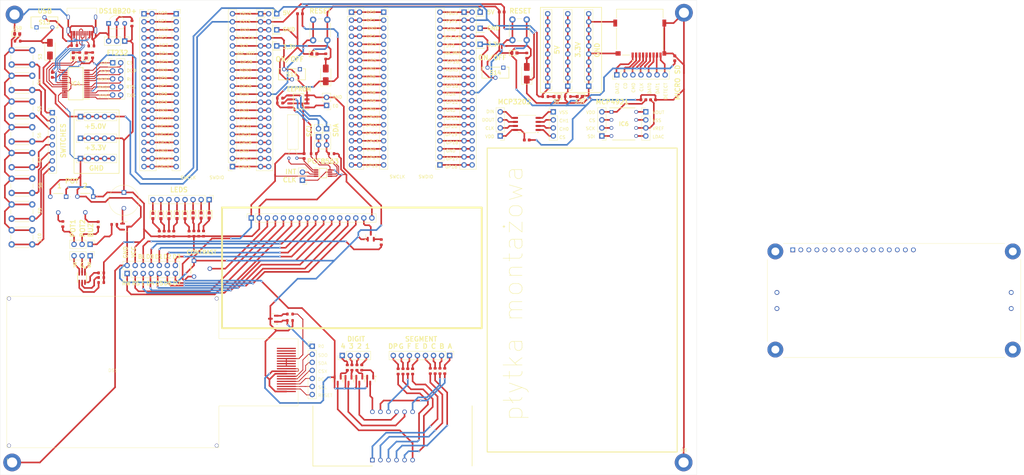
<source format=kicad_pcb>
(kicad_pcb (version 20241229) (generator "pcbnew") (generator_version "9.0")
  (layers (0 "F.Cu" signal) (2 "B.Cu" signal) (13 "F.Paste" user) (15 "B.Paste" user) (5 "F.SilkS" user "F.Silkscreen") (7 "B.SilkS" user "B.Silkscreen") (1 "F.Mask" user) (3 "B.Mask" user) (25 "Edge.Cuts" user))
  (net 0 "")
  (net 1 "/a1")
  (net 2 "/a4")
  (net 3 "/a16")
  (net 4 "/a5")
  (net 5 "/a11")
  (net 6 "/a7")
  (net 7 "/a14")
  (net 8 "/a2")
  (net 9 "/a6")
  (net 10 "/a10")
  (net 11 "/a12")
  (net 12 "/a13")
  (net 13 "/a15")
  (net 14 "/a9")
  (net 15 "/c4")
  (net 16 "/a8")
  (net 17 "/c12")
  (net 18 "/c10")
  (net 19 "/c16")
  (net 20 "/c6")
  (net 21 "/c14")
  (net 22 "/c13")
  (net 23 "/a18")
  (net 24 "/c11")
  (net 25 "/c2")
  (net 26 "/c15")
  (net 27 "/c1")
  (net 28 "/c7")
  (net 29 "/c9")
  (net 30 "/c5")
  (net 31 "/a3")
  (net 32 "GND")
  (net 33 "/b13")
  (net 34 "/b7")
  (net 35 "/Gniazdo kart micro SD/m1")
  (net 36 "+3.3V")
  (net 37 "/b6")
  (net 38 "/b4")
  (net 39 "/Gniazdo kart micro SD/m2")
  (net 40 "/d3")
  (net 41 "/Gniazdo kart micro SD/m7")
  (net 42 "/b18")
  (net 43 "/d1")
  (net 44 "/d7")
  (net 45 "/Gniazdo kart micro SD/m4")
  (net 46 "/d11")
  (net 47 "/b8")
  (net 48 "/d10")
  (net 49 "/Gniazdo kart micro SD/m5")
  (net 50 "/b5")
  (net 51 "/d4")
  (net 52 "/Gniazdo kart micro SD/m3")
  (net 53 "/d9")
  (net 54 "/b3")
  (net 55 "Net-(J29-Pin_3)")
  (net 56 "Net-(J29-Pin_6)")
  (net 57 "Net-(J29-Pin_1)")
  (net 58 "Net-(J29-Pin_4)")
  (net 59 "Net-(J29-Pin_7)")
  (net 60 "Net-(J29-Pin_8)")
  (net 61 "Net-(J29-Pin_5)")
  (net 62 "Net-(J29-Pin_2)")
  (net 63 "Net-(LED2-A)")
  (net 64 "Net-(LED3-A)")
  (net 65 "Net-(LED4-A)")
  (net 66 "Net-(LED5-A)")
  (net 67 "Net-(LED6-A)")
  (net 68 "Net-(LED7-A)")
  (net 69 "Net-(LED8-A)")
  (net 70 "Net-(LED9-A)")
  (net 71 "Net-(J5-Pin_1)")
  (net 72 "Net-(J5-Pin_2)")
  (net 73 "Net-(J5-Pin_4)")
  (net 74 "Net-(J5-Pin_3)")
  (net 75 "Net-(IC1-OSCI)")
  (net 76 "/Gniazdo kart micro SD/m6")
  (net 81 "Net-(DS1-SDA)")
  (net 82 "Net-(DS1-SCL)")
  (net 83 "Net-(DS1-D{slash}C)")
  (net 84 "Net-(DS1-~{RESET})")
  (net 85 "Net-(DS1-~{CSX})")
  (net 86 "Net-(DS1-SDO)")
  (net 87 "/Wyświetlacz/KATODA")
  (net 88 "Net-(IC2-SCL)")
  (net 89 "Net-(IC2-SDA)")
  (net 90 "Net-(IC3-DQ)")
  (net 91 "Net-(IC2-E0)")
  (net 92 "/b14")
  (net 93 "/a19")
  (net 94 "/b17")
  (net 95 "/b12")
  (net 96 "/b10")
  (net 97 "/b16")
  (net 98 "Net-(J15-Pin_2)")
  (net 99 "Net-(J15-Pin_3)")
  (net 100 "Net-(J15-Pin_1)")
  (net 101 "Net-(LED1-A_GREEN)")
  (net 102 "Net-(LED1-A_RED)")
  (net 103 "Net-(LED1-A_BLUE)")
  (net 104 "/b1")
  (net 105 "/c8")
  (net 106 "/b15")
  (net 107 "/b19")
  (net 108 "/a20")
  (net 109 "/c3")
  (net 110 "/b20")
  (net 111 "/c18")
  (net 112 "/a17")
  (net 113 "/d6")
  (net 114 "/d18")
  (net 115 "/b9")
  (net 116 "/b11")
  (net 117 "/d13")
  (net 118 "/d14")
  (net 119 "Net-(D4-A)")
  (net 120 "/c17")
  (net 121 "/d20")
  (net 122 "/d8")
  (net 123 "/d17")
  (net 124 "/d19")
  (net 125 "/d16")
  (net 126 "/d15")
  (net 127 "/d5")
  (net 128 "/c20")
  (net 129 "/d12")
  (net 130 "/c19")
  (net 131 "Net-(IC1-OSCO)")
  (net 132 "Net-(IC5-CLK)")
  (net 133 "Net-(IC5-DOUT)")
  (net 134 "Net-(IC5-~{CS}{slash}SHDN)")
  (net 135 "Net-(IC5-VSS)")
  (net 136 "Net-(IC5-DIN)")
  (net 137 "Net-(IC5-CH1)")
  (net 138 "Net-(IC5-CH0)")
  (net 139 "Net-(IC5-VDD{slash}VREF)")
  (net 140 "+5V")
  (net 141 "Net-(Q2-B)")
  (net 142 "Net-(Q3-B)")
  (net 143 "Net-(Q4-B)")
  (net 144 "Net-(Q5-B)")
  (net 145 "Net-(J25-Pin_4)")
  (net 146 "Net-(J25-Pin_3)")
  (net 147 "Net-(J25-Pin_2)")
  (net 148 "Net-(J25-Pin_1)")
  (net 149 "Net-(IC1-SDA)")
  (net 150 "Net-(IC1-SCL)")
  (net 151 "Net-(J24-Pin_7)")
  (net 152 "Net-(J24-Pin_4)")
  (net 153 "Net-(J24-Pin_2)")
  (net 154 "Net-(J24-Pin_5)")
  (net 155 "Net-(J24-Pin_8)")
  (net 156 "Net-(J24-Pin_3)")
  (net 157 "Net-(J24-Pin_1)")
  (net 158 "Net-(J24-Pin_6)")
  (net 159 "Net-(J13-Pin_3)")
  (net 160 "Net-(J13-Pin_2)")
  (net 161 "Net-(J13-Pin_1)")
  (net 162 "Net-(Q1-B)")
  (net 163 "Net-(D5-A)")
  (net 164 "/Wyświetlacz segmentowy/f")
  (net 165 "/Wyświetlacz segmentowy/c")
  (net 166 "/Wyświetlacz segmentowy/b")
  (net 167 "/Wyświetlacz segmentowy/DIG1")
  (net 168 "/Wyświetlacz segmentowy/DIG3")
  (net 169 "/Wyświetlacz segmentowy/DIG4")
  (net 170 "/Wyświetlacz segmentowy/a")
  (net 171 "/Wyświetlacz segmentowy/DIG2")
  (net 172 "/Wyświetlacz segmentowy/e")
  (net 173 "/Wyświetlacz segmentowy/DP")
  (net 174 "/Wyświetlacz segmentowy/d")
  (net 175 "/Wyświetlacz segmentowy/g")
  (net 176 "/Wyświetlacz LCD/RS")
  (net 177 "/Wyświetlacz LCD/D6")
  (net 178 "/Wyświetlacz LCD/D7")
  (net 179 "/Wyświetlacz LCD/D1")
  (net 180 "/Wyświetlacz LCD/D5")
  (net 181 "/Wyświetlacz LCD/D0")
  (net 182 "/Wyświetlacz LCD/E")
  (net 183 "/Wyświetlacz LCD/D2")
  (net 184 "/Wyświetlacz LCD/D3")
  (net 185 "/Wyświetlacz LCD/R{slash}W")
  (net 186 "/Wyświetlacz LCD/D4")
  (net 187 "/Wyświetlacz LCD/BL")
  (net 212 "Net-(Q7-B)")
  (net 213 "Net-(J7-Pin_3)")
  (net 214 "Net-(J7-Pin_15)")
  (net 215 "/Zegar czasu rzeczywistego RTC/INT")
  (net 216 "/Zegar czasu rzeczywistego RTC/CLKOUT")
  (net 217 "VSYS")
  (net 218 "Net-(D2-A)")
  (net 219 "Net-(IC4-USBDM)")
  (net 220 "Net-(IC4-USBDP)")
  (net 226 "Net-(LED14-A)")
  (net 228 "/Port USB/DTR")
  (net 229 "/Port USB/C3")
  (net 230 "Net-(IC4-CBUS0)")
  (net 231 "/Port USB/C4")
  (net 232 "Net-(IC4-CBUS1)")
  (net 233 "/Port USB/TXD")
  (net 234 "/Port USB/CTS")
  (net 235 "/Port USB/RXD")
  (net 236 "/Port USB/RI")
  (net 237 "Net-(IC4-3V3OUT)")
  (net 238 "/Port USB/DCD")
  (net 239 "/Port USB/RTS")
  (net 240 "/Port USB/DSR")
  (net 241 "Net-(LED10-A)")
  (net 242 "Net-(LED11-A)")
  (net 243 "Net-(LED15-A)")
  (net 247 "Net-(J34-CC2)")
  (net 248 "Net-(LS1--)")
  (net 249 "Net-(LED16-A)")
  (net 250 "Net-(LED17-A)")
  (net 251 "Net-(S13-B)")
  (net 253 "Net-(IC6-VOUT)")
  (net 254 "Net-(IC6-~{CS})")
  (net 255 "Net-(IC6-VREF)")
  (net 256 "Net-(IC6-SDI)")
  (net 257 "Net-(IC6-VDD)")
  (net 258 "Net-(IC6-~{LDAC})")
  (net 259 "Net-(IC6-SCK)")
  (net 260 "Net-(IC6-VSS)")
  (net 261 "Net-(LED18-A)")
  (net 263 "Net-(J34-CC1)")
  (net 264 "Net-(R2-Pad2)")
  (net 265 "Net-(R14-Pad2)")
  (net 266 "Net-(J5-Pin_7)")
  (net 267 "Net-(J5-Pin_6)")
  (net 268 "Net-(J5-Pin_8)")
  (net 269 "Net-(J5-Pin_5)")
  (net 270 "/Wyświetlacz/R0")
  (net 271 "Net-(Q6-S)")
  (footprint "Resistor_SMD:R_0603_1608Metric" (layer "F.Cu") (at 54.864 73.812 90)
    (property "Reference" "R38" (hide yes))
    (property "Value" "220" (hide yes))
  )
  (footprint "Resistor_SMD:R_0603_1608Metric" (layer "F.Cu") (at 30.988 70.866 90)
    (property "Reference" "R14" (hide yes))
    (property "Value" "270" (hide yes))
  )
  (footprint "Resistor_SMD:R_0603_1608Metric" (layer "F.Cu") (at 130.302 117.285 90)
    (property "Reference" "R27" (hide yes))
    (property "Value" "221" (hide yes))
  )
  (footprint "Connector_PinHeader_2.54mm:PinHeader_1x08_P2.54mm_Vertical" (layer "F.Cu") (at 141.986 112.268 -90)
    (property "Reference" "J24" (hide yes))
    (property "Value" "Conn_01x08" (hide yes))
  )
  (footprint "Resistor_SMD:R_0603_1608Metric" (layer "F.Cu") (at 36.068 70.866 180)
    (property "Reference" "R20" (hide yes))
    (property "Value" "450" (hide yes))
  )
  (footprint "Resistor_SMD:R_0603_1608Metric" (layer "F.Cu") (at 127.254 117.285 90)
    (property "Reference" "R29" (hide yes))
    (property "Value" "221" (hide yes))
  )
  (footprint "Resistor_SMD:R_0603_1608Metric" (layer "F.Cu") (at 140.462 117.157 90)
    (property "Reference" "R13" (hide yes))
    (property "Value" "221" (hide yes))
  )
  (footprint "footprints:RC1602BBIWESX" (layer "F.Cu") (at 250.3796 78.8944)
    (property "Reference" "DS4" (hide yes))
    (property "Value" "RC1602B-BIW-ESX" (hide yes))
  )
  (footprint "Connector_PinHeader_2.54mm:PinHeader_1x05_P2.54mm_Vertical" (layer "F.Cu") (at 25.4 43.643 90)
    (property "Reference" "J16" (hide yes))
    (property "Value" "Conn_01x05" (hide yes))
  )
  (footprint "Diode_SMD:D_SMA" (layer "F.Cu") (at 102.87 23.622 90)
    (property "Reference" "D4" (hide yes))
    (property "Value" "D_Schottky" (hide yes))
  )
  (footprint "Package_TO_SOT_SMD:SOT-23" (layer "F.Cu") (at 39.624 71.565)
    (property "Reference" "Q1" (hide yes))
    (property "Value" "NPN" (hide yes))
  )
  (footprint "Connector_PinSocket_2.54mm:PinSocket_1x20_P2.54mm_Vertical" (layer "F.Cu") (at 121.158 3.81)
    (property "Reference" "J27" (hide yes))
    (property "Value" "Conn_01x20_Socket" (hide yes))
  )
  (footprint "Resistor_SMD:R_0603_1608Metric" (layer "F.Cu") (at 19.812 70.74 90)
    (property "Reference" "R2" (hide yes))
    (property "Value" "270" (hide yes))
  )
  (footprint "footprints:LEDC1608X100N" (layer "F.Cu") (at 50.8 68.237 -90)
    (property "Reference" "LED6" (hide yes))
    (property "Value" "green" (hide yes))
  )
  (footprint "MountingHole:MountingHole_3.2mm_M3_DIN965_Pad_TopBottom" (layer "F.Cu") (at 4.572 4.572)
    (property "Reference" "H2" (hide yes))
    (property "Value" "MountingHole_Pad" (hide yes))
  )
  (footprint "Resistor_SMD:R_0603_1608Metric" (layer "F.Cu") (at 53.34 73.812 90)
    (property "Reference" "R37" (hide yes))
    (property "Value" "220" (hide yes))
  )
  (footprint "Connector_PinHeader_2.54mm:PinHeader_1x03_P2.54mm_Vertical" (layer "F.Cu") (at 28.448 80.772 -90)
    (property "Reference" "J15" (hide yes))
    (property "Value" "Conn_01x03" (hide yes))
  )
  (footprint "Resistor_SMD:R_0603_1608Metric" (layer "F.Cu") (at 31.941 86.169 180)
    (property "Reference" "R21" (hide yes))
    (property "Value" "220" (hide yes))
  )
  (footprint "Connector_PinHeader_2.54mm:PinHeader_1x10_P2.54mm_Vertical" (layer "F.Cu") (at 185.928 27.178 180)
    (property "Reference" "J2" (hide yes))
    (property "Value" "Conn_01x05" (hide yes))
  )
  (footprint "Connector_PinHeader_2.54mm:PinHeader_1x05_P2.54mm_Vertical" (layer "F.Cu") (at 25.4 50.038 90)
    (property "Reference" "J1" (hide yes))
    (property "Value" "Conn_01x05" (hide yes))
  )
  (footprint "MountingHole:MountingHole_3.2mm_M3_DIN965_Pad_TopBottom" (layer "F.Cu") (at 215.9 146.05)
    (property "Reference" "H3")
    (property "Value" "MountingHole_Pad" (hide yes))
  )
  (footprint "Connector_PinSocket_2.54mm:PinSocket_1x20_P2.54mm_Vertical" (layer "F.Cu") (at 138.938 52.07 180)
    (property "Reference" "J36" (hide yes))
    (property "Value" "Conn_01x20_Socket" (hide yes))
  )
  (footprint "Resistor_SMD:R_0603_1608Metric" (layer "F.Cu") (at 29.21 17.387 90)
    (property "Reference" "R3" (hide yes))
    (property "Value" "1k" (hide yes))
  )
  (footprint "footprints:DIP781W56P254L950H533Q8N" (layer "F.Cu") (at 197.009 39.116)
    (property "Reference" "IC6")
    (property "Value" "MCP4921-E_P" (hide yes))
  )
  (footprint "Connector_PinHeader_2.54mm:PinHeader_1x01_P2.54mm_Vertical" (layer "F.Cu") (at 87.376 4.318)
    (property "Reference" "J42" (hide yes))
    (property "Value" "Conn_01x01_Pin" (hide yes))
  )
  (footprint "Resistor_SMD:R_0603_1608Metric" (layer "F.Cu") (at 25.146 17.387 90)
    (property "Reference" "R5" (hide yes))
    (property "Value" "1k" (hide yes))
  )
  (footprint "Connector_PinHeader_2.54mm:PinHeader_2x20_P2.54mm_Vertical" (layer "F.Cu") (at 45.466 4.318)
    (property "Reference" "J18" (hide yes))
    (property "Value" "Conn_02x20_Counter_Clockwise" (hide yes))
  )
  (footprint "footprints:LEDC1608X100N" (layer "F.Cu") (at 175.768 30.48 180)
    (property "Reference" "LED17" (hide yes))
    (property "Value" "green" (hide yes))
  )
  (footprint "footprints:LEDC1608X80N" (layer "F.Cu") (at 58.42 68.237 -90)
    (property "Reference" "LED4" (hide yes))
    (property "Value" "red" (hide yes))
  )
  (footprint "footprints:LEDC1608X100N" (layer "F.Cu") (at 60.96 68.072 -90)
    (property "Reference" "LED8" (hide yes))
    (property "Value" "green" (hide yes))
  )
  (footprint "Connector_PinHeader_2.54mm:PinHeader_1x02_P2.54mm_Vertical" (layer "F.Cu") (at 103.124 40.64 -90)
    (property "Reference" "J6" (hide yes))
    (property "Value" "Conn_01x02_Pin" (hide yes))
  )
  (footprint "Connector_PinHeader_2.54mm:PinHeader_1x08_P2.54mm_Vertical" (layer "F.Cu") (at 16.51 35.56)
    (property "Reference" "J5" (hide yes))
    (property "Value" "Conn_01x08" (hide yes))
  )
  (footprint "Resistor_SMD:R_0603_1608Metric" (layer "F.Cu") (at 59.69 73.812 90)
    (property "Reference" "R39" (hide yes))
    (property "Value" "220" (hide yes))
  )
  (footprint "Connector_PinHeader_2.54mm:PinHeader_1x05_P2.54mm_Vertical" (layer "F.Cu") (at 25.407 36.785 90)
    (property "Reference" "J17" (hide yes))
    (property "Value" "Conn_01x05" (hide yes))
  )
  (footprint "footprints:ASMT-YTC7-0AA02" (layer "F.Cu") (at 25.908 87.679)
    (property "Reference" "LED1" (hide yes))
    (property "Value" "ASMT-YTB2-0BB02" (hide yes))
  )
  (footprint "Connector_PinHeader_2.54mm:PinHeader_1x04_P2.54mm_Vertical" (layer "F.Cu") (at 203.962 35.306)
    (property "Reference" "J8" (hide yes))
    (property "Value" "Conn_01x04" (hide yes))
  )
  (footprint "Connector_PinHeader_2.54mm:PinHeader_1x04_P2.54mm_Vertical" (layer "F.Cu") (at 190.087 42.926 180)
    (property "Reference" "J28" (hide yes))
    (property "Value" "Conn_01x04" (hide yes))
  )
  (footprint "Button_Switch_THT:SW_PUSH_6mm_H9.5mm" (layer "F.Cu") (at 10.16 20.356 180)
    (property "Reference" "S3")
    (property "Value" "1301.9319" (hide yes))
  )
  (footprint "Capacitor_SMD:C_0603_1608Metric" (layer "F.Cu") (at 166.37 44.196)
    (property "Reference" "C4" (hide yes))
    (property "Value" "100n" (hide yes))
  )
  (footprint "Connector_PinSocket_2.54mm:PinSocket_1x16_P2.54mm_Vertical" (layer "F.Cu") (at 79.34 68.828 90)
    (property "Reference" "J7" (hide yes))
    (property "Value" "Conn_01x16_Socket" (hide yes))
  )
  (footprint "Diode_SMD:D_SMA" (layer "F.Cu") (at 15.748 15.494 90)
    (property "Reference" "D2" (hide yes))
    (property "Value" "D_Schottky" (hide yes))
  )
  (footprint "Connector_PinHeader_2.54mm:PinHeader_1x04_P2.54mm_Vertical" (layer "F.Cu") (at 157.988 42.926 180)
    (property "Reference" "J4" (hide yes))
    (property "Value" "Conn_01x04" (hide yes))
  )
  (footprint "Connector_PinHeader_2.54mm:PinHeader_1x01_P2.54mm_Vertical" (layer "F.Cu") (at 151.638 13.946)
    (property "Reference" "J41" (hide yes))
    (property "Value" "Conn_01x01_Pin" (hide yes))
  )
  (footprint "footprints:JS102011CQN" (layer "F.Cu") (at 94.702 21.846 180)
    (property "Reference" "S11")
    (property "Value" "CL-SB-12C-01" (hide yes))
  )
  (footprint "Resistor_SMD:R_0603_1608Metric" (layer "F.Cu") (at 91.567 99.187)
    (property "Reference" "R17" (hide yes))
    (property "Value" "10")
  )
  (footprint "Package_TO_SOT_THT:TO-92L_Inline_Wide" (layer "F.Cu") (at 34.29 7.366)
    (property "Reference" "IC3")
    (property "Value" "DS18B20+")
  )
  (footprint "Connector_PinHeader_2.54mm:PinHeader_1x01_P2.54mm_Vertical" (layer "F.Cu") (at 151.638 8.89)
    (property "Reference" "J46" (hide yes))
    (property "Value" "Conn_01x01_Pin" (hide yes))
  )
  (footprint "footprints:JS102011CQN" (layer "F.Cu") (at 158.964 21.336 180)
    (property "Reference" "S14")
    (property "Value" "CL-SB-12C-01" (hide yes))
  )
  (footprint "footprints:SOP65P490X110-8N" (layer "F.Cu") (at 102.022 54.651)
    (property "Reference" "IC1" (hide yes))
    (property "Value" "PCF8563TS_4,118" (hide yes))
  )
  (footprint "Connector_PinHeader_2.54mm:PinHeader_2x05_P2.54mm_Vertical" (layer "F.Cu") (at 35.56 19.812)
    (property "Reference" "J32" (hide yes))
    (property "Value" "Conn_02x05_Odd_Even" (hide yes))
  )
  (footprint "Connector_PinHeader_2.54mm:PinHeader_1x07_P2.54mm_Vertical" (layer "F.Cu") (at 194.818 23.622 90)
    (property "Reference" "J14" (hide yes))
    (property "Value" "Conn_01x07" (hide yes))
  )
  (footprint "Button_Switch_THT:SW_PUSH_6mm_H9.5mm" (layer "F.Cu") (at 161.834 12.648 90)
    (property "Reference" "S12" (hide yes))
    (property "Value" "1301.9319" (hide yes))
  )
  (footprint "Resistor_SMD:R_0603_1608Metric" (layer "F.Cu") (at 125.73 117.285 90)
    (property "Reference" "R30" (hide yes))
    (property "Value" "221" (hide yes))
  )
  (footprint "Capacitor_SMD:C_0603_1608Metric" (layer "F.Cu") (at 158.444 3.758)
    (property "Reference" "C6" (hide yes))
    (property "Value" "100n" (hide yes))
  )
  (footprint "Resistor_SMD:R_0603_1608Metric" (layer "F.Cu") (at 88.392 30.988 180)
    (property "Reference" "R16" (hide yes))
    (property "Value" "4.7k" (hide yes))
  )
  (footprint "Resistor_SMD:R_0603_1608Metric" (layer "F.Cu") (at 64.262 73.7635 90)
    (property "Reference" "R42" (hide yes))
    (property "Value" "220" (hide yes))
  )
  (footprint "Capacitor_SMD:C_0603_1608Metric" (layer "F.Cu") (at 94.729 4.318)
    (property "Reference" "C5" (hide yes))
    (property "Value" "100n" (hide yes))
  )
  (footprint "Crystal:Crystal_AT310_D3.0mm_L10.0mm_Horizontal" (layer "F.Cu") (at 93.756 49.93 180)
    (property "Reference" "Y2" (hide yes))
    (property "Value" "Crystal" (hide yes))
  )
  (footprint "Package_TO_SOT_SMD:SOT-23" (layer "F.Cu") (at 106.6444 120.0635 -90)
    (property "Reference" "Q5" (hide yes))
    (property "Value" "SS8550" (hide yes))
  )
  (footprint "Connector_PinHeader_2.54mm:PinHeader_1x01_P2.54mm_Vertical" (layer "F.Cu") (at 87.376 14.478)
    (property "Reference" "J40" (hide yes))
    (property "Value" "Conn_01x01_Pin" (hide yes))
  )
  (footprint "Button_Switch_THT:SW_PUSH_6mm_H9.5mm" (layer "F.Cu") (at 10.16 44.668 180)
    (property "Reference" "S6")
    (property "Value" "1301.9319" (hide yes))
  )
  (footprint "footprints:LEDC1608X100N" (layer "F.Cu") (at 162.4584 16.7132)
    (property "Reference" "LED15" (hide yes))
    (property "Value" "green" (hide yes))
  )
  (footprint "footprints:BMT0905XH05" (layer "F.Cu") (at 39.116 60.745 180)
    (property "Reference" "LS1" (hide yes))
    (property "Value" "BMT0905XH05" (hide yes))
  )
  (footprint "footprints:JS102011CQN" (layer "F.Cu") (at 11.51 8.636)
    (property "Reference" "S13")
    (property "Value" "CL-SB-12C-01" (hide yes))
  )
  (footprint "Connector_USB:USB_C_Receptacle_HRO_TYPE-C-31-M-12" (layer "F.Cu") (at 25.836 6.437 180)
    (property "Reference" "J34" (hide yes))
    (property "Value" "USB_C_Receptacle_USB2.0_16P")
  )
  (footprint "footprints:EEPROM" (layer "F.Cu") (at 94.234 32.004 180)
    (property "Reference" "IC2" (hide yes))
    (property "Value" "M24C02-WMN6TP" (hide yes))
  )
  (footprint "Resistor_SMD:R_0603_1608Metric" (layer "F.Cu") (at 41.656 7.366 -90)
    (property "Reference" "R19" (hide yes))
    (property "Value" "4.7k" (hide yes))
  )
  (footprint "Capacitor_SMD:C_0603_1608Metric" (layer "F.Cu") (at 206.248 31.496)
    (property "Reference" "C8" (hide yes))
    (property "Value" "100n")
  )
  (footprint "Button_Switch_THT:SW_PUSH_6mm_H9.5mm" (layer "F.Cu") (at 10.16 28.412 180)
    (property "Reference" "S4")
    (property "Value" "1301.9319" (hide yes))
  )
  (footprint "MountingHole:MountingHole_3.2mm_M3_DIN965_Pad_TopBottom" (layer "F.Cu") (at 3.81 146.05)
    (property "Reference" "H4")
    (property "Value" "MountingHole_Pad" (hide yes))
  )
  (footprint "Connector_PinHeader_2.54mm:PinHeader_1x10_P2.54mm_Vertical" (layer "F.Cu") (at 179.324 27.178 180)
    (property "Reference" "J30" (hide yes))
    (property "Value" "Conn_01x05" (hide yes))
  )
  (footprint "Button_Switch_THT:SW_PUSH_6mm_H9.5mm" (layer "F.Cu") (at 10.16 69.052 180)
    (property "Reference" "S9")
    (property "Value" "1301.9319" (hide yes))
  )
  (footprint "Connector_PinHeader_2.54mm:PinHeader_1x10_P2.54mm_Vertical" (layer "F.Cu") (at 172.974 27.178 180)
    (property "Reference" "J31" (hide yes))
    (property "Value" "Conn_01x05" (hide yes))
  )
  (footprint "Connector_PinHeader_2.54mm:PinHeader_1x01_P2.54mm_Vertical" (layer "F.Cu") (at 151.638 3.81)
    (property "Reference" "J44" (hide yes))
    (property "Value" "Conn_01x01_Pin" (hide yes))
  )
  (footprint "Button_Switch_THT:SW_PUSH_6mm_H9.5mm" (layer "F.Cu") (at 10.16 60.924 180)
    (property "Reference" "S8")
    (property "Value" "1301.9319" (hide yes))
  )
  (footprint "Resistor_SMD:R_0603_1608Metric" (layer "F.Cu") (at 172.212 30.48)
    (property "Reference" "R9" (hide yes))
    (property "Value" "220" (hide yes))
  )
  (footprint "footprints:wyswietlacz7x4" (layer "F.Cu") (at 117.602 145.288 90)
    (property "Reference" "DS2" (hide yes))
    (property "Value" "CA56-21SURKWA" (hide yes))
  )
  (footprint "Connector_PinHeader_2.54mm:PinHeader_1x07_P2.54mm_Vertical" (layer "F.Cu") (at 98.6028 109.347)
    (property "Reference" "J3" (hide yes))
    (property "Value" "Conn_01x06" (hide yes))
  )
  (footprint "Resistor_SMD:R_0603_1608Metric" (layer "F.Cu") (at 111.13 116.078 -90)
    (property "Reference" "R33" (hide yes))
    (property "Value" "10k" (hide yes))
  )
  (footprint "Capacitor_SMD:C_0603_1608Metric" (layer "F.Cu") (at 203.2 31.496 180)
    (property "Reference" "C7" (hide yes))
    (property "Value" "100n" (hide yes))
  )
  (footprint "Connector_PinHeader_2.54mm:PinHeader_2x20_P2.54mm_Vertical" (layer "F.Cu") (at 110.998 3.81)
    (property "Reference" "J21" (hide yes))
    (property "Value" "Conn_02x20_Counter_Clockwise" (hide yes))
  )
  (footprint "Package_TO_SOT_SMD:SOT-23" (layer "F.Cu") (at 110.048 120.0635 -90)
    (property "Reference" "Q4" (hide yes))
    (property "Value" "SS8550" (hide yes))
  )
  (footprint "Resistor_SMD:R_0603_1608Metric" (layer "F.Cu") (at 102.87 17.78 90)
    (property "Reference" "R6" (hide yes))
    (property "Value" "220" (hide yes))
  )
  (footprint "Package_TO_SOT_SMD:SOT-23" (layer "F.Cu") (at 116.906 120.0358 -90)
    (property "Reference" "Q2" (hide yes))
    (property "Value" "SS8550" (hide yes))
  )
  (footprint "Resistor_SMD:R_0603_1608Metric" (layer "F.Cu") (at 120.396 76.454 -90)
    (property "Reference" "R4" (hide yes))
    (property "Value" "R" (hide yes))
  )
  (footprint "Connector_PinHeader_2.54mm:PinHeader_1x04_P2.54mm_Vertical" (layer "F.Cu") (at 108.082 112.268 90)
    (property "Reference" "J25" (hide yes))
    (property "Value" "Conn_01x04" (hide yes))
  )
  (footprint "Resistor_SMD:R_0603_1608Metric" (layer "F.Cu") (at 31.941 87.63 180)
    (property "Reference" "R22" (hide yes))
    (property "Value" "220" (hide yes))
  )
  (footprint "Resistor_SMD:R_0603_1608Metric" (layer "F.Cu") (at 50.292 73.812 90)
    (property "Reference" "R11" (hide yes))
    (property "Value" "220" (hide yes))
  )
  (footprint "footprints:LEDC1608X100N" (layer "F.Cu") (at 183.096 30.48 180)
    (property "Reference" "LED16" (hide yes))
    (property "Value" "green" (hide yes))
  )
  (footprint "Resistor_SMD:R_0603_1608Metric" (layer "F.Cu") (at 62.738 73.7635 90)
    (property "Reference" "R41" (hide yes))
    (property "Value" "220" (hide yes))
  )
  (footprint "footprints:LEDC1608X100N" (layer "F.Cu") (at 5.397 10.668)
    (property "Reference" "LED18" (hide yes))
    (property "Value" "green" (hide yes))
  )
  (footprint "Resistor_SMD:R_0603_1608Metric" (layer "F.Cu") (at 112.718 116.078 -90)
    (property "Reference" "R32" (hide yes))
    (property "Value" "10k" (hide yes))
  )
  (footprint "Resistor_SMD:R_0603_1608Metric" (layer "F.Cu") (at 99.06 48.514 180)
    (property "Reference" "R43" (hide yes))
    (property "Value" "4.7k" (hide yes))
  )
  (footprint "Connector_PinHeader_2.54mm:PinHeader_2x20_P2.54mm_Vertical" (layer "F.Cu") (at 146.558 3.81)
    (property "Reference" "J22" (hide yes))
    (property "Value" "Conn_02x20_Counter_Clockwise" (hide yes))
  )
  (footprint "Capacitor_SMD:C_0603_1608Metric" (layer "F.Cu") (at 16.51 23.622 90)
    (property "Reference" "C2" (hide yes))
    (property "Value" "C_Small" (hide yes))
  )
  (footprint "Resistor_SMD:R_0603_1608Metric" (layer "F.Cu") (at 104.648 48.514)
    (property "Reference" "R44" (hide yes))
    (property "Value" "4.7k" (hide yes))
  )
  (footprint "Diode_SMD:D_SMA" (layer "F.Cu") (at 166.37 23.114 90)
    (property "Reference" "D5" (hide yes))
    (property "Value" "D_Schottky" (hide yes))
  )
  (footprint "Connector_PinSocket_2.54mm:PinSocket_1x20_P2.54mm_Vertical" (layer "F.Cu") (at 73.406 52.578 180)
    (property "Reference" "J37" (hide yes))
    (property "Value" "Conn_01x20_Socket")
  )
  (footprint "footprints:LEDC1608X100N" (layer "F.Cu") (at 99.276 17.018)
    (property "Reference" "LED14" (hide yes))
    (property "Value" "green" (hide yes))
  )
  (footprint "Button_Switch_THT:SW_PUSH_6mm_H9.5mm" (layer "F.Cu") (at 10.16 36.54 180)
    (property "Reference" "S5")
    (property "Value" "1301.9319" (hide yes))
  )
  (footprint "Resistor_SMD:R_0603_1608Metric" (layer "F.Cu") (at 179.324 30.48)
    (property "Reference" "R8" (hide yes))
    (property "Value" "220" (hide yes))
  )
  (footprint "Resistor_SMD:R_0603_1608Metric" (layer "F.Cu") (at 91.567 101.219)
    (property "Reference" "R1" (hide yes))
    (property "Value" "4.7")
  )
  (footprint "Resistor_SMD:R_0603_1608Metric" (layer "F.Cu") (at 23.432 14.351)
    (property "Reference" "R46" (hide yes))
    (property "Value" "5.1k" (hide yes))
  )
  (footprint "Package_TO_SOT_SMD:SOT-23" (layer "F.Cu") (at 117.094 74.5975 90)
    (property "Reference" "Q7" (hide yes))
    (property "Value" "BC107" (hide yes))
  )
  (footprint "Connector_PinHeader_2.54mm:PinHeader_1x08_P2.54mm_Vertical" (layer "F.Cu") (at 66.04 63.03 -90)
    (property "Reference" "J29" (hide yes))
    (property "Value" "Conn_01x08" (hide yes))
  )
  (footprint "footprints:PT6KV251A2020" (layer "F.Cu") (at 61.254 82.336 -90)
    (property "Reference" "RV1" (hide yes))
    (property "Value" "R_Potentiometer" (hide yes))
  )
  (footprint "footprints:LEDC1608X80N" (layer "F.Cu") (at 23.114 17.412 90)
    (property "Reference" "LED10" (hide yes))
    (property "Value" "red" (hide yes))
  )
  (footprint "footprints:LEDC1608X80N" (layer "F.Cu") (at 53.34 68.237 -90)
    (property "Reference" "LED3" (hide yes))
    (property "Value" "red" (hide yes))
  )
  (footprint "Package_TO_SOT_SMD:SOT-23" (layer "F.Cu") (at 113.4668 120.0408 -90)
    (property "Reference" "Q3" (hide yes))
    (property "Value" "SS8550" (hide yes))
  )
  (footprint "Resistor_SMD:R_0603_1608Metric" (layer "F.Cu") (at 138.938 117.153 90)
    (property "Reference" "R24" (hide yes))
    (property "Value" "221" (hide yes))
  )
  (footprint "Resistor_SMD:R_0603_1608Metric" (layer "F.Cu") (at 135.89 117.153 90)
    (property "Reference" "R26" (hide yes))
    (property "Value" "221" (hide yes))
  )
  (footprint "Package_TO_SOT_SMD:SOT-23" (layer "F.Cu") (at 86.3115 100.65 180)
    (property "Reference" "Q6" (hide yes))
    (property "Value" "BSS123")
  )
  (footprint "Connector_PinHeader_2.54mm:PinHeader_1x03_P2.54mm_Vertical" (layer "F.Cu") (at 28.448 77.153 -90)
    (property "Reference" "J13" (hide yes))
    (property "Value" "Conn_01x03" (hide yes))
  )
  (footprint "Button_Switch_THT:SW_PUSH_6mm_H9.5mm" (layer "F.Cu") (at 10.16 77.18 180)
    (property "Reference" "S10")
    (property "Value" "1301.9319" (hide yes))
  )
  (footprint "Resistor_SMD:R_0603_1608Metric" (layer "F.Cu") (at 114.242 116.078 -90)
    (property "Reference" "R31" (hide yes))
    (property "Value" "10k" (hide yes))
  )
  (footprint "footprints:112JTDARR01" (layer "F.Cu") (at 202.06 10.108 180)
    (property "Reference" "J12" (hide yes))
    (property "Value" "112J-TDAR-R01" (hide yes))
  )
  (footprint "Resistor_SMD:R_0603_1608Metric" (layer "F.Cu") (at 28.829 14.478 180)
    (property "Reference" "R45" (hide yes))
    (property "Value" "5.1k" (hide yes))
  )
  (footprint "Resistor_SMD:R_0603_1608Metric" (layer "F.Cu") (at 128.778 117.285 90)
    (property "Reference" "R28" (hide yes))
    (property "Value" "221" (hide yes))
  )
  (footprint "Resistor_SMD:R_0603_1608Metric" (layer "F.Cu") (at 51.816 73.812 90)
    (property "Reference" "R12" (hide yes))
    (property "Value" "220" (hide yes))
  )
  (footprint "footprints:SOP65P780X200-28N" (layer "F.Cu") (at 23.92 26.412 180)
    (property "Reference" "IC4")
    (property "Value" "FT232RNL-TUBE" (hide yes))
  )
  (footprint "Connector_PinHeader_2.54mm:PinHeader_1x03_P2.54mm_Vertical" (layer "F.Cu") (at 39.37 12.954 -90)
    (property "Reference" "J11" (hide yes))
    (property "Value" "Conn_01x03" (hide yes))
  )
  (footprint "Resistor_SMD:R_0603_1608Metric" (layer "F.Cu") (at 88.392 32.512 180)
    (property "Reference" "R15" (hide yes))
    (property "Value" "4.7k" (hide yes))
  )
  (footprint "Connector_PinHeader_2.54mm:PinHeader_1x01_P2.54mm_Vertical" (layer "F.Cu") (at 87.376 9.398)
    (property "Reference" "J43" (hide yes))
    (property "Value" "Conn_01x01_Pin" (hide yes))
  )
  (footprint "Resistor_SMD:R_0603_1608Metric" (layer "F.Cu") (at 137.414 117.157 90)
    (property "Reference" "R25" (hide yes))
    (property "Value" "221" (hide yes))
  )
  (footprint "Button_Switch_THT:SW_PUSH_6mm_H9.5mm" (layer "F.Cu") (at 10.16 52.796 180)
    (property "Reference" "S7")
    (property "Value" "1301.9319" (hide yes))
  )
  (footprint "footprints:hc28010-d" (layer "F.Cu") (at 35.624 117.494)
    (property "Reference" "DS1")
    (property "Value" "HC28010-D")
  )
  (footprint "footprints:PT6KV251A2020" (layer "F.Cu") (at 29.424 62.056 180)
    (property "Reference" "VR2" (hide yes))
    (property "Value" "PT6KV-251A2020" (hide yes))
  )
  (footprint "footprints:LEDC1608X80N" (layer "F.Cu") (at 48.26 68.199 -90)
    (property "Reference" "LED2" (hide yes))
    (property "Value" "red" (hide yes))
  )
  (footprint "Connector_PinSocket_2.54mm:PinSocket_1x20_P2.54mm_Vertical" (layer "F.Cu") (at 55.626 4.318)
    (property "Reference" "J26" (hide yes))
    (property "Value" "Conn_01x20_Socket" (hide yes))
  )
  (footprint "Connector_PinHeader_2.54mm:PinHeader_1x02_P2.54mm_Vertical" (layer "F.Cu") (at 103.124 33.274 180)
    (property "Reference" "J33" (hide yes))
    (property "Value" "Conn_01x02_Pin" (hide yes))
  )
  (footprint "footprints:LEDC1608X100N" (layer "F.Cu") (at 66.04 68.072 -90)
    (property "Reference" "LED9" (hide yes))
    (property "Value" "green" (hide yes))
  )
  (footprint "Connector_PinHeader_2.54mm:PinHeader_2x07_P2.54mm_Vertical" (layer "F.Cu") (at 40.132 86.36 90)
    (property "Reference" "J19" (hide yes))
    (property "Value" "Conn_02x07_Odd_Even" (hide yes))
  )
  (footprint "Connector_PinHeader_2.54mm:PinHeader_1x02_P2.54mm_Vertical" (layer "F.Cu") (at 95.504 56.901 180)
    (property "Reference" "J9" (hide yes))
    (property "Value" "Conn_01x02_Pin" (hide yes))
  )
  (footprint "Connector_PinHeader_2.54mm:PinHeader_2x02_P2.54mm_Vertical" (layer "F.Cu") (at 100.584 43.18)
    (property "Reference" "J10" (hide yes))
    (property "Value" "Conn_01x02_Pin" (hide yes))
  )
  (footprint "Resistor_SMD:R_0603_1608Metric" (layer "F.Cu") (at 166.37 17.526 90)
    (property "Reference" "R7" (hide yes))
    (property "Value" "220" (hide yes))
  )
  (footprint "Resistor_SMD:R_0603_1608Metric" (layer "F.Cu") (at 61.214 73.7635 90)
    (property "Reference" "R40" (hide yes))
    (property "Value" "220" (hide yes))
  )
  (footprint "footprints:LEDC1608X100N" (layer "F.Cu") (at 27.178 17.488 90)
    (property "Reference" "LED11" (hide yes))
    (property "Value" "green" (hide yes))
  )
  (footprint "Connector_PinHeader_2.54mm:PinHeader_2x20_P2.54mm_Vertical" (layer "F.Cu") (at 82.296 4.318)
    (property "Reference" "J20" (hide yes))
    (property "Value" "Conn_02x20_Counter_Clockwise" (hide yes))
  )
  (footprint "Capacitor_SMD:C_0603_1608Metric" (layer "F.Cu") (at 96.012 49.276 -90)
    (property "Reference" "C1" (hide yes))
    (property "Value" "100n" (hide yes))
  )
  (footprint "Button_Switch_THT:SW_PUSH_6mm_H9.5mm" (layer "F.Cu") (at 98.878 12.7 90)
    (property "Reference" "S1" (hide yes))
    (property "Value" "1301.9319" (hide yes))
  )
  (footprint "Connector_PinHeader_2.54mm:PinHeader_1x04_P2.54mm_Vertical" (layer "F.Cu") (at 174.752 35.306)
    (property "Reference" "J23" (hide yes))
    (property "Value" "Conn_01x04" (hide yes))
  )
  (footprint "Package_SO:SOIC-8_5.3x5.3mm_P1.27mm" (layer "F.Cu") (at 166.37 39.116 180)
    (property "Reference" "IC5" (hide yes))
    (property "Value" "MCP3202-CI_MS" (hide yes))
  )
  (footprint "Resistor_SMD:R_0603_1608Metric" (layer "F.Cu") (at 31.941 89.217 180)
    (property "Reference" "R23" (hide yes))
    (property "Value" "220" (hide yes))
  )
  (footprint "footprints:LEDC1608X80N" (layer "F.Cu") (at 63.5 68.072 -90)
    (property "Reference" "LED5" (hide yes))
    (property "Value" "red" (hide yes))
  )
  (footprint "Capacitor_SMD:C_0603_1608Metric" (layer "F.Cu") (at 213.106 18.3896 -90)
    (property "Reference" "C3" (hide yes))
    (property "Value" "100n" (hide yes))
  )
  (footprint "footprints:LEDC1608X100N" (layer "F.Cu") (at 55.88 68.199 -90)
    (property "Reference" "LED7" (hide yes))
    (property "Value" "green" (hide yes))
  )
  (footprint "footprints:PT6KV251A2020" (layer "F.Cu") (at 20.868 62.103 180)
    (property "Reference" "VR1" (hide yes))
    (property "Value" "PT6KV-251A2020" (hide yes))
  )
  (footprint "Resistor_SMD:R_0603_1608Metric" (layer "F.Cu") (at 5.525 12.954 180)
    (property "Reference" "R10" (hide yes))
    (property "Value" "249" (hide yes))
  )
  (footprint "Resistor_SMD:R_0603_1608Metric" (layer "F.Cu") (at 109.67 116.078 -90)
    (property "Reference" "R34" (hide yes))
    (property "Value" "10k" (hide yes))
  )
  (footprint "MountingHole:MountingHole_3.2mm_M3_DIN965_Pad_TopBottom" (layer "F.Cu") (at 216 4)
    (property "Reference" "H1" (hide yes))
    (property "Value" "MountingHole_Pad" (hide yes))
  )
  (gr_rect (start 23.368 34.671) (end 37.592 54.737) (stroke (width 0.2)) (fill no) (layer "F.SilkS"))
  (gr_rect (start 170.688 2.286) (end 189.992 29.21) (stroke (width 0.2)) (fill no) (layer "F.SilkS"))
  (gr_rect (start 153.868 46.742) (end 213.868 142.742) (stroke (width 0.3)) (fill no) (layer "F.SilkS"))
  (gr_rect (start 70.104 65.532) (end 152.146 103.632) (stroke (width 0.6)) (fill no) (layer "F.SilkS"))
  (gr_rect (start 0 0) (end 220 150) (stroke (width 0.05)) (fill no) (layer "Edge.Cuts"))
  (gr_text "GP28" (at 75.692 20.146211 0) (layer "F.SilkS") (effects (font (size 1 1)) (justify left bottom)))
  (gr_text "DIGIT" (at 109.4688 107.9273 0) (layer "F.SilkS") (effects (font (size 1.5 1.5) (thickness 0.3) (bold yes)) (justify left bottom)))
  (gr_text "GP17" (at 75.438 50.786632 0) (layer "F.SilkS") (effects (font (size 1 1)) (justify left bottom)))
  (gr_text "D4" (at 46.101 90.17 0) (layer "F.SilkS") (effects (font (size 1.2714 1.2714) (thickness 0.2492) (bold yes)) (justify left bottom)))
  (gr_text "GND" (at 75.438 35.466421 0) (layer "F.SilkS") (effects (font (size 1 1)) (justify left bottom)))
  (gr_text "3V3" (at 140.716 14.959263 0) (layer "F.SilkS") (effects (font (size 1 1)) (justify left bottom)))
  (gr_text "3.3V" (at 183.388 18.288 90) (layer "F.SilkS") (effects (font (size 1.5 1.5) (thickness 0.3) (bold yes)) (justify left bottom)))
  (gr_text "SDA\n" (at 100.394 115.316 0) (layer "F.SilkS") (effects (font (size 1 1) (thickness 0.1)) (justify left bottom)))
  (gr_text "CSX" (at 100.394 117.856 0) (layer "F.SilkS") (effects (font (size 1 1) (thickness 0.1)) (justify left bottom)))
  (gr_text "GP22" (at 75.438 32.913053 0) (layer "F.SilkS") (effects (font (size 1 1)) (justify left bottom)))
  (gr_text "SWDIO" (at 66.04 56.642 0) (layer "F.SilkS") (effects (font (size 1 1)) (justify left bottom)))
  (gr_text "3V3_EN" (at 74.676 12.486105 0) (layer "F.SilkS") (effects (font (size 1 1)) (justify left bottom)))
  (gr_text "CMD" (at 200.66 29.336857 90) (layer "F.SilkS") (effects (font (size 1 1)) (justify left bottom)))
  (gr_text "TXD" (at 39.883 30.734 0) (layer "F.SilkS") (effects (font (size 1 1)) (justify left bottom)))
  (gr_text "ADC_VREF" (at 74.84815 17.462661 0) (layer "F.SilkS") (effects (font (size 1 0.7714)) (justify left bottom)))
  (gr_text "GND" (at 49.784 22.619368 0) (layer "F.SilkS") (effects (font (size 1 1)) (justify left bottom)))
  (gr_text "RESET" (at 100.394 125.476 0) (layer "F.SilkS") (effects (font (size 1 1) (thickness 0.1)) (justify left bottom)))
  (gr_text "DSR" (at 30.739 25.654 0) (layer "F.SilkS") (effects (font (size 1 1)) (justify left bottom)))
  (gr_text "SEGMENT" (at 127.762 107.95 0) (layer "F.SilkS") (effects (font (size 1.5 1.5) (thickness 0.3) (bold yes)) (justify left bottom)))
  (gr_text "RI" (at 39.883 25.654 0) (layer "F.SilkS") (effects (font (size 1 1)) (justify left bottom)))
  (gr_text "SCK" (at 184.928 41.148 0) (layer "F.SilkS") (effects (font (size 1 1)) (justify left bottom)))
  (gr_text "VDD" (at 185.023238 36.068 0) (layer "F.SilkS") (effects (font (size 1 1)) (justify left bottom)))
  (gr_text "G F E D C B A" (at 125.73 110.236 0) (layer "F.SilkS") (effects (font (size 1.5 1.5) (thickness 0.3) (bold yes)) (justify left bottom)))
  (gr_text "VREF" (at 205.994 41.148 0) (layer "F.SilkS") (effects (font (size 1 1)) (justify left bottom)))
  (gr_text "1" (at 17.82 59.563 0) (layer "F.SilkS") (effects (font (size 1.5 1.5) (thickness 0.3) (bold yes)) (justify left bottom)))
  (gr_text "VSS\n" (at 205.994 38.608 0) (layer "F.SilkS") (effects (font (size 1 1)) (justify left bottom)))
  (gr_text "GP19" (at 75.184 43.126526 0) (layer "F.SilkS") (effects (font (size 1 1)) (justify left bottom)))
  (gr_text "CLK\n" (at 89.154 57.663 0) (layer "F.SilkS") (effects (font (size 1.5 1.5) (thickness 0.3) (bold yes)) (justify left bottom)))
  (gr_text "VBUS\n" (at 140.716 4.745789 0) (layer "F.SilkS") (effects (font (size 1 1)) (justify left bottom)))
  (gr_text "GND\n" (at 153.67 9.652 0) (layer "F.SilkS") (effects (font (size 1.2714 1.2714) (thickness 0.2492) (bold yes)) (justify left bottom)))
  (gr_text "GP0" (at 115.57 4.358105 0) (layer "F.SilkS") (effects (font (size 1 1)) (justify left bottom)))
  (gr_text "GP18" (at 140.716 45.599684 0) (layer "F.SilkS") (effects (font (size 1 1)) (justify left bottom)))
  (gr_text "RXD" (at 30.861 28.194 0) (layer "F.SilkS") (effects (font (size 1 1)) (justify left bottom)))
  (gr_text "VOUT\n" (at 205.994 36.068 0) (layer "F.SilkS") (effects (font (size 1 1)) (justify left bottom)))
  (gr_text "+3.3V" (at 26.543 47.498 0) (layer "F.SilkS") (effects (font (size 1.5 1.5) (thickness 0.3) (bold yes)) (justify left bottom)))
  (gr_text "GP19" (at 140.462 43.046315 0) (layer "F.SilkS") (effects (font (size 1 1)) (justify left bottom)))
  (gr_text "SDO" (at 100.394 112.776 0) (layer "F.SilkS") (effects (font (size 1 1) (thickness 0.1)) (justify left bottom)))
  (gr_text "GND" (at 115.824 9.464842 0) (layer "F.SilkS") (effects (font (size 1 1)) (justify left bottom)))
  (gr_text "DAT0" (at 205.74 29.765429 90) (layer "F.SilkS") (effects (font (size 1 1)) (justify left bottom)))
  (gr_text "DCD" (at 39.883 22.86 0) (layer "F.SilkS") (effects (font (size 1 1)) (justify left bottom)))
  (gr_text "GP3" (at 50.038 14.959263 0) (layer "F.SilkS") (effects (font (size 1 1)) (justify left bottom)))
  (gr_text "3.3V" (at 181.356 32.766 0) (layer "F.SilkS") (effects (font (size 1 1)) (justify left bottom)))
  (gr_text "CH1" (at 176.53 38.692667 0) (layer "F.SilkS") (effects (font (size 1 1)) (justify left bottom)))
  (gr_text "GND" (at 115.57 22.231684 0) (layer "F.SilkS") (effects (font (size 1 1)) (justify left bottom)))
  (gr_text "GP5" (at 115.824 19.678316 0) (layer "F.SilkS") (effects (font (size 1 1)) (justify left bottom)))
  (gr_text "VSS" (at 176.53 36.068 0) (layer "F.SilkS") (effects (font (size 1 1)) (justify left bottom)))
  (gr_text "GP6" (at 115.57 24.785052 0) (layer "F.SilkS") (effects (font (size 1 1)) (justify left bottom)))
  (gr_text "SDA" (at 106.934 43.434 90) (layer "F.SilkS") (effects (font (size 1.5 1.5) (thickness 0.3) (bold yes)) (justify left bottom)))
  (gr_text "DS18B20+" (at 30.988 4.318 0) (layer "F.SilkS") (effects (font (size 1.5 1.5) (thickness 0.3) (bold yes)) (justify left bottom)))
  (gr_text "3,3V" (at 89.154 15.494 0) (layer "F.SilkS") (effects (font (size 1.2714 1.2714) (thickness 0.2492) (bold yes)) (justify left bottom)))
  (gr_text "MCP4921" (at 187.96 33.02 0) (layer "F.SilkS") (effects (font (size 1.5 1.5) (thickness 0.3) (bold yes)) (justify left bottom)))
  (gr_text "RUN" (at 140.716 30.279473 0) (layer "F.SilkS") (effects (font (size 1 1)) (justify left bottom)))
  (gr_text "EEPROM" (at 90.424 28.956 0) (layer "F.SilkS") (effects (font (size 1.3984 1.2714) (thickness 0.3) (bold yes)) (justify left bottom)))
  (gr_text "RESET" (at 97.536 4.318 0) (layer "F.SilkS") (effects (font (size 1.5 1.5) (thickness 0.3) (bold yes)) (justify left bottom)))
  (gr_text "POT" (at 20.36 58.039 0) (layer "F.SilkS") (effects (font (size 1.5 1.5) (thickness 0.3) (bold yes)) (justify left bottom)))
  (gr_text "D0" (at 45.974 81.788 0) (layer "F.SilkS") (effects (font (size 1.2714 1.2714) (thickness 0.2492) (bold yes)) (justify left bottom)))
  (gr_text "RS" (at 41.529 90.17 0) (layer "F.SilkS") (effects (font (size 1.2714 1.2714) (thickness 0.2492) (bold yes)) (justify left bottom)))
  (gr_text "GND" (at 40.386 81.788 90) (layer "F.SilkS") (effects (font (size 1.2714 1.2714) (thickness 0.2492) (bold yes)) (justify left bottom)))
  (gr_text "GP16" (at 75.184 53.34 0) (layer "F.SilkS") (effects (font (size 1 1)) (justify left bottom)))
  (gr_text "CS" (at 31.755 23.114 0) (layer "F.SilkS") (effects (font (size 1 1)) (justify left bottom)))
  (gr_text "GP4" (at 115.824 17.124947 0) (layer "F.SilkS") (effects (font (size 1 1)) (justify left bottom)))
  (gr_text "E" (at 44.45 90.17 0) (layer "F.SilkS") (effects (font (size 1.2714 1.2714) (thickness 0.2492) (bold yes)) (justify left bottom)))
  (gr_text "GP4" (at 50.038 17.512631 0) (layer "F.SilkS") (effects (font (size 1 1)) (justify left bottom)))
  (gr_text "GP14" (at 49.784 50.706421 0) (layer "F.SilkS") (effects (font (size 1 1)) (justify left bottom)))
  (gr_text "DC" (at 100.33 120.396 0) (layer "F.SilkS") (effects (font (size 1 1) (thickness 0.1)) (justify left bottom)))
  (gr_text "D5" (at 48.895 90.17 0) (layer "F.SilkS") (effects (font (size 1.2714 1.2714) (thickness 0.2492) (bold yes)) (justify left bottom)))
  (gr_text "GP6" (at 49.784 25.172736 0) (layer "F.SilkS") (effects (font (size 1 1)) (justify left bottom)))
  (gr_text "+5.0V" (at 26.543 40.767 0) (layer "F.SilkS") (effects (font (size 1.5 1.5) (thickness 0.3) (bold yes)) (justify left bottom)))
  (gr_text "CLK" (at 203.2 29.003524 90) (layer "F.SilkS") (effects (font (size 1 1)) (justify left bottom)))
  (gr_text "GND" (at 49.784 35.38621 0) (layer "F.SilkS") (effects (font (size 1 1)) (justify left bottom)))
  (gr_text "GP13" (at 115.57 45.212 0) (layer "F.SilkS") (effects (font (size 1 1)) (justify left bottom)))
  (gr_text "INT" (at 89.916 55.123 0) (layer "F.SilkS") (effects (font (size 1.5 1.5) (thickness 0.3) (bold yes)) (justify left bottom)))
  (gr_text "GND" (at 189.484 18.288 90) (layer "F.SilkS") (effects (font (size 1.5 1.5) (thickness 0.3) (bold yes)) (justify left bottom)))
  (gr_text "GP22" (at 140.716 32.832842 0) (layer "F.SilkS") (effects (font (size 1 1)) (justify left bottom)))
  (gr_text "GP11" (at 115.316 40.105263 0) (layer "F.SilkS") (effects (font (size 1 1)) (justify left bottom)))
  (gr_text "GND" (at 49.784 48.153052 0) (layer "F.SilkS") (effects (font (size 1 1)) (justify left bottom)))
  (gr_text "GP7" (at 49.784 27.726105 0) (layer "F.SilkS") (effects (font (size 1 1)) (justify left bottom)))
  (gr_text "PCF8563" (at 96.774 51.816 0) (layer "F.SilkS") (effects (font (size 1.5 1.5) (thickness 0.3) (bold yes)) (justify left bottom)))
  (gr_text "GND" (at 140.716 48.179789 0) (layer "F.SilkS") (effects (font (size 1 1)) (justify left bottom)))
  (gr_text "MCP3202" (at 157.058 33.02 0) (layer "F.SilkS") (effects (font (size 1.5 1.5) (thickness 0.3) (bold yes)) (justify left bottom)))
  (gr_text "VSYS\n" (at 140.716 7.299157 0) (layer "F.SilkS") (effects (font (size 1 1)) (justify left bottom)))
  (gr_text "GND" (at 115.57 34.998526 0) (layer "F.SilkS") (effects (font (size 1 1)) (justify left bottom)))
  (gr_text "GP1" (at 115.57 6.911473 0) (layer "F.SilkS") (effects (font (size 1 1)) (justify left bottom)))
  (gr_text "DOUT" (at 152.146 38.438667 0) (layer "F.SilkS") (effects (font (size 1 1)) (justify left bottom)))
  (gr_text "GP12" (at 115.316 42.658631 0) (layer "F.SilkS") (effects (font (size 1 1)) (justify left bottom)))
  (gr_text "R G B" (at 22.86 84.582 0) (layer "F.SilkS") (effects (font (size 1.5 1.2714) (thickness 0.25435) (bold yes)) (justify left bottom)))
  (gr_text "GP9" (at 49.784 32.832842 0) (layer "F.SilkS") (effects (font (size 1 1)) (justify left bottom)))
  (gr_text "GND" (at 75.438 48.26 0) (layer "F.SilkS") (effects (font (size 1 1)) (justify left bottom)))
  (gr_text "GND" (at 115.57 47.765368 0) (layer "F.SilkS") (effects (font (size 1 1)) (justify left bottom)))
  (gr_text "GP21" (at 140.716 37.939578 0) (layer "F.SilkS") (effects (font (size 1 1)) (justify left bottom)))
  (gr_text "SWDIO" (at 132.08 56.388 0) (layer "F.SilkS") (effects (font (size 1 1)) (justify left bottom)))
  (gr_text "3V3_EN" (at 139.954 12.405894 0) (layer "F.SilkS") (effects (font (size 1 1)) (justify left bottom)))
  (gr_text "RESET" (at 160.707 4.318 0) (layer "F.SilkS") (effects (font (size 1.5 1.5) (thickness 0.3) (bold yes)) (justify left bottom)))
  (gr_text "GP10" (at 115.57 37.551894 0) (layer "F.SilkS") (effects (font (size 1 1)) (justify left bottom)))
  (gr_text "GP7" (at 115.57 27.338421 0) (layer "F.SilkS") (effects (font (size 1 1)) (justify left bottom)))
  (gr_text "SWCLK" (at 122.936 56.388 0) (layer "F.SilkS") (effects (font (size 1 1)) (justify left bottom)))
  (gr_text "GND" (at 140.716 35.38621 0) (layer "F.SilkS") (effects (font (size 1 1)) (justify left bottom)))
  (gr_text "płytka montażowa" (at 165.608 133.344 90) (layer "F.SilkS") (effects (font (size 6 6)) (justify left bottom)))
  (gr_text "D7" (at 54.483 90.17 0) (layer "F.SilkS") (effects (font (size 1.2714 1.2714) (thickness 0.2492) (bold yes)) (justify left bottom)))
  (gr_text "2" (at 25.948 59.563 0) (layer "F.SilkS") (effects (font (size 1.5 1.5) (thickness 0.3) (bold yes)) (justify left bottom)))
  (gr_text "GP20" (at 75.184 40.573158 0) (layer "F.SilkS") (effects (font (size 1 1)) (justify left bottom)))
  (gr_text "RW" (at 38.354 90.17 0) (layer "F.SilkS") (effects (font (size 1.2714 1.2714) (thickness 0.2492) (bold yes)) (justify left bottom)))
  (gr_text "GP28" (at 140.97 20.066 0) (layer "F.SilkS") (effects (font (size 1 1)) (justify left bottom)))
  (gr_text "DAT1" (at 208.28 29.765429 90) (layer "F.SilkS") (effects (font (size 1 1)) (justify left bottom)))
  (gr_text "GP18" (at 75.438 45.679895 0) (layer "F.SilkS") (effects (font (size 1 1)) (justify left bottom)))
  (gr_text "GND" (at 50.038 9.852526 0) (layer "F.SilkS") (effects (font (size 1 1)) (justify left bottom)))
  (gr_text "AGND" (at 75.438 22.699579 0) (layer "F.SilkS") (effects (font (size 1 1)) (justify left bottom)))
  (gr_text "SWITCHES\n" (at 20.828 50.038 90) (layer "F.SilkS") (effects (font (size 1.5 1.5) (thickness 0.3) (bold yes)) (justify left bottom)))
  (gr_text "LEDS" (at 53.5432 60.7822 0) (layer "F.SilkS") (effects (font (size 1.5 1.5) (thickness 0.3) (bold yes)) (justify left bottom)))
  (gr_text "GND" (at 27.94 53.975 0) (layer "F.SilkS") (effects (font (size 1.5 1.5) (thickness 0.3) (bold yes)) (justify left bottom)))
  (gr_text "5V" (at 89.154 4.826 0) (layer "F.SilkS") (effects (font (size 1.2714 1.2714) (thickness 0.2492) (bold yes)) (justify left bottom)))
  (gr_text "VCC" (at 42.926 81.534 90) (layer "F.SilkS") (effects (font (size 1.2714 1.2714) (thickness 0.2492) (bold yes)) (justify left bottom)))
  (gr_text "POT2" (at 26.924 75.121 90) (layer "F.SilkS") (effects (font (size 1.5 1.5) (thickness 0.3) (bold yes)) (justify left bottom)))
  (gr_text "GP3" (at 115.824 14.571579 0) (layer "F.SilkS") (effects (font (size 1 1)) (justify left bottom)))
  (gr_text "3V3" (at 75.438 15.039474 0) (layer "F.SilkS") (effects (font (size 1 1)) (justify left bottom)))
  (gr_text "FT232" (at 33.533 17.526 0) (layer "F.SilkS") (effects (font (size 1.5 1.5) (thickness 0.3) (bold yes)) (justify left bottom)))
  (gr_text "DIN" (at 153.479334 35.814 0) (layer "F.SilkS") (effects (font (size 1 1)) (justify left bottom)))
  (gr_text "GP2" (at 49.784 12.405894 0) (layer "F.SilkS") (effects (font (size 1 1)) (justify left bottom)))
  (gr_text "DAT2" (at 195.58 29.765429 90) (layer "F.SilkS") (effects (font (size 1 1)) (justify left bottom)))
  (gr_text "GP12" (at 49.53 43.046315 0) (layer "F.SilkS") (effects (font (size 1 1)) (justify left bottom)))
  (gr_text "GP20" (at 140.462 40.492947 0) (layer "F.SilkS") (effects (font (size 1 1)) (justify left bottom)))
  (gr_text "GP8" (at 115.57 29.891789 0) (layer "F.SilkS") (effects (font (size 1 1)) (justify left bottom)))
  (gr_text "VSYS\n" (at 75.438 7.379368 0) (layer "F.SilkS") (effects (font (size 1 1)) (justify left bottom)))
  (gr_text "CS" (at 176.53 43.942 0) (layer "F.SilkS") (effects (font (size 1 1)) (justify left bottom)))
  (gr_text "D6" (at 51.562 90.17 0) (layer "F.SilkS") (effects (font (size 1.2714 1.2714) (thickness 0.2492) (bold yes)) (justify left bottom)))
  (gr_text "C0\n" (at 31.75 20.574 0) (layer "F.SilkS") (effects (font (size 1 1)) (justify left bottom)))
  (gr_text "GP21" (at 75.438 38.019789 0) (layer "F.SilkS") (effects (font (size 1 1)) (justify left bottom)))
  (gr_text "SDI" (at 185.42 43.688 0) (layer "F.SilkS") (effects (font (size 1 1)) (justify left bottom)))
  (gr_text "CLK" (at 153.193619 41.063333 0) (layer "F.SilkS") (effects (font (size 1 1)) (justify left bottom)))
  (gr_text "CH0" (at 176.53 41.317333 0) (layer "F.SilkS") (effects (font (size 1 1)) (justify left bottom)))
  (gr_text "GP10" (at 49.784 37.939578 0) (layer "F.SilkS") (effects (font (size 1 1)) (justify left bottom)))
  (gr_text "ON/OFF" (at 150.876 19.05 0) (layer "F.SilkS") (effects (font (size 1.5 1.5) (thickness 0.3) (bold yes)) (justify left bottom)))
  (gr_text "GP15" (at 115.316 52.872105 0) (layer "F.SilkS") (effects (font (size 1 1)) (justify left bottom)))
  (gr_text "CONTRAST" (at 58.801 80.391 0) (layer "F.SilkS") (effects (font (size 1.2714 1.2714) (thickness 0.2492) (bold yes)) (justify left bottom)))
  (gr_text "GP0" (at 49.784 4.745789 0) (layer "F.SilkS") (effects (font (size 1 1)) (justify left bottom)))
  (gr_text "GP26" (at 140.716 27.726105 0) (layer "F.SilkS") (effects (font (size 1 1)) (justify left bottom)))
  (gr_text "LDAC" (at 205.994 43.772667 0) (layer "F.SilkS") (effects (font (size 1 1)) (justify left bottom)))
  (gr_text "SCL\n" (at 100.394 122.936 0) (layer "F.SilkS") (effects (font (size 1 1) (thickness 0.1)) (justify left bottom)))
  (gr_text "GP11" (at 49.53 40.492947 0) (layer "F.SilkS") (effects (font (size 1 1)) (justify left bottom)))
  (gr_text "SCL" (at 98.552 43.434 90) (layer "F.SilkS") (effects (font (size 1.5 1.5) (thickness 0.3) (bold yes)) (justify left bottom)))
  (gr_text "VDD" (at 153.146 43.688 0) (layer "F.SilkS") (effects (font (size 1 1)) (justify left bottom)))
  (gr_text "BL" (at 43.434 81.788 0) (layer "F.SilkS") (effects (font (size 1.2714 1.2714) (thickness 0.2492) (bold yes)) (justify left bottom)))
  (gr_text "GP9" (at 115.57 32.445158 0) (layer "F.SilkS") (effects (font (size 1 1)) (justify left bottom)))
  (gr_text "USB" (at 11.684 4.318 0) (layer "F.SilkS") (effects (font (size 1.5 1.5) (thickness 0.3) (bold yes)) (justify left bottom)))
  (gr_text "ADC_VREF" (at 140.5128 17.3228 0) (layer "F.SilkS") (effects (font (size 1 0.6444)) (justify left bottom)))
  (gr_text "DP\n" (at 122.428 110.236 0) (layer "F.SilkS") (effects (font (size 1.5 1.5) (thickness 0.3) (bold yes)) (justify left bottom)))
  (gr_text "GND\n" (at 89.154 10.033 0) (layer "F.SilkS") (effects (font (size 1.2714 1.2714) (thickness 0.2492) (bold yes)) (justify left bottom)))
  (gr_text "3,3V" (at 153.67 14.732 0) (layer "F.SilkS") (effects (font (size 1.2714 1.2714) (thickness 0.2492) (bold yes)) (justify left bottom)))
  (gr_text "BUZ" (at 29.479 75.121 90) (layer "F.SilkS") (effects (font (size 1.5 1.5) (thickness 0.3) (bold yes)) (justify left bottom)))
  (gr_text "MICRO SD" (at 214.884 31.75 90) (layer "F.SilkS") (effects (font (size 1.5 1.5) (thickness 0.3) (bold yes)) (justify left bottom)))
  (gr_text "CS" (at 185.928 38.608 0) (layer "F.SilkS") (effects (font (size 1 1)) (justify left bottom)))
  (gr_text "POT1" (at 23.876 75.121 90) (layer "F.SilkS") (effects (font (size 1.5 1.5) (thickness 0.3) (bold yes)) (justify left bottom)))
  (gr_text "5V" (at 174.752 32.766 0) (layer "F.SilkS") (effects (font (size 1 1)) (justify left bottom)))
  (gr_text "E0" (at 104.902 34.036 0) (layer "F.SilkS") (effects (font (size 1 1)) (justify left bottom)))
  (gr_text "CD" (at 198.12 28.194 90) (layer "F.SilkS") (effects (font (size 1 1)) (justify left bottom)))
  (gr_text "GP14" (at 115.57 50.318737 0) (layer "F.SilkS") (effects (font (size 1 1)) (justify left bottom)))
  (gr_text "GP1" (at 49.784 7.299157 0) (layer "F.SilkS") (effects (font (size 1 1)) (justify left bottom)))
  (gr_text "DETECT" (at 210.82 31.527334 90) (layer "F.SilkS") (effects (font (size 1 1)) (justify left bottom)))
  (gr_text "GP15" (at 49.53 53.259789 0) (layer "F.SilkS") (effects (font (size 1 1)) (justify left bottom)))
  (gr_text "GP27" (at 75.438 25.252947 0) (layer "F.SilkS") (effects (font (size 1 1)) (justify left bottom)))
  (gr_text "GND" (at 140.97 9.852526 0) (layer "F.SilkS") (effects (font (size 1 1)) (justify left bottom)))
  (gr_text "D3" (at 54.356 81.788 0) (layer "F.SilkS") (effects (font (size 1.2714 1.2714) (thickness 0.2492) (bold yes)) (justify left bottom)))
  (gr_text "GP17" (at 140.716 50.706421 0) (layer "F.SilkS") (effects (font (size 1 1)) (justify left bottom)))
  (gr_text "RUN" (at 75.438 30.359684 0) (layer "F.SilkS") (effects (font (size 1 1)) (justify left bottom)))
  (gr_text "GND" (at 75.692 9.932737 0) (layer "F.SilkS") (effects (font (size 1 1)) (justify left bottom)))
  (gr_text "ON/OFF" (at 86.868 19.558 0) (layer "F.SilkS") (effects (font (size 1.5 1.5) (thickness 0.3) (bold yes)) (justify left bottom)))
  (gr_text "GND" (at 104.902 31.242 0) (layer "F.SilkS") (effects (font (size 1 1)) (justify left bottom)))
  (gr_text "GP8" (at 49.784 30.279473 0) (layer "F.SilkS") (effects (font (size 1 1)) (justify left bottom)))
  (gr_text "RTS" (at 39.751 28.067 0) (layer "F.SilkS") (effects (font (size 1 1)) (justify left bottom)))
  (gr_text "5V" (at 153.67 4.572 0) (layer "F.SilkS") (effects (font (size 1.2714 1.2714) (thickness 0.2492) (bold yes)) (justify left bottom)))
  (gr_text "D1" (at 48.768 81.788 0) (layer "F.SilkS") (effects (font (size 1.2714 1.2714) (thickness 0.2492) (bold yes)) (justify left bottom)))
  (gr_text "GP26" (at 75.438 27.806316 0) (layer "F.SilkS") (effects (font (size 1 1)) (justify left bottom)))
  (gr_text "D2" (at 51.435 81.788 0) (layer "F.SilkS") (effects (font (size 1.2714 1.2714) (thickness 0.2492) (bold yes)) (justify left bottom)))
  (gr_text "SWCLK" (at 56.896 56.642 0) (layer "F.SilkS") (effects (font (size 1 1)) (justify left bottom)))
  (gr_text "GP13" (at 49.784 45.599684 0) (layer "F.SilkS") (effects (font (size 1 1)) (justify left bottom)))
  (gr_text "5V" (at 176.784 17.272 90) (layer "F.SilkS") (effects (font (size 1.5 1.5) (thickness 0.3) (bold yes)) (justify left bottom)))
  (gr_text "R0" (at 100.33 109.982 0) (layer "F.SilkS") (effects (font (size 1 1) (thickness 0.1)) (justify left bottom)))
  (gr_text "DTR" (at 30.988 30.988 0) (layer "F.SilkS") (effects (font (size 1 1)) (justify left bottom)))
  (gr_text "GP2" (at 115.57 12.01821 0) (layer "F.SilkS") (effects (font (size 1 1)) (justify left bottom)))
  (gr_text "GP27" (at 140.716 25.172736 0) (layer "F.SilkS") (effects (font (size 1 1)) (justify left bottom)))
  (gr_text "AGND" (at 140.716 22.619368 0) (layer "F.SilkS") (effects (font (size 1 1)) (justify left bottom)))
  (gr_text "GP16" (at 140.462 53.259789 0) (layer "F.SilkS") (effects (font (size 1 1)) (justify left bottom)))
  (gr_text "VBUS\n" (at 75.438 4.826 0) (layer "F.SilkS") (effects (font (size 1 1)) (justify left bottom)))
  (gr_text "C1" (at 39.878 20.447 0) (layer "F.SilkS") (effects (font (size 1 1)) (justify left bottom)))
  (gr_text "USB" (at 3.81 9.398 0) (layer "F.SilkS") (effects (font (size 1 1)) (justify left bottom)))
  (gr_text "4 3 2 1" (at 107.4368 110.2133 0) (layer "F.SilkS") (effects (font (size 1.5 1.5) (thickness 0.3) (bold yes)) (justify left bottom)))
  (gr_text "GP5" (at 50.038 20.066 0) (layer "F.SilkS") (effects (font (size 1 1)) (justify left bottom)))
  (segment (start 48.006 4.318) (end 45.466 4.318) (width 0.508) (layer "F.Cu") (net 1))
  (segment (start 55.626 4.318) (end 48.006 4.318) (width 0.508) (layer "F.Cu") (net 1))
  (segment (start 48.006 11.938) (end 45.466 11.938) (width 0.508) (layer "F.Cu") (net 2))
  (segment (start 55.626 11.938) (end 48.006 11.938) (width 0.508) (layer "F.Cu") (net 2))
  (segment (start 48.006 42.418) (end 45.466 42.418) (width 0.508) (layer "F.Cu") (net 3))
  (segment (start 55.626 42.418) (end 48.006 42.418) (width 0.508) (layer "F.Cu") (net 3))
  (segment (start 48.006 14.478) (end 45.466 14.478) (width 0.508) (layer "F.Cu") (net 4))
  (segment (start 55.626 14.478) (end 48.006 14.478) (width 0.508) (layer "F.Cu") (net 4))
  (segment (start 55.626 29.718) (end 48.006 29.718) (width 0.508) (layer "F.Cu") (net 5))
  (segment (start 45.466 29.718) (end 48.006 29.718) (width 0.508) (layer "F.Cu") (net 5))
  (segment (start 48.006 19.558) (end 55.626 19.558) (width 0.508) (layer "F.Cu") (net 6))
  (segment (start 48.006 19.558) (end 45.466 19.558) (width 0.508) (layer "F.Cu") (net 6))
  (segment (start 48.006 37.338) (end 45.466 37.338) (width 0.508) (layer "F.Cu") (net 7))
  (segment (start 55.626 37.338) (end 48.006 37.338) (width 0.508) (layer "F.Cu") (net 7))
  (segment (start 55.626 6.858) (end 48.006 6.858) (width 0.508) (layer "F.Cu") (net 8))
  (segment (start 45.466 6.858) (end 48.006 6.858) (width 0.508) (layer "F.Cu") (net 8))
  (segment (start 48.006 17.018) (end 45.466 17.018) (width 0.508) (layer "F.Cu") (net 9))
  (segment (start 55.626 17.018) (end 48.006 17.018) (width 0.508) (layer "F.Cu") (net 9))
  (segment (start 55.626 27.178) (end 48.006 27.178) (width 0.508) (layer "F.Cu") (net 10))
  (segment (start 48.006 27.178) (end 45.466 27.178) (width 0.508) (layer "F.Cu") (net 10))
  (segment (start 55.626 32.258) (end 48.006 32.258) (width 0.508) (layer "F.Cu") (net 11))
  (segment (start 48.006 32.258) (end 45.466 32.258) (width 0.508) (layer "F.Cu") (net 11))
  (segment (start 55.626 34.798) (end 48.006 34.798) (width 0.508) (layer "F.Cu") (net 12))
  (segment (start 48.006 34.798) (end 45.466 34.798) (width 0.508) (layer "F.Cu") (net 12))
  (segment (start 48.006 39.878) (end 45.466 39.878) (width 0.508) (layer "F.Cu") (net 13))
  (segment (start 55.626 39.878) (end 48.006 39.878) (width 0.508) (layer "F.Cu") (net 13))
  (segment (start 55.626 24.638) (end 48.006 24.638) (width 0.508) (layer "F.Cu") (net 14))
  (segment (start 48.006 24.638) (end 45.466 24.638) (width 0.508) (layer "F.Cu") (net 14))
  (segment (start 113.538 11.43) (end 110.998 11.43) (width 0.508) (layer "F.Cu") (net 15))
  (segment (start 121.158 11.43) (end 113.538 11.43) (width 0.508) (layer "F.Cu") (net 15))
  (segment (start 48.006 22.098) (end 55.626 22.098) (width 0.508) (layer "F.Cu") (net 16))
  (segment (start 45.466 22.098) (end 48.006 22.098) (width 0.508) (layer "F.Cu") (net 16))
  (segment (start 113.538 31.75) (end 110.998 31.75) (width 0.508) (layer "F.Cu") (net 17))
  (segment (start 121.158 31.75) (end 113.538 31.75) (width 0.508) (layer "F.Cu") (net 17))
  (segment (start 113.538 26.67) (end 110.998 26.67) (width 0.508) (layer "F.Cu") (net 18))
  (segment (start 121.158 26.67) (end 113.538 26.67) (width 0.508) (layer "F.Cu") (net 18))
  (segment (start 113.538 41.91) (end 110.998 41.91) (width 0.508) (layer "F.Cu") (net 19))
  (segment (start 121.158 41.91) (end 113.538 41.91) (width 0.508) (layer "F.Cu") (net 19))
  (segment (start 121.158 16.51) (end 113.538 16.51) (width 0.508) (layer "F.Cu") (net 20))
  (segment (start 113.538 16.51) (end 110.998 16.51) (width 0.508) (layer "F.Cu") (net 20))
  (segment (start 113.538 36.83) (end 110.998 36.83) (width 0.508) (layer "F.Cu") (net 21))
  (segment (start 121.158 36.83) (end 113.538 36.83) (width 0.508) (layer "F.Cu") (net 21))
  (segment (start 113.538 34.29) (end 110.998 34.29) (width 0.508) (layer "F.Cu") (net 22))
  (segment (start 121.158 34.29) (end 113.538 34.29) (width 0.508) (layer "F.Cu") (net 22))
  (segment (start 48.006 47.498) (end 45.466 47.498) (width 0.508) (layer "F.Cu") (net 23))
  (segment (start 55.626 47.498) (end 48.006 47.498) (width 0.508) (layer "F.Cu") (net 23))
  (segment (start 113.538 29.21) (end 110.998 29.21) (width 0.508) (layer "F.Cu") (net 24))
  (segment (start 121.158 29.21) (end 113.538 29.21) (width 0.508) (layer "F.Cu") (net 24))
  (segment (start 113.538 6.35) (end 110.998 6.35) (width 0.508) (layer "F.Cu") (net 25))
  (segment (start 121.158 6.35) (end 113.538 6.35) (width 0.508) (layer "F.Cu") (net 25))
  (segment (start 121.158 39.37) (end 113.538 39.37) (width 0.508) (layer "F.Cu") (net 26))
  (segment (start 113.538 39.37) (end 110.998 39.37) (width 0.508) (layer "F.Cu") (net 26))
  (segment (start 113.538 3.81) (end 110.998 3.81) (width 0.508) (layer "F.Cu") (net 27))
  (segment (start 121.158 3.81) (end 113.538 3.81) (width 0.508) (layer "F.Cu") (net 27))
  (segment (start 121.158 19.05) (end 113.538 19.05) (width 0.508) (layer "F.Cu") (net 28))
  (segment (start 113.538 19.05) (end 110.998 19.05) (width 0.508) (layer "F.Cu") (net 28))
  (segment (start 121.158 24.13) (end 113.538 24.13) (width 0.508) (layer "F.Cu") (net 29))
  (segment (start 113.538 24.13) (end 110.998 24.13) (width 0.508) (layer "F.Cu") (net 29))
  (segment (start 121.158 13.97) (end 113.538 13.97) (width 0.508) (layer "F.Cu") (net 30))
  (segment (start 113.538 13.97) (end 110.998 13.97) (width 0.508) (layer "F.Cu") (net 30))
  (segment (start 55.626 9.398) (end 48.006 9.398) (width 0.508) (layer "F.Cu") (net 31))
  (segment (start 48.006 9.398) (end 45.466 9.398) (width 0.508) (layer "F.Cu") (net 31))
  (segment (start 98.476 16.332) (end 99.314 15.494) (width 0.508) (layer "F.Cu") (net 32))
  (segment (start 103.378 12.7) (end 103.378 6.2) (width 0.508) (layer "F.Cu") (net 32))
  (segment (start 28.812 63.754) (end 33.274 63.754) (width 0.508) (layer "F.Cu") (net 32))
  (segment (start 86.916 118.034) (end 85.09 119.86) (width 0.508) (layer "F.Cu") (net 32))
  (segment (start 114.935 75.565) (end 114.965 75.535) (width 0.508) (layer "F.Cu") (net 32))
  (segment (start 176.568 31.458) (end 176.276 31.75) (width 0.508) (layer "F.Cu") (net 32))
  (segment (start 1.524 29.904) (end 3.66 32.04) (width 0.508) (layer "F.Cu") (net 32))
  (segment (start 157.545 15.937) (end 153.964 19.518) (width 0.508) (layer "F.Cu") (net 32))
  (segment (start 16.891 21.844) (end 16.51 22.225) (width 0.508) (layer "F.Cu") (net 32))
  (segment (start 22.607 14.351) (end 22.607 13.737) (width 0.508) (layer "F.Cu") (net 32))
  (segment (start 154.178 8.89) (end 157.669 12.381) (width 0.508) (layer "F.Cu") (net 32))
  (segment (start 1.524 42.304) (end 1.524 46.16) (width 0.508) (layer "F.Cu") (net 32))
  (segment (start 15.868 59.824) (end 18.923 56.769) (width 0.508) (layer "F.Cu") (net 32))
  (segment (start 20.408 28.687) (end 21.5523 28.687) (width 0.3048) (layer "F.Cu") (net 32))
  (segment (start 212.698 31.496) (end 216 28.194) (width 0.508) (layer "F.Cu") (net 32))
  (segment (start 20.408 29.337) (end 20.408 28.687) (width 0.3048) (layer "F.Cu") (net 32))
  (segment (start 215.9 146.05) (end 215.9 141.351) (width 0.508) (layer "F.Cu") (net 32))
  (segment (start 85.374 100.65) (end 85.374 102.519) (width 0.508) (layer "F.Cu") (net 32))
  (segment (start 44.45 65.278) (end 44.45 68.58) (width 0.508) (layer "F.Cu") (net 32))
  (segment (start 22.116 10.012) (end 22.116 8.693203) (width 0.508) (layer "F.Cu") (net 32))
  (segment (start 108.585 53.086) (end 120.396 64.897) (width 0.508) (layer "F.Cu") (net 32))
  (segment (start 1.524 38.032) (end 3.66 40.168) (width 0.508) (layer "F.Cu") (net 32))
  (segment (start 96.946 28.112) (end 96.946 30.099) (width 0.508) (layer "F.Cu") (net 32))
  (segment (start 21.937366 14.351) (end 22.607 14.351) (width 0.508) (layer "F.Cu") (net 32))
  (segment (start 156.464 2.032) (end 105.156 2.032) (width 0.508) (layer "F.Cu") (net 32))
  (segment (start 96.012 17.018) (end 93.954 14.96) (width 0.508) (layer "F.Cu") (net 32))
  (segment (start 66.9425 75.2975) (end 67.564 75.2975) (width 0.508) (layer "F.Cu") (net 32))
  (segment (start 21.717 26.087) (end 20.408 26.087) (width 0.2032) (layer "F.Cu") (net 32))
  (segment (start 87.376 9.398) (end 91.148 9.398) (width 0.508) (layer "F.Cu") (net 32))
  (segment (start 25.4 50.038) (end 35.56 50.038) (width 0.508) (layer "F.Cu") (net 32))
  (segment (start 105.664 30.734) (end 108.585 33.655) (width 0.508) (layer "F.Cu") (net 32))
  (segment (start 98.476 17.018) (end 98.476 16.332) (width 0.508) (layer "F.Cu") (net 32))
  (segment (start 96.012 48.501) (end 96.012 37.846) (width 0.508) (layer "F.Cu") (net 32))
  (segment (start 83.82 107.823) (end 87.249 104.394) (width 0.508) (layer "F.Cu") (net 32))
  (segment (start 41.656 62.484) (end 44.45 65.278) (width 0.508) (layer "F.Cu") (net 32))
  (segment (start 94.996 32.639) (end 96.946 32.639) (width 0.508) (layer "F.Cu") (net 32))
  (segment (start 91.522 32.639) (end 94.996 32.639) (width 0.508) (layer "F.Cu") (net 32))
  (segment (start 34.29 11.176) (end 34.29 7.366) (width 0.508) (layer "F.Cu") (net 32))
  (segment (start 89.702 19.212) (end 89.702 21.846) (width 0.508) (layer "F.Cu") (net 32))
  (segment (start 3.66 23.912) (end 10.16 23.912) (width 0.508) (layer "F.Cu") (net 32))
  (segment (start 185.675413 30.226) (end 185.928707 30.479294) (width 0.508) (layer "F.Cu") (net 32))
  (segment (start 61.294 82.296) (end 71.5772 82.296) (width 0.508) (layer "F.Cu") (net 32))
  (segment (start 22.116 8.693203) (end 22.602203 8.207) (width 0.508) (layer "F.Cu") (net 32))
  (segment (start 83.82 118.59) (end 83.82 107.823) (width 0.508) (layer "F.Cu") (net 32))
  (segment (start 96.012 48.501) (end 90.056 48.501) (width 0.508) (layer "F.Cu") (net 32))
  (segment (start 93.954 14.96) (end 89.702 19.212) (width 0.508) (layer "F.Cu") (net 32))
  (segment (start 29.069797 8.207) (end 29.556 8.693203) (width 0.508) (layer "F.Cu") (net 32))
  (segment (start 41.465 71.565) (end 40.5615 71.565) (width 0.508) (layer "F.Cu") (net 32))
  (segment (start 157.669 3.237) (end 156.464 2.032) (width 0.508) (layer "F.Cu") (net 32))
  (segment (start 33.528 10.414) (end 34.29 11.176) (width 0.508) (layer "F.Cu") (net 32))
  (segment (start 161.798 16.002) (end 162.56 15.24) (width 0.508) (layer "F.Cu") (net 32))
  (segment (start 105.156 2.032) (end 103.378 3.81) (width 0.508) (layer "F.Cu") (net 32))
  (segment (start 166.334 6.148) (end 166.334 12.648) (width 0.508) (layer "F.Cu") (net 32))
  (segment (start 22.352 27.058) (end 22.673 26.737) (width 0.3048) (layer "F.Cu") (net 32))
  (segment (start 3.66 40.168) (end 10.16 40.168) (width 0.508) (layer "F.Cu") (net 32))
  (segment (start 3.194 15.856) (end 1.524 17.526) (width 0.508) (layer "F.Cu") (net 32))
  (segment (start 202.425 30.239) (end 202.425 31.496) (width 0.508) (layer "F.Cu") (net 32))
  (segment (start 25.4 50.038) (end 25.4 55.626) (width 0.508) (layer "F.Cu") (net 32))
  (segment (start 19.2407 29.337) (end 18.415 30.1627) (width 0.3048) (layer "F.Cu") (net 32))
  (segment (start 209.81 16.858) (end 212.438 16.858) (width 0.508) (layer "F.Cu") (net 32))
  (segment (start 20.408 26.087) (end 18.594 26.087) (width 0.3048) (layer "F.Cu") (net 32))
  (segment (start 154.178 8.89) (end 151.638 8.89) (width 0.508) (layer "F.Cu") (net 32))
  (segment (start 21.545 5.547) (end 21.545 9.727) (width 0.508) (layer "F.Cu") (net 32))
  (segment (start 1.524 50.432) (end 1.524 54.288) (width 0.508) (layer "F.Cu") (net 32))
  (segment (start 34.29 7.874) (end 34.163 8.001) (width 0.508) (layer "F.Cu") (net 32))
  (segment (start 206.756 29.972) (end 202.692 29.972) (width 0.508) (layer "F.Cu") (net 32))
  (segment (start 29.654 12.884) (end 29.654 14.478) (width 0.508) (layer "F.Cu") (net 32))
  (segment (start 207.023 31.496) (end 212.698 31.496) (width 0.508) (layer "F.Cu") (net 32))
  (segment (start 22.586 10.482) (end 22.116 10.012) (width 0.508) (layer "F.Cu") (net 32))
  (segment (start 1.524 66.688) (end 3.66 64.552) (width 0.508) (layer "F.Cu") (net 32))
  (segment (start 183.896 30.48) (end 183.896 30.505) (width 0.508) (layer "F.Cu") (net 32))
  (segment (start 85.374 100.65) (end 85.374 96.617) (width 0.508) (layer "F.Cu") (net 32))
  (segment (start 91.059 104.394) (end 92.392 103.061) (width 0.508) (layer "F.Cu") (net 32))
  (segment (start 4.597 11.659) (end 4.232 12.024) (width 0.508) (layer "F.Cu") (net 32))
  (segment (start 22.352 27.8873) (end 22.352 27.058) (width 0.3048) (layer "F.Cu") (net 32))
  (segment (start 33.528 10.414) (end 31.496 10.414) (width 0.508) (layer "F.Cu") (net 32))
  (segment (start 18.415 31.877) (end 20.955 34.417) (width 0.3048) (layer "F.Cu") (net 32))
  (segment (start 96.946 30.099) (end 96.946 32.639) (width 0.508) (layer "F.Cu") (net 32))
  (segment (start 99.187 30.099) (end 96.946 30.099) (width 0.508) (layer "F.Cu") (net 32))
  (segment (start 216 28.194) (end 216 23.114) (width 0.508) (layer "F.Cu") (net 32))
  (segment (start 93.954 12.204) (end 93.954 4.318) (width 0.508) (layer "F.Cu") (net 32))
  (segment (start 12.573 146.05) (end 36.322 122.301) (width 0.508) (layer "F.Cu") (net 32))
  (segment (start 202.692 29.972) (end 202.425 30.239) (width 0.508) (layer "F.Cu") (net 32))
  (segment (start 29.086 12.316) (end 29.086 10.482) (width 0.508) (layer "F.Cu") (net 32))
  (segment (start 1.524 62.416) (end 3.66 64.552) (width 0.508) (layer "F.Cu") (net 32))
  (segment (start 86.868 55.118) (end 86.868 55.626) (width 0.508) (layer "F.Cu") (net 32))
  (segment (start 18.086 26.087) (end 17.653 25.654) (width 0.3048) (layer "F.Cu") (net 32))
  (segment (start 21.5523 28.687) (end 22.352 27.8873) (width 0.3048) (layer "F.Cu") (net 32))
  (segment (start 93.954 14.96) (end 93.954 12.204) (width 0.508) (layer "F.Cu") (net 32))
  (segment (start 1.524 21.776) (end 3.66 23.912) (width 0.508) (layer "F.Cu") (net 32))
  (segment (start 182.643 31.758) (end 182.118 31.758) (width 0.508) (layer "F.Cu") (net 32))
  (segment (start 3.66 72.68) (end 1.524 70.544) (width 0.508) (layer "F.Cu") (net 32))
  (segment (start 3.66 56.424) (end 10.16 56.424) (width 0.508) (layer "F.Cu") (net 32))
  (segment (start 103.378 3.81) (end 103.378 6.2) (width 0.508) (layer "F.Cu") (net 32))
  (segment (start 3.66 56.424) (end 1.524 58.56) (width 0.508) (layer "F.Cu") (net 32))
  (segment (start 114.965 75.535) (end 116.144 75.535) (width 0.508) (layer "F.Cu") (net 32))
  (segment (start 161.6584 16.1416) (end 161.798 16.002) (width 0.508) (layer "F.Cu") (net 32))
  (segment (start 22.586 12.065) (end 22.586 13.716) (width 0.508) (layer "F.Cu") (net 32))
  (segment (start 79.34 64.678) (end 79.34 68.828) (width 0.508) (layer "F.Cu") (net 32))
  (segment (start 157.669 15.937) (end 157.669 13.397) (width 0.508) (layer "F.Cu") (net 32))
  (segment (start 183.896 30.505) (end 182.643 31.758) (width 0.508) (layer "F.Cu") (net 32))
  (segment (start 1.524 26.048) (end 1.524 29.904) (width 0.508) (layer "F.Cu") (net 32))
  (segment (start 207.023 30.239) (end 206.756 29.972) (width 0.508) (layer "F.Cu") (net 32))
  (segment (start 1.524 17.526) (end 1.524 21.776) (width 0.508) (layer "F.Cu") (net 32))
  (segment (start 162.56 15.24) (end 162.814 15.24) (width 0.508) (layer "F.Cu") (net 32))
  (segment (start 90.056 48.501) (end 86.868 51.689) (width 0.508) (layer "F.Cu") (net 32))
  (segment (start 90.424 118.034) (end 86.916 118.034) (width 0.508) (layer "F.Cu") (net 32))
  (segment (start 1.524 70.544) (end 1.524 66.688) (width 0.508) (layer "F.Cu") (net 32))
  (segment (start 3.66 15.856) (end 3.194 15.856) (width 0.508) (layer "F.Cu") (net 32))
  (segment (start 163.068 28.194) (end 163.068 19.05) (width 0.508) (layer "F.Cu") (net 32))
  (segment (start 3.012 32.04) (end 1.524 33.528) (width 0.508) (layer "F.Cu") (net 32))
  (segment (start 4.223148 12.024) (end 3.845 12.402148) (width 0.508) (layer "F.Cu") (net 32))
  (segment (start 92.392 103.061) (end 92.392 101.219) (width 0.508) (layer "F.Cu") (net 32))
  (segment (start 30.185 5.547) (end 30.185 11.725) (width 0.508) (layer "F.Cu") (net 32))
  (segment (start 120.396 64.897) (end 120.396 71.12) (width 0.508) (layer "F.Cu") (net 32))
  (segment (start 113.157 74.676) (end 114.046 75.565) (width 0.508) (layer "F.Cu") (net 32))
  (segment (start 157.669 3.758) (end 157.669 3.237) (width 0.508) (layer "F.Cu") (net 32))
  (segment (start 216 23.114) (end 216 4) (width 0.508) (layer "F.Cu") (net 32))
  (segment (start 185.928 30.48) (end 185.928 27.178) (width 0.508) (layer "F.Cu") (net 32))
  (segment (start 202.425 31.496) (end 200.66 31.496) (width 0.508) (layer "F.Cu") (net 32))
  (segment (start 22.673 26.737) (end 22.023 26.087) (width 0.2032) (layer "F.Cu") (net 32))
  (segment (start 86.868 55.118) (end 86.868 57.15) (width 0.508) (layer "F.Cu") (net 32))
  (segment (start 61.254 83.78) (end 58.674 86.36) (width 0.508) (layer "F.Cu") (net 32))
  (segment (start 3.66 23.912) (end 1.524 26.048) (width 0.508) (layer "F.Cu") (net 32))
  (segment (start 27.432 26.737) (end 22.673 26.737) (width 0.2032) (layer "F.Cu") (net 32))
  (segment (start 209.81 7.258) (end 209.81 16.858) (width 0.508) (layer "F.Cu") (net 32))
  (segment (start 103.124 30.734) (end 105.664 30.734) (width 0.508) (layer "F.Cu") (net 32))
  (segment (start 67.564 75.2975) (end 72.898 75.2975) (width 0.508) (layer "F.Cu") (net 32))
  (segment (start 87.249 104.394) (end 91.059 104.394) (width 0.508) (layer "F.Cu") (net 32))
  (segment (start 22.023 26.087) (end 21.717 26.087) (width 0.2032) (layer "F.Cu") (net 32))
  (segment (start 176.276 31.75) (end 175.26 31.75) (width 0.508) (layer "F.Cu") (net 32))
  (segment (start 31.496 10.414) (end 30.185 11.725) (width 0.508) (layer "F.Cu") (net 32))
  (segment (start 36.322 122.301) (end 36.322 85.471) (width 0.508) (layer "F.Cu") (net 32))
  (segment (start 18.415 30.1627) (end 18.415 31.877) (width 0.3048) (layer "F.Cu") (net 32))
  (segment (start 161.6584 16.7132) (end 158.4452 16.7132) (width 0.508) (layer "F.Cu") (net 32))
  (segment (start 213.106 17.6146) (end 216 20.5086) (width 0.508) (layer "F.Cu") (net 32))
  (segment (start 3.66 48.296) (end 10.16 48.296) (width 0.508) (layer "F.Cu") (net 32))
  (segment (start 36.322 85.471) (end 37.973 83.82) (width 0.508) (layer "F.Cu") (net 32))
  (segment (start 33.274 63.754) (end 34.544 62.484) (width 0.508) (layer "F.Cu") (net 32))
  (segment (start 167.145 44.196) (end 169.418 44.196) (width 0.508) (layer "F.Cu") (net 32))
  (segment (start 20.408 24.137) (end 21.5753 24.137) (width 0.3048) (layer "F.Cu") (net 32))
  (segment (start 85.09 119.86) (end 85.09 121.808) (width 0.508) (layer "F.Cu") (net 32))
  (segment (start 3.66 40.168) (end 1.524 42.304) (width 0.508) (layer "F.Cu") (net 32))
  (segment (start 21.5753 24.137) (end 22.225 24.7867) (width 0.3048) (layer "F.Cu") (net 32))
  (segment (start 22.225 26.289) (end 22.673 26.737) (width 0.3048) (layer "F.Cu") (net 32))
  (segment (start 108.585 33.655) (end 108.585 53.086) (width 0.508) (layer "F.Cu") (net 32))
  (segment (start 34.544 62.484) (end 41.656 62.484) (width 0.508) (layer "F.Cu") (net 32))
  (segment (start 213.106 17.526) (end 213.106 17.6146) (width 0.508) (layer "F.Cu") (net 32))
  (segment (start 27.114 62.056) (end 28.812 63.754) (width 0.508) (layer "F.Cu") (net 32))
  (segment (start 103.124 30.734) (end 99.822 30.734) (width 0.508) (layer "F.Cu") (net 32))
  (segment (start 91.148 9.398) (end 93.954 12.204) (width 0.508) (layer "F.Cu") (net 32))
  (segment (start 61.254 82.336) (end 61.294 82.296) (width 0.508) (layer "F.Cu") (net 32))
  (segment (start 86.916 123.634) (end 90.424 123.634) (width 0.508) (layer "F.Cu") (net 32))
  (segment (start 3.66 64.552) (end 10.16 64.552) (width 0.508) (layer "F.Cu") (net 32))
  (segment (start 16.51 22.225) (end 16.51 22.847) (width 0.508) (layer "F.Cu") (net 32))
  (segment (start 24.424 62.056) (end 24.424 59.904) (width 0.508) (layer "F.Cu") (net 32))
  (segment (start 216 20.5086) (end 216 23.114) (width 0.508) (layer "F.Cu") (net 32))
  (segment (start 22.586 10.482) (end 22.586 12.065) (width 0.508) (layer "F.Cu") (net 32))
  (segment (start 1.524 46.16) (end 3.66 48.296) (width 0.508) (layer "F.Cu") (net 32))
  (segment (start 91.95 21.846) (end 89.702 21.846) (width 0.508) (layer "F.Cu") (net 32))
  (segment (start 3.845 12.411) (end 3.66 12.596) (width 0.508) (layer "F.Cu") (net 32))
  (segment (start 193.91 6.858) (end 194.31 7.258) (width 0.508) (layer "F.Cu") (net 32))
  (segment (start 161.6584 16.7132) (end 161.6584 16.1416) (width 0.508) (layer "F.Cu") (net 32))
  (segment (start 161.6584 17.6404) (end 161.6584 16.7132) (width 0.508) (layer "F.Cu") (net 32))
  (segment (start 176.568 30.48) (end 176.568 31.458) (width 0.508) (layer "F.Cu") (net 32))
  (segment (start 158.4452 16.7132) (end 157.669 15.937) (width 0.508) (layer "F.Cu") (net 32))
  (segment (start 29.556 10.012) (end 29.086 10.482) (width 0.508) (layer "F.Cu") (net 32))
  (segment (start 1.524 58.56) (end 1.524 62.416) (width 0.508) (layer "F.Cu") (net 32))
  (segment (start 212.438 16.858) (end 213.106 17.526) (width 0.508) (layer "F.Cu") (net 32))
  (segment (start 212.742 7.258) (end 216 4) (width 0.508) (layer "F.Cu") (net 32))
  (segment (start 37.973 83.82) (end 40.132 83.82) (width 0.508) (layer "F.Cu") (net 32))
  (segment (start 94.234 25.4) (end 94.234 24.13) (width 0.508) (layer "F.Cu") (net 32))
  (segment (start 29.556 8.693203) (end 29.556 10.012) (width 0.508) (layer "F.Cu") (net 32))
  (segment (start 3.66 32.04) (end 3.012 32.04) (width 0.508) (layer "F.Cu") (net 32))
  (segment (start 3.66 72.68) (end 10.16 72.68) (width 0.508) (layer "F.Cu") (net 32))
  (segment (start 21.516 9.567) (end 21.516 10.995) (width 0.508) (layer "F.Cu") (net 32))
  (segment (start 29.086 12.316) (end 29.654 12.884) (width 0.508) (layer "F.Cu") (net 32))
  (segment (start 209.81 7.258) (end 212.742 7.258) (width 0.508) (layer "F.Cu") (net 32))
  (segment (start 3.66 12.596) (end 3.66 15.856) (width 0.508) (layer "F.Cu") (net 32))
  (segment (start 157.669 12.381) (end 157.669 12.954) (width 0.508) (layer "F.Cu") (net 32))
  (segment (start 94.234 24.13) (end 91.95 21.846) (width 0.508) (layer "F.Cu") (net 32))
  (segment (start 72.898 75.2975) (end 72.898 75.3425) (width 0.508) (layer "F.Cu") (net 32))
  (segment (start 25.4 58.928) (end 25.4 55.626) (width 0.508) (layer "F.Cu") (net 32))
  (segment (start 40.132 71.9945) (end 40.5615 71.565) (width 0.508) (layer "F.Cu") (net 32))
  (segment (start 185.928 4.318) (end 185.928 27.178) (width 0.508) (layer "F.Cu") (net 32))
  (segment (start 195.21 16.858) (end 186.088 16.858) (width 0.508) (layer "F.Cu") (net 32))
  (segment (start 86.868 51.689) (end 86.868 55.118) (width 0.508) (layer "F.Cu") (net 32))
  (segment (start 3.845 12.402148) (end 3.845 12.411) (width 0.508) (layer "F.Cu") (net 32))
  (segment (start 4.597 10.668) (end 4.597 11.659) (width 0.508) (layer "F.Cu") (net 32))
  (segment (start 94.234 25.4) (end 96.946 28.112) (width 0.508) (layer "F.Cu") (net 32))
  (segment (start 18.594 26.087) (end 18.086 26.087) (width 0.3048) (layer "F.Cu") (net 32))
  (segment (start 153.964 19.518) (end 153.964 21.336) (width 0.508) (layer "F.Cu") (net 32))
  (segment (start 18.923 56.769) (end 24.257 56.769) (width 0.508) (layer "F.Cu") (net 32))
  (segment (start 185.928 6.858) (end 193.91 6.858) (width 0.508) (layer "F.Cu") (net 32))
  (segment (start 22.607 13.737) (end 22.586 13.716) (width 0.508) (layer "F.Cu") (net 32))
  (segment (start 61.254 80.986) (end 66.9425 75.2975) (width 0.508) (layer "F.Cu") (net 32))
  (segment (start 21.065183 15.223183) (end 21.937366 14.351) (width 0.508) (layer "F.Cu") (net 32))
  (segment (start 85.374 96.617) (end 86.868 95.123) (width 0.508) (layer "F.Cu") (net 32))
  (segment (start 99.822 30.734) (end 99.187 30.099) (width 0.508) (layer "F.Cu") (net 32))
  (segment (start 22.602203 8.207) (end 29.069797 8.207) (width 0.508) (layer "F.Cu") (net 32))
  (segment (start 85.09 121.808) (end 86.916 123.634) (width 0.508) (layer "F.Cu") (net 32))
  (segment (start 20.408 29.337) (end 19.2407 29.337) (width 0.3048) (layer "F.Cu") (net 32))
  (segment (start 186.69 31.242) (end 185.928 30.48) (width 0.508) (layer "F.Cu") (net 32))
  (segment (start 95.7285 37.5625) (end 95.7285 33.3715) (width 0.508) (layer "F.Cu") (net 32))
  (segment (start 186.088 16.858) (end 185.928 17.018) (width 0.508) (layer "F.Cu") (net 32))
  (segment (start 163.068 19.05) (end 161.6584 17.6404) (width 0.508) (layer "F.Cu") (net 32))
  (segment (start 99.822 55.626) (end 86.868 55.626) (width 0.3048) (layer "F.Cu") (net 32))
  (segment (start 17.526 22.86) (end 17.513 22.847) (width 0.508) (layer "F.Cu") (net 32))
  (segment (start 15.868 62.103) (end 15.868 59.824) (width 0.508) (layer "F.Cu") (net 32))
  (segment (start 24.257 56.769) (end 25.4 55.626) (width 0.508) (layer "F.Cu") (net 32))
  (segment (start 4.232 12.024) (end 4.223148 12.024) (width 0.508) (layer "F.Cu") (net 32))
  (segment (start 4.597 10.668) (end 4.597 4.597) (width 0.508) (layer "F.Cu") (net 32))
  (segment (start 21.516 10.995) (end 22.586 12.065) (width 0.508) (layer "F.Cu") (net 32))
  (segment (start 157.669 12.954) (end 157.669 3.758) (width 0.508) (layer "F.Cu") (net 32))
  (segment (start 34.29 12.954) (end 34.29 11.176) (width 0.508) (layer "F.Cu") (net 32))
  (segment (start 16.51 22.847) (end 17.513 22.847) (width 0.508) (layer "F.Cu") (net 32))
  (segment (start 44.45 68.58) (end 41.465 71.565) (width 0.508) (layer "F.Cu") (net 32))
  (segment (start 85.374 102.519) (end 87.249 104.394) (width 0.508) (layer "F.Cu") (net 32))
  (segment (start 1.524 33.528) (end 1.524 38.032) (width 0.508) (layer "F.Cu") (net 32))
  (segment (start 61.254 82.336) (end 61.254 83.78) (width 0.508) (layer "F.Cu") (net 32))
  (segment (start 184.15 30.226) (end 185.675413 30.226) (width 0.508) (layer "F.Cu") (net 32))
  (segment (start 30.185 11.725) (end 29.594 12.316) (width 0.508) (layer "F.Cu") (net 32))
  (segment (start 157.669 15.937) (end 157.545 15.937) (width 0.508) (layer "F.Cu") (net 32))
  (segment (start 24.424 59.904) (end 25.4 58.928) (width 0.508) (layer "F.Cu") (net 32))
  (segment (start 95.7285 33.3715) (end 94.996 32.639) (width 0.508) (layer "F.Cu") (net 32))
  (segment (start 157.669 13.397) (end 157.669 12.954) (width 0.508) (layer "F.Cu") (net 32))
  (segment (start 96.012 37.846) (end 95.7285 37.5625) (width 0.508) (layer "F.Cu") (net 32))
  (segment (start 3.66 48.296) (end 1.524 50.432) (width 0.508) (layer "F.Cu") (net 32))
  (segment (start 1.524 54.288) (end 3.66 56.424) (width 0.508) (layer "F.Cu") (net 32))
  (segment (start 3.66 15.856) (end 10.16 15.856) (width 0.508) (layer "F.Cu") (net 32))
  (segment (start 20.955 34.417) (end 21.082 34.417) (width 0.3048) (layer "F.Cu") (net 32))
  (segment (start 85.09 119.86) (end 83.82 118.59) (width 0.508) (layer "F.Cu") (net 32))
  (segment (start 86.868 57.15) (end 79.34 64.678) (width 0.508) (layer "F.Cu") (net 32))
  (segment (start 183.896 30.48) (end 184.15 30.226) (width 0.508) (layer "F.Cu") (net 32))
  (segment (start 61.254 82.336) (end 61.254 80.986) (width 0.508) (layer "F.Cu") (net 32))
  (segment (start 3.81 146.05) (end 12.573 146.05) (width 0.508) (layer "F.Cu") (net 32))
  (segment (start 215.9 141.351) (end 216 141.251) (width 0.508) (layer "F.Cu") (net 32))
  (segment (start 114.046 75.565) (end 114.935 75.565) (width 0.508) (layer "F.Cu") (net 32))
  (segment (start 40.132 83.82) (end 40.132 71.9945) (width 0.508) (layer "F.Cu") (net 32))
  (segment (start 22.225 24.7867) (end 22.225 26.289) (width 0.3048) (layer "F.Cu") (net 32))
  (segment (start 3.66 32.04) (end 10.16 32.04) (width 0.508) (layer "F.Cu") (net 32))
  (segment (start 24.424 62.056) (end 27.114 62.056) (width 0.508) (layer "F.Cu") (net 32))
  (segment (start 29.594 12.316) (end 29.086 12.316) (width 0.508) (layer "F.Cu") (net 32))
  (segment (start 98.476 17.018) (end 96.012 17.018) (width 0.508) (layer "F.Cu") (net 32))
  (segment (start 4.597 4.597) (end 4.572 4.572) (width 0.508) (layer "F.Cu") (net 32))
  (segment (start 207.023 31.496) (end 207.023 30.239) (width 0.508) (layer "F.Cu") (net 32))
  (segment (start 216 141.251) (end 216 28.194) (width 0.508) (layer "F.Cu") (net 32))
  (segment (start 22.586 13.716) (end 22.586 14.204) (width 0.508) (layer "F.Cu") (net 32))
  (via (at 182.118 31.758) (size 0.6) (drill 0.3) (layers "F.Cu" "B.Cu") (net 32))
  (via (at 163.068 28.194) (size 0.6) (drill 0.3) (layers "F.Cu" "B.Cu") (net 32))
  (via (at 71.5772 82.296) (size 0.6) (drill 0.3) (layers "F.Cu" "B.Cu") (net 32))
  (via (at 120.396 71.12) (size 0.6) (drill 0.3) (layers "F.Cu" "B.Cu") (net 32))
  (via (at 113.157 74.676) (size 0.6) (drill 0.3) (layers "F.Cu" "B.Cu") (net 32))
  (via (at 21.065183 15.223183) (size 0.6) (drill 0.3) (layers "F.Cu" "B.Cu") (net 32))
  (via (at 17.513 22.847) (size 0.6) (drill 0.3) (layers "F.Cu" "B.Cu") (net 32))
  (via (at 175.26 31.75) (size 0.6) (drill 0.3) (layers "F.Cu" "B.Cu") (net 32))
  (via (at 200.66 31.496) (size 0.6) (drill 0.3) (layers "F.Cu" "B.Cu") (net 32))
  (via (at 17.653 25.654) (size 0.6) (drill 0.3) (layers "F.Cu" "B.Cu") (net 32))
  (via (at 169.418 44.196) (size 0.6) (drill 0.3) (layers "F.Cu" "B.Cu") (net 32))
  (via (at 21.082 34.417) (size 0.6) (drill 0.3) (layers "F.Cu" "B.Cu") (net 32))
  (via (at 72.898 75.3425) (size 0.6) (drill 0.3) (layers "F.Cu" "B.Cu") (net 32))
  (via (at 16.891 21.844) (size 0.6) (drill 0.3) (layers "F.Cu" "B.Cu") (net 32))
  (via (at 186.69 31.242) (size 0.6) (drill 0.3) (layers "F.Cu" "B.Cu") (net 32))
  (via (at 162.814 15.24) (size 0.6) (drill 0.3) (layers "F.Cu" "B.Cu") (net 32))
  (via (at 86.868 95.123) (size 0.6) (drill 0.3) (layers "F.Cu" "B.Cu") (net 32))
  (via (at 58.674 86.36) (size 0.6) (drill 0.3) (layers "F.Cu" "B.Cu") (net 32))
  (via (at 99.314 15.494) (size 0.6) (drill 0.3) (layers "F.Cu" "B.Cu") (net 32))
  (segment (start 175.26 31.75) (end 173.736 33.274) (width 0.508) (layer "B.Cu") (net 32))
  (segment (start 172.466 33.274) (end 178.816 33.274) (width 0.508) (layer "B.Cu") (net 32))
  (segment (start 58.674 86.36) (end 55.88 89.154) (width 0.508) (layer "B.Cu") (net 32))
  (segment (start 17.653 22.987) (end 17.653 25.654) (width 0.508) (layer "B.Cu") (net 32))
  (segment (start 120.396 71.12) (end 118.872 72.644) (width 0.508) (layer "B.Cu") (net 32))
  (segment (start 21.065183 15.256817) (end 21.065183 15.223183) (width 0.508) (layer "B.Cu") (net 32))
  (segment (start 7.493 4.572) (end 9.144 2.921) (width 0.508) (layer "B.Cu") (net 32))
  (segment (start 178.816 33.274) (end 185.166 33.274) (width 0.508) (layer "B.Cu") (net 32))
  (segment (start 99.822 88.011) (end 105.537 82.296) (width 0.508) (layer "B.Cu") (net 32))
  (segment (start 16.891 21.844) (end 17.571 21.164) (width 0.508) (layer "B.Cu") (net 32))
  (segment (start 185.674 32.766) (end 186.944 31.496) (width 0.508) (layer "B.Cu") (net 32))
  (segment (start 103.378 14.732) (end 103.378 12.7) (width 0.508) (layer "B.Cu") (net 32))
  (segment (start 19.05 2.921) (end 21.516 5.387) (width 0.508) (layer "B.Cu") (net 32))
  (segment (start 185.166 33.274) (end 185.674 32.766) (width 0.508) (layer "B.Cu") (net 32))
  (segment (start 17.571 20.955) (end 17.571 18.751) (width 0.508) (layer "B.Cu") (net 32))
  (segment (start 180.332 31.758) (end 178.816 33.274) (width 0.508) (layer "B.Cu") (net 32))
  (segment (start 170.942 45.72) (end 171.196 45.72) (width 0.508) (layer "B.Cu") (net 32))
  (segment (start 75.7875 75.3425) (end 79.34 71.79) (width 0.508) (layer "B.Cu") (net 32))
  (segment (start 17.571 21.164) (end 17.571 20.955) (width 0.508) (layer "B.Cu") (net 32))
  (segment (start 179.07 45.72) (end 180.848 43.942) (width 0.508) (layer "B.Cu") (net 32))
  (segment (start 102.616 15.494) (end 103.378 14.732) (width 0.508) (layer "B.Cu") (net 32))
  (segment (start 25.4 50.038) (end 23.495 50.038) (width 0.3048) (layer "B.Cu") (net 32))
  (segment (start 23.495 50.038) (end 22.098 48.641) (width 0.3048) (layer "B.Cu") (net 32))
  (segment (start 9.144 2.921) (end 19.05 2.921) (width 0.508) (layer "B.Cu") (net 32))
  (segment (start 169.418 44.196) (end 170.942 45.72) (width 0.508) (layer "B.Cu") (net 32))
  (segment (start 105.537 82.296) (end 113.157 74.676) (width 0.508) (layer "B.Cu") (net 32))
  (segment (start 39.116 89.154) (end 37.846 87.884) (width 0.508) (layer "B.Cu") (net 32))
  (segment (start 180.848 37.592) (end 185.674 32.766) (width 0.508) (layer "B.Cu") (net 32))
  (segment (start 171.196 45.72) (end 179.07 45.72) (width 0.508) (layer "B.Cu") (net 32))
  (segment (start 22.098 35.433) (end 21.082 34.417) (width 0.3048) (layer "B.Cu") (net 32))
  (segment (start 93.98 88.011) (end 99.822 88.011) (width 0.508) (layer "B.Cu") (net 32))
  (segment (start 118.872 72.644) (end 113.919 72.644) (width 0.508) (layer "B.Cu") (net 32))
  (segment (start 163.068 28.194) (end 168.148 33.274) (width 0.508) (layer "B.Cu") (net 32))
  (segment (start 37.846 87.884) (end 37.846 85.09) (width 0.508) (layer "B.Cu") (net 32))
  (segment (start 165.354 15.24) (end 166.334 14.26) (width 0.508) (layer "B.Cu") (net 32))
  (segment (start 72.898 75.3425) (end 75.7875 75.3425) (width 0.508) (layer "B.Cu") (net 32))
  (segment (start 113.157 73.406) (end 113.157 74.676) (width 0.508) (layer "B.Cu") (net 32))
  (segment (start 99.314 15.494) (end 102.616 15.494) (width 0.508) (layer "B.Cu") (net 32))
  (segment (start 4.572 4.572) (end 7.493 4.572) (width 0.508) (layer "B.Cu") (net 32))
  (segment (start 55.88 89.154) (end 39.116 89.154) (width 0.508) (layer "B.Cu") (net 32))
  (segment (start 182.118 31.758) (end 180.332 31.758) (width 0.508) (layer "B.Cu") (net 32))
  (segment (start 86.868 95.123) (end 93.98 88.011) (width 0.508) (layer "B.Cu") (net 32))
  (segment (start 71.5772 82.296) (end 105.537 82.296) (width 0.508) (layer "B.Cu") (net 32))
  (segment (start 17.513 22.847) (end 17.653 22.987) (width 0.508) (layer "B.Cu") (net 32))
  (segment (start 162.814 15.24) (end 165.354 15.24) (width 0.508) (layer "B.Cu") (net 32))
  (segment (start 200.66 31.496) (end 186.944 31.496) (width 0.508) (layer "B.Cu") (net 32))
  (segment (start 79.34 71.79) (end 79.34 68.828) (width 0.508) (layer "B.Cu") (net 32))
  (segment (start 166.334 14.26) (end 166.334 12.648) (width 0.508) (layer "B.Cu") (net 32))
  (segment (start 180.848 43.942) (end 180.848 37.592) (width 0.508) (layer "B.Cu") (net 32))
  (segment (start 17.571 18.751) (end 21.065183 15.256817) (width 0.508) (layer "B.Cu") (net 32))
  (segment (start 39.116 83.82) (end 40.132 83.82) (width 0.508) (layer "B.Cu") (net 32))
  (segment (start 113.919 72.644) (end 113.157 73.406) (width 0.508) (layer "B.Cu") (net 32))
  (segment (start 37.846 85.09) (end 39.116 83.82) (width 0.508) (layer "B.Cu") (net 32))
  (segment (start 168.148 33.274) (end 172.466 33.274) (width 0.508) (layer "B.Cu") (net 32))
  (segment (start 186.944 31.496) (end 186.69 31.242) (width 0.508) (layer "B.Cu") (net 32))
  (segment (start 22.098 48.641) (end 22.098 35.433) (width 0.3048) (layer "B.Cu") (net 32))
  (segment (start 73.406 34.798) (end 82.296 34.798) (width 0.508) (layer "F.Cu") (net 33))
  (segment (start 82.296 34.798) (end 84.836 34.798) (width 0.508) (layer "F.Cu") (net 33))
  (segment (start 82.296 19.558) (end 84.836 19.558) (width 0.508) (layer "F.Cu") (net 34))
  (segment (start 73.406 19.558) (end 82.296 19.558) (width 0.508) (layer "F.Cu") (net 34))
  (segment (start 198.504 20.268) (end 199.81 18.962) (width 0.508) (layer "F.Cu") (net 35))
  (segment (start 194.694 21.538) (end 195.964 20.268) (width 0.508) (layer "F.Cu") (net 35))
  (segment (start 199.81 18.962) (end 199.81 17.358) (width 0.508) (layer "F.Cu") (net 35))
  (segment (start 194.694 23.498) (end 194.694 21.538) (width 0.508) (layer "F.Cu") (net 35))
  (segment (start 199.81 17.358) (end 199.81 17.256) (width 0.254) (layer "F.Cu") (net 35))
  (segment (start 194.818 23.622) (end 194.694 23.498) (width 0.508) (layer "F.Cu") (net 35))
  (segment (start 195.964 20.268) (end 198.504 20.268) (width 0.508) (layer "F.Cu") (net 35))
  (segment (start 199.81 17.256) (end 199.774 17.22) (width 0.254) (layer "F.Cu") (net 35))
  (segment (start 38.563 43.643) (end 35.56 43.643) (width 0.508) (layer "F.Cu") (net 36))
  (segment (start 87.63 32.575) (end 87.567 32.512) (width 0.508) (layer "F.Cu") (net 36))
  (segment (start 81.88 68.828) (end 81.88 72.298) (width 0.508) (layer "F.Cu") (net 36))
  (segment (start 107.696 53.467) (end 107.696 50.038) (width 0.508) (layer "F.Cu") (net 36))
  (segment (start 95.504 4.318) (end 95.504 8.128) (width 0.508) (layer "F.Cu") (net 36))
  (segment (start 39.37 7.366) (end 39.37 12.954) (width 0.508) (layer "F.Cu") (net 36))
  (segment (start 107.061 48.895) (end 106.68 48.514) (width 0.508) (layer "F.Cu") (net 36))
  (segment (start 45.466 75.184) (end 45.466 72.39) (width 0.508) (layer "F.Cu") (net 36))
  (segment (start 159.219 2.247) (end 159.219 3.758) (width 0.508) (layer "F.Cu") (net 36))
  (segment (start 159.512 9.144) (end 159.219 8.851) (width 0.508) (layer "F.Cu") (net 36))
  (segment (start 79.5895 74.5885) (end 64.262 74.5885) (width 0.508) (layer "F.Cu") (net 36))
  (segment (start 178.499 30.48) (end 178.499 31.433) (width 0.508) (layer "F.Cu") (net 36))
  (segment (start 41.338 8.255) (end 41.402 8.191) (width 0.508) (layer "F.Cu") (net 36))
  (segment (start 203.708 21.59) (end 203.708 20.828) (width 0.508) (layer "F.Cu") (net 36))
  (segment (start 95.504 3.048) (end 97.282 1.27) (width 0.508) (layer "F.Cu") (net 36))
  (segment (start 94.082 116.434) (end 94.234 116.586) (width 0.254) (layer "F.Cu") (net 36))
  (segment (start 98.806 27.432) (end 99.06 27.432) (width 0.508) (layer "F.Cu") (net 36))
  (segment (start 203.708 20.828) (end 205.31 19.226) (width 0.508) (layer "F.Cu") (net 36))
  (segment (start 57.658 83.312) (end 61.214 79.756) (width 0.508) (layer "F.Cu") (net 36))
  (segment (start 90.424 116.434) (end 94.082 116.434) (width 0.254) (layer "F.Cu") (net 36))
  (segment (start 32.766 82.804) (end 39.116 76.454) (width 0.508) (layer "F.Cu") (net 36))
  (segment (start 178.499 30.48) (end 178.499 29.781) (width 0.508) (layer "F.Cu") (net 36))
  (segment (start 41.91 41.529) (end 39.116 44.323) (width 0.508) (layer "F.Cu") (net 36))
  (segment (start 178.499 29.781) (end 179.324 28.956) (width 0.508) (layer "F.Cu") (net 36))
  (segment (start 42.672 77.978) (end 44.196 76.454) (width 0.508) (layer "F.Cu") (net 36))
  (segment (start 59.399994 87.336) (end 58.166 88.569994) (width 0.508) (layer "F.Cu") (net 36))
  (segment (start 91.059 97.282) (end 82.677 88.9) (width 0.508) (layer "F.Cu") (net 36))
  (segment (start 91.522 33.909) (end 88.519 33.909) (width 0.508) (layer "F.Cu") (net 36))
  (segment (start 201.168 21.59) (end 201.168 21.173322) (width 0.508) (layer "F.Cu") (net 36))
  (segment (start 94.094 117.234) (end 90.424 117.234) (width 0.254) (layer "F.Cu") (net 36))
  (segment (start 92.583 33.909) (end 91.522 33.909) (width 0.508) (layer "F.Cu") (net 36))
  (segment (start 39.116 60.745) (end 33.87 60.745) (width 0.508) (layer "F.Cu") (net 36))
  (segment (start 203.11 19.231322) (end 203.11 17.358) (width 0.508) (layer "F.Cu") (net 36))
  (segment (start 98.235 49.467) (end 98.235 48.514) (width 0.3048) (layer "F.Cu") (net 36))
  (segment (start 39.116 44.196) (end 38.563 43.643) (width 0.508) (layer "F.Cu") (net 36))
  (segment (start 167.926 25.114) (end 166.37 25.114) (width 0.508) (layer "F.Cu") (net 36))
  (segment (start 58.166 88.569994) (end 58.089994 88.569994) (width 0.508) (layer "F.Cu") (net 36))
  (segment (start 100.838 25.654) (end 102.838 25.654) (width 0.508) (layer "F.Cu") (net 36))
  (segment (start 99.06 27.432) (end 100.838 25.654) (width 0.508) (layer "F.Cu") (net 36))
  (segment (start 61.214 79.756) (end 61.214 74.5885) (width 0.508) (layer "F.Cu") (net 36))
  (segment (start 41.949 60.745) (end 45.466 64.262) (width 0.508) (layer "F.Cu") (net 36))
  (segment (start 213.106 20.066) (end 213.106 19.1646) (width 0.508) (layer "F.Cu") (net 36))
  (segment (start 47.713 74.637) (end 45.466 72.39) (width 0.508) (layer "F.Cu") (net 36))
  (segment (start 58.089994 88.569994) (end 57.658 88.138) (width 0.508) (layer "F.Cu") (net 36))
  (segment (start 212.344 20.828) (end 213.106 20.066) (width 0.508) (layer "F.Cu") (net 36))
  (segment (start 109.4105 55.1815) (end 107.696 53.467) (width 0.508) (layer "F.Cu") (net 36))
  (segment (start 50.292 74.637) (end 47.713 74.637) (width 0.508) (layer "F.Cu") (net 36))
  (segment (start 59.69 74.637) (end 54.864 74.637) (width 0.508) (layer "F.Cu") (net 36))
  (segment (start 100.8358 52.0678) (end 98.235 49.467) (width 0.3048) (layer "F.Cu") (net 36))
  (segment (start 117.44 65.37) (end 109.4105 57.3405) (width 0.508) (layer "F.Cu") (net 36))
  (segment (start 115.956 119.0983) (end 115.956 122.042) (width 0.508) (layer "F.Cu") (net 36))
  (segment (start 109.098 122.296) (end 108.712 122.682) (width 0.508) (layer "F.Cu") (net 36))
  (segment (start 95.377 97.282) (end 91.059 97.282) (width 0.508) (layer "F.Cu") (net 36))
  (segment (start 105.6944 119.126) (end 105.6944 107.5994) (width 0.508) (layer "F.Cu") (net 36))
  (segment (start 105.8904 122.682) (end 105.664 122.4556) (width 0.508) (layer "F.Cu") (net 36))
  (segment (start 184.233199 32.512) (end 179.578 32.512) (width 0.508) (layer "F.Cu") (net 36))
  (segment (start 100.076 62.992) (end 107.95 55.118) (width 0.508) (layer "F.Cu") (net 36))
  (segment (start 107.696 50.038) (end 107.061 49.403) (width 0.508) (layer "F.Cu") (net 36))
  (segment (start 32.766 86.169) (end 32.766 82.804) (width 0.508) (layer "F.Cu") (net 36))
  (segment (start 39.116 60.745) (end 41.949 60.745) (width 0.508) (layer "F.Cu") (net 36))
  (segment (start 45.466 72.39) (end 45.466 64.262) (width 0.508) (layer "F.Cu") (net 36))
  (segment (start 85.1535 118.0465) (end 85.966 117.234) (width 0.508) (layer "F.Cu") (net 36))
  (segment (start 112.5168 119.1033) (end 112.5168 122.1792) (width 0.508) (layer "F.Cu") (net 36))
  (segment (start 20.868 59.777) (end 21.59 59.055) (width 0.508) (layer "F.Cu") (net 36))
  (segment (start 93.472 35.306) (end 92.964 34.798) (width 0.508) (layer "F.Cu") (net 36))
  (segment (start 87.567 30.543) (end 89.662 28.448) (width 0.508) (layer "F.Cu") (net 36))
  (segment (start 178.499 31.433) (end 179.578 32.512) (width 0.508) (layer "F.Cu") (net 36))
  (segment (start 168.656 24.384) (end 167.926 25.114) (width 0.508) (layer "F.Cu") (net 36))
  (segment (start 94.234 116.586) (end 94.234 117.094) (width 0.254) (layer "F.Cu") (net 36))
  (segment (start 87.567 32.639) (end 87.567 32.385) (width 0.508) (layer "F.Cu") (net 36))
  (segment (start 87.567 32.957) (end 87.567 32.512) (width 0.508) (layer "F.Cu") (net 36))
  (segment (start 159.219 8.851) (end 159.219 3.758) (width 0.508) (layer "F.Cu") (net 36))
  (segment (start 42.164 76.454) (end 44.196 76.454) (width 0.508) (layer "F.Cu") (net 36))
  (segment (start 105.664 122.4556) (end 105.664 119.1564) (width 0.508) (layer "F.Cu") (net 36))
  (segment (start 57.658 88.138) (end 57.658 83.312) (width 0.508) (layer "F.Cu") (net 36))
  (segment (start 105.664 119.1564) (end 105.6944 119.126) (width 0.508) (layer "F.Cu") (net 36))
  (segment (start 179.324 4.318) (end 179.324 27.178) (width 0.508) (layer "F.Cu") (net 36))
  (segment (start 112.5168 122.1792) (end 112.014 122.682) (width 0.508) (layer "F.Cu") (net 36))
  (segment (start 92.964 34.798) (end 92.964 34.29) (width 0.508) (layer "F.Cu") (net 36))
  (segment (start 59.69 74.637) (end 64.2135 74.637) (width 0.508) (layer "F.Cu") (net 36))
  (segment (start 98.235 39.561) (end 97.028 38.354) (width 0.508) (layer "F.Cu") (net 36))
  (segment (start 102.87 25.622) (end 105.442 25.622) (width 0.508) (layer "F.Cu") (net 36))
  (segment (start 109.4105 57.3405) (end 109.4105 55.1815) (width 0.508) (layer "F.Cu") (net 36))
  (segment (start 87.567 30.988) (end 87.567 32.512) (width 0.508) (layer "F.Cu") (net 36))
  (segment (start 106.68 24.384) (end 106.68 11.684) (width 0.508) (layer "F.Cu") (net 36))
  (segment (start 107.95 55.118) (end 109.347 55.118) (width 0.3048) (layer "F.Cu") (net 36))
  (segment (start 179.324 28.956) (end 179.324 27.178) (width 0.508) (layer "F.Cu") (net 36))
  (segment (start 39.37 12.954) (end 41.148 12.954) (width 0.508) (layer "F.Cu") (net 36))
  (segment (start 42.672 83.82) (end 42.672 77.978) (width 0.508) (layer "F.Cu") (net 36))
  (segment (start 102.838 25.654) (end 102.87 25.622) (width 0.508) (layer "F.Cu") (net 36))
  (segment (start 201.168 21.173322) (end 203.11 19.231322) (width 0.508) (layer "F.Cu") (net 36))
  (segment (start 81.88 68.828) (end 81.88 65.186) (width 0.508) (layer "F.Cu") (net 36))
  (segment (start 61.075 74.7275) (end 61.214 74.5885) (width 0.508) (layer "F.Cu") (net 36))
  (segment (start 97.282 1.27) (end 158.242 1.27) (width 0.508) (layer "F.Cu") (net 36))
  (segment (start 166.37 29.464) (end 166.37 25.114) (width 0.508) (layer "F.Cu") (net 36))
  (segment (start 39.116 44.323) (end 39.116 44.196) (width 0.508) (layer "F.Cu") (net 36))
  (segment (start 115.956 122.042) (end 115.57 122.428) (width 0.508) (layer "F.Cu") (net 36))
  (segment (start 32.766 89.217) (end 32.766 86.169) (width 0.508) (layer "F.Cu") (net 36))
  (segment (start 109.347 55.118) (end 109.4105 55.1815) (width 0.3048) (layer "F.Cu") (net 36))
  (segment (start 105.6944 119.126) (end 104.267 119.126) (width 0.508) (layer "F.Cu") (net 36))
  (segment (start 87.567 30.988) (end 87.567 30.543) (width 0.508) (layer "F.Cu") (net 36))
  (segment (start 106.68 48.514) (end 105.473 48.514) (width 0.508) (layer "F.Cu") (net 36))
  (segment (start 105.442 25.622) (end 106.68 24.384) (width 0.508) (layer "F.Cu") (net 36))
  (segment (start 95.504 4.318) (end 95.504 3.048) (width 0.508) (layer "F.Cu") (net 36))
  (segment (start 41.656 12.446) (end 41.148 12.954) (width 0.508) (layer "F.Cu") (net 36))
  (segment (start 81.88 72.298) (end 79.5895 74.5885) (width 0.508) (layer "F.Cu") (net 36))
  (segment (start 85.966 117.234) (end 90.424 117.234) (width 0.508) (layer "F.Cu") (net 36))
  (segment (start 104.222 52.66) (end 103.6298 52.0678) (width 0.3048) (layer "F.Cu") (net 36))
  (segment (start 185.56344 31.181759) (end 184.233199 32.512) (width 0.508) (layer "F.Cu") (net 36))
  (segment (start 20.868 62.103) (end 20.868 59.777) (width 0.508) (layer "F.Cu") (net 36))
  (segment (start 44.196 76.454) (end 45.466 75.184) (width 0.508) (layer "F.Cu") (net 36))
  (segment (start 117.44 68.828) (end 117.44 65.37) (width 0.508) (layer "F.Cu") (net 36))
  (segment (start 41.402 8.191) (end 41.656 8.191) (width 0.508) (layer "F.Cu") (net 36))
  (segment (start 64.2135 74.637) (end 64.262 74.5885) (width 0.508) (layer "F.Cu") (net 36))
  (segment (start 205.31 19.226) (end 205.31 17.358) (width 0.508) (layer "F.Cu") (net 36))
  (segment (start 39.116 44.323) (end 39.116 60.745) (width 0.508) (layer "F.Cu") (net 36))
  (segment (start 87.694 30.988) (end 87.567 31.115) (width 0.508) (layer "F.Cu") (net 36))
  (segment (start 105.6944 107.5994) (end 95.377 97.282) (width 0.508) (layer "F.Cu") (net 36))
  (segment (start 105.619 53.676) (end 105.664 53.721) (width 0.3048) (layer "F.Cu") (net 36))
  (segment (start 88.519 33.909) (end 87.567 32.957) (width 0.508) (layer "F.Cu") (net 36))
  (segment (start 168.656 10.668) (end 168.656 24.384) (width 0.508) (layer "F.Cu") (net 36))
  (segment (start 33.87 60.745) (end 32.559 62.056) (width 0.508) (layer "F.Cu") (net 36))
  (segment (start 168.41 10.422) (end 168.656 10.668) (width 0.508) (layer "F.Cu") (net 36))
  (segment (start 103.6298 52.0678) (end 100.8358 52.0678) (width 0.3048) (layer "F.Cu") (net 36))
  (segment (start 41.91 13.716) (end 41.91 41.529) (width 0.508) (layer "F.Cu") (net 36))
  (segment (start 158.242 1.27) (end 159.219 2.247) (width 0.508) (layer "F.Cu") (net 36))
  (segment (start 109.098 119.126) (end 109.098 122.296) (width 0.508) (layer "F.Cu") (net 36))
  (segment (start 41.148 12.954) (end 41.91 13.716) (width 0.508) (layer "F.Cu") (net 36))
  (segment (start 92.964 34.29) (end 92.583 33.909) (width 0.508) (layer "F.Cu") (net 36))
  (segment (start 94.234 117.094) (end 94.094 117.234) (width 0.254) (layer "F.Cu") (net 36))
  (segment (start 179.578 32.512) (end 169.418 32.512) (width 0.508) (layer "F.Cu") (net 36))
  (segment (start 25.4 43.643) (end 35.56 43.643) (width 0.508) (layer "F.Cu") (net 36))
  (segment (start 61.254 87.336) (end 59.399994 87.336) (width 0.508) (layer "F.Cu") (net 36))
  (segment (start 169.418 32.512) (end 166.37 29.464) (width 0.508) (layer "F.Cu") (net 36))
  (segment (start 84.074 62.992) (end 100.076 62.992) (width 0.508) (layer "F.Cu") (net 36))
  (segment (start 95.504 8.128) (end 96.012 8.636) (width 0.508) (layer "F.Cu") (net 36))
  (segment (start 54.864 74.637) (end 50.292 74.637) (width 0.508) (layer "F.Cu") (net 36))
  (segment (start 81.88 65.186) (end 84.074 62.992) (width 0.508) (layer "F.Cu") (net 36))
  (segment (start 32.559 62.056) (end 29.424 62.056) (width 0.508) (layer "F.Cu") (net 36))
  (segment (start 107.061 49.403) (end 107.061 48.895) (width 0.508) (layer "F.Cu") (net 36))
  (segment (start 85.0265 118.0465) (end 85.1535 118.0465) (width 0.508) (layer "F.Cu") (net 36))
  (segment (start 98.235 48.514) (end 98.235 39.561) (width 0.508) (layer "F.Cu") (net 36))
  (segment (start 104.222 53.676) (end 105.619 53.676) (width 0.3048) (layer "F.Cu") (net 36))
  (segment (start 104.222 53.676) (end 104.222 52.66) (width 0.3048) (layer "F.Cu") (net 36))
  (segment (start 41.656 8.191) (end 41.656 12.446) (width 0.508) (layer "F.Cu") (net 36))
  (via (at 96.012 8.636) (size 0.6) (drill 0.3) (layers "F.Cu" "B.Cu") (net 36))
  (via (at 39.116 76.454) (size 0.6) (drill 0.3) (layers "F.Cu" "B.Cu") (net 36))
  (via (at 21.59 59.055) (size 0.6) (drill 0.3) (layers "F.Cu" "B.Cu") (net 36))
  (via (at 212.344 20.828) (size 0.6) (drill 0.3) (layers "F.Cu" "B.Cu") (net 36))
  (via (at 159.512 9.144) (size 0.6) (drill 0.3) (layers "F.Cu" "B.Cu") (net 36))
  (via (at 185.56344 31.181759) (size 0.6) (drill 0.3) (layers "F.Cu" "B.Cu") (net 36))
  (via (at 42.164 76.454) (size 0.6) (drill 0.3) (layers "F.Cu" "B.Cu") (net 36))
  (via (at 203.708 21.59) (size 0.6) (drill 0.3) (layers "F.Cu" "B.Cu") (net 36))
  (via (at 97.028 38.354) (size 0.6) (drill 0.3) (layers "F.Cu" "B.Cu") (net 36))
  (via (at 115.57 122.428) (size 0.6) (drill 0.3) (layers "F.Cu" "B.Cu") (net 36))
  (via (at 89.662 28.448) (size 0.6) (drill 0.3) (layers "F.Cu" "B.Cu") (net 36))
  (via (at 168.41 10.422) (size 0.6) (drill 0.3) (layers "F.Cu" "B.Cu") (net 36))
  (via (at 82.677 88.9) (size 0.6) (drill 0.3) (layers "F.Cu" "B.Cu") (net 36))
  (via (at 106.68 11.684) (size 0.6) (drill 0.3) (layers "F.Cu" "B.Cu") (net 36))
  (via (at 112.014 122.682) (size 0.6) (drill 0.3) (layers "F.Cu" "B.Cu") (net 36))
  (via (at 58.166 88.569994) (size 0.6) (drill 0.3) (layers "F.Cu" "B.Cu") (net 36))
  (via (at 105.8904 122.682) (size 0.6) (drill 0.3) (layers "F.Cu" "B.Cu") (net 36))
  (via (at 98.806 27.432) (size 0.6) (drill 0.3) (layers "F.Cu" "B.Cu") (net 36))
  (via (at 108.712 122.682) (size 0.6) (drill 0.3) (layers "F.Cu" "B.Cu") (net 36))
  (via (at 107.95 55.118) (size 0.6) (drill 0.3) (layers "F.Cu" "B.Cu") (net 36))
  (via (at 85.0265 118.0465) (size 0.6) (drill 0.3) (layers "F.Cu" "B.Cu") (net 36))
  (via (at 105.664 53.721) (size 0.6) (drill 0.3) (layers "F.Cu" "B.Cu") (net 36))
  (via (at 104.267 119.126) (size 0.6) (drill 0.3) (layers "F.Cu" "B.Cu") (net 36))
  (via (at 93.472 35.306) (size 0.6) (drill 0.3) (layers "F.Cu" "B.Cu") (net 36))
  (via (at 201.168 21.59) (size 0.6) (drill 0.3) (layers "F.Cu" "B.Cu") (net 36))
  (segment (start 211.582 21.59) (end 203.708 21.59) (width 0.508) (layer "B.Cu") (net 36))
  (segment (start 103.632 119.126) (end 104.267 119.126) (width 0.508) (layer "B.Cu") (net 36))
  (segment (start 186.69 29.972) (end 185.56344 31.09856) (width 0.508) (layer "B.Cu") (net 36))
  (segment (start 106.68 10.414) (end 106.68 11.684) (width 0.508) (layer "B.Cu") (net 36))
  (segment (start 96.012 8.636) (end 96.52 9.144) (width 0.508) (layer "B.Cu") (net 36))
  (segment (start 168.41 10.422) (end 167.132 9.144) (width 0.508) (layer "B.Cu") (net 36))
  (segment (start 107.061 55.118) (end 107.95 55.118) (width 0.3048) (layer "B.Cu") (net 36))
  (segment (start 90.678 27.432) (end 89.662 28.448) (width 0.508) (layer "B.Cu") (net 36))
  (segment (start 167.132 9.144) (end 159.512 9.144) (width 0.508) (layer "B.Cu") (net 36))
  (segment (start 190.754 24.384) (end 190.754 28.702) (width 0.508) (layer "B.Cu") (net 36))
  (segment (start 105.41 9.144) (end 106.68 10.414) (width 0.508) (layer "B.Cu") (net 36))
  (segment (start 93.98 35.306) (end 97.028 38.354) (width 0.508) (layer "B.Cu") (net 36))
  (segment (start 102.108 120.65) (end 103.632 119.126) (width 0.508) (layer "B.Cu") (net 36))
  (segment (start 39.116 76.454) (end 42.164 76.454) (width 0.508) (layer "B.Cu") (net 36))
  (segment (start 189.484 29.972) (end 186.69 29.972) (width 0.508) (layer "B.Cu") (net 36))
  (segment (start 82.677 88.9) (end 82.391997 88.614997) (width 0.508) (layer "B.Cu") (net 36))
  (segment (start 112.014 122.682) (end 108.712 122.682) (width 0.508) (layer "B.Cu") (net 36))
  (segment (start 88.392 127.254) (end 101.219 127.254) (width 0.508) (layer "B.Cu") (net 36))
  (segment (start 115.316 122.682) (end 112.014 122.682) (width 0.508) (layer "B.Cu") (net 36))
  (segment (start 58.166 88.614997) (end 58.166 88.569994) (width 0.508) (layer "B.Cu") (net 36))
  (segment (start 96.52 9.144) (end 105.41 9.144) (width 0.508) (layer "B.Cu") (net 36))
  (segment (start 93.472 35.306) (end 93.98 35.306) (width 0.508) (layer "B.Cu") (net 36))
  (segment (start 101.219 127.254) (end 102.108 126.365) (width 0.508) (layer "B.Cu") (net 36))
  (segment (start 21.59 59.055) (end 28.448 59.055) (width 0.508) (layer "B.Cu") (net 36))
  (segment (start 28.448 59.055) (end 29.424 60.031) (width 0.508) (layer "B.Cu") (net 36))
  (segment (start 203.708 21.59) (end 201.168 21.59) (width 0.508) (layer "B.Cu") (net 36))
  (segment (start 82.391997 88.614997) (end 58.166 88.614997) (width 0.508) (layer "B.Cu") (net 36))
  (segment (start 105.8904 122.682) (end 108.712 122.682) (width 0.508) (layer "B.Cu") (net 36))
  (segment (start 212.344 20.828) (end 211.582 21.59) (width 0.508) (layer "B.Cu") (net 36))
  (segment (start 98.806 27.432) (end 90.678 27.432) (width 0.508) (layer "B.Cu") (net 36))
  (segment (start 102.108 126.365) (end 102.108 120.65) (width 0.508) (layer "B.Cu") (net 36))
  (segment (start 83.693 119.38) (end 83.693 122.555) (width 0.508) (layer "B.Cu") (net 36))
  (segment (start 193.548 21.59) (end 190.754 24.384) (width 0.508) (layer "B.Cu") (net 36))
  (segment (start 105.664 53.721) (end 107.061 55.118) (width 0.3048) (layer "B.Cu") (net 36))
  (segment (start 83.693 122.555) (end 88.392 127.254) (width 0.508) (layer "B.Cu") (net 36))
  (segment (start 190.754 28.702) (end 189.484 29.972) (width 0.508) (layer "B.Cu") (net 36))
  (segment (start 85.0265 118.0465) (end 83.693 119.38) (width 0.508) (layer "B.Cu") (net 36))
  (segment (start 201.168 21.59) (end 193.548 21.59) (width 0.508) (layer "B.Cu") (net 36))
  (segment (start 185.56344 31.09856) (end 185.56344 31.181759) (width 0.508) (layer "B.Cu") (net 36))
  (segment (start 29.424 60.031) (end 29.424 62.056) (width 0.508) (layer "B.Cu") (net 36))
  (segment (start 115.57 122.428) (end 115.316 122.682) (width 0.508) (layer "B.Cu") (net 36))
  (segment (start 82.296 17.018) (end 84.836 17.018) (width 0.508) (layer "F.Cu") (net 37))
  (segment (start 73.406 17.018) (end 82.296 17.018) (width 0.508) (layer "F.Cu") (net 37))
  (segment (start 84.836 11.938) (end 88.9 11.938) (width 0.508) (layer "F.Cu") (net 38))
  (segment (start 89.662 17.78) (end 88.392 19.05) (width 0.508) (layer "F.Cu") (net 38))
  (segment (start 89.702 12.74) (end 89.662 12.78) (width 0.508) (layer "F.Cu") (net 38))
  (segment (start 89.662 12.78) (end 89.662 17.78) (width 0.508) (layer "F.Cu") (net 38))
  (segment (start 88.392 23.114) (end 90.324 25.046) (width 0.508) (layer "F.Cu") (net 38))
  (segment (start 88.392 19.05) (end 88.392 23.114) (width 0.508) (layer "F.Cu") (net 38))
  (segment (start 82.296 11.938) (end 84.836 11.938) (width 0.508) (layer "F.Cu") (net 38))
  (segment (start 88.9 11.938) (end 89.702 12.74) (width 0.508) (layer "F.Cu") (net 38))
  (segment (start 90.324 25.046) (end 92.202 25.046) (width 0.508) (layer "F.Cu") (net 38))
  (segment (start 73.406 11.938) (end 82.296 11.938) (width 0.508) (layer "F.Cu") (net 38))
  (segment (start 197.234 21.538) (end 197.488 21.284) (width 0.508) (layer "F.Cu") (net 39))
  (segment (start 200.91 19.132) (end 200.91 17.358) (width 0.508) (layer "F.Cu") (net 39))
  (segment (start 197.234 23.498) (end 197.234 21.538) (width 0.508) (layer "F.Cu") (net 39))
  (segment (start 197.358 23.622) (end 197.234 23.498) (width 0.508) (layer "F.Cu") (net 39))
  (segment (start 198.758 21.284) (end 200.91 19.132) (width 0.508) (layer "F.Cu") (net 39))
  (segment (start 197.488 21.284) (end 198.758 21.284) (width 0.508) (layer "F.Cu") (net 39))
  (segment (start 146.558 8.89) (end 149.098 8.89) (width 0.508) (layer "F.Cu") (net 40))
  (segment (start 138.938 8.89) (end 146.558 8.89) (width 0.508) (layer "F.Cu") (net 40))
  (segment (start 208.664 18.998) (end 208.664 17.412) (width 0.508) (layer "F.Cu") (net 41))
  (segment (start 208.664 17.412) (end 208.61 17.358) (width 0.508) (layer "F.Cu") (net 41))
  (segment (start 210.058 23.622) (end 209.934 23.498) (width 0.508) (layer "F.Cu") (net 41))
  (segment (start 209.934 23.498) (end 209.934 20.268) (width 0.508) (layer "F.Cu") (net 41))
  (segment (start 209.934 20.268) (end 208.664 18.998) (width 0.508) (layer "F.Cu") (net 41))
  (segment (start 84.836 47.498) (end 82.296 47.498) (width 0.508) (layer "F.Cu") (net 42))
  (segment (start 73.406 47.498) (end 82.296 47.498) (width 0.508) (layer "F.Cu") (net 42))
  (segment (start 138.938 3.81) (end 146.558 3.81) (width 0.508) (layer "F.Cu") (net 43))
  (segment (start 146.558 3.81) (end 149.098 3.81) (width 0.508) (layer "F.Cu") (net 43))
  (segment (start 138.938 19.05) (end 146.558 19.05) (width 0.508) (layer "F.Cu") (net 44))
  (segment (start 146.558 19.05) (end 149.098 19.05) (width 0.508) (layer "F.Cu") (net 44))
  (segment (start 204.092 17.476) (end 204.21 17.358) (width 0.508) (layer "F.Cu") (net 45))
  (segment (start 204.092 19.252) (end 204.092 17.476) (width 0.508) (layer "F.Cu") (net 45))
  (segment (start 202.314 21.03) (end 204.092 19.252) (width 0.508) (layer "F.Cu") (net 45))
  (segment (start 202.438 23.622) (end 202.314 23.498) (width 0.508) (layer "F.Cu") (net 45))
  (segment (start 202.314 23.498) (end 202.314 21.03) (width 0.508) (layer "F.Cu") (net 45))
  (segment (start 160.072 12.648) (end 161.834 12.648) (width 0.508) (layer "F.Cu") (net 46))
  (segment (start 138.938 29.21) (end 146.558 29.21) (width 0.508) (layer "F.Cu") (net 46))
  (segment (start 146.558 29.21) (end 149.098 29.21) (width 0.508) (layer "F.Cu") (net 46))
  (segment (start 158.461067 14.258933) (end 160.072 12.648) (width 0.508) (layer "F.Cu") (net 46))
  (segment (start 161.834 6.148) (end 161.834 12.648) (width 0.508) (layer "F.Cu") (net 46))
  (segment (start 158.461067 15.662748) (end 158.461067 14.258933) (width 0.508) (layer "F.Cu") (net 46))
  (via (at 158.461067 15.662748) (size 0.6) (drill 0.3) (layers "F.Cu" "B.Cu") (net 46))
  (segment (start 158.461067 15.662748) (end 158.461067 16.290933) (width 0.508) (layer "B.Cu") (net 46))
  (segment (start 151.13 29.21) (end 149.098 29.21) (width 0.508) (layer "B.Cu") (net 46))
  (segment (start 158.461067 16.290933) (end 155.194 19.558) (width 0.508) (layer "B.Cu") (net 46))
  (segment (start 155.194 25.146) (end 151.13 29.21) (width 0.508) (layer "B.Cu") (net 46))
  (segment (start 155.194 19.558) (end 155.194 25.146) (width 0.508) (layer "B.Cu") (net 46))
  (segment (start 73.406 22.098) (end 82.296 22.098) (width 0.508) (layer "F.Cu") (net 47))
  (segment (start 82.296 22.098) (end 84.836 22.098) (width 0.508) (layer "F.Cu") (net 47))
  (segment (start 146.558 26.67) (end 149.098 26.67) (width 0.508) (layer "F.Cu") (net 48))
  (segment (start 138.938 26.67) (end 146.558 26.67) (width 0.508) (layer "F.Cu") (net 48))
  (segment (start 206.41 19.22) (end 206.41 17.358) (width 0.508) (layer "F.Cu") (net 49))
  (segment (start 204.978 23.622) (end 204.854 23.498) (width 0.508) (layer "F.Cu") (net 49))
  (segment (start 206.378 19.506) (end 206.378 19.252) (width 0.508) (layer "F.Cu") (net 49))
  (segment (start 204.854 21.03) (end 206.378 19.506) (width 0.508) (layer "F.Cu") (net 49))
  (segment (start 204.854 23.498) (end 204.854 21.03) (width 0.508) (layer "F.Cu") (net 49))
  (segment (start 206.378 19.252) (end 206.41 19.22) (width 0.508) (layer "F.Cu") (net 49))
  (segment (start 82.296 14.478) (end 84.836 14.478) (width 0.508) (layer "F.Cu") (net 50))
  (segment (start 73.406 14.478) (end 82.296 14.478) (width 0.508) (layer "F.Cu") (net 50))
  (segment (start 154.584 24.536) (end 152.146 22.098) (width 0.508) (layer "F.Cu") (net 51))
  (segment (start 153.964 15.708) (end 153.964 12.74) (width 0.508) (layer "F.Cu") (net 51))
  (segment (start 153.964 12.74) (end 152.654 11.43) (width 0.508) (layer "F.Cu") (net 51))
  (segment (start 152.146 22.098) (end 152.146 17.526) (width 0.508) (layer "F.Cu") (net 51))
  (segment (start 156.464 24.536) (end 154.584 24.536) (width 0.508) (layer "F.Cu") (net 51))
  (segment (start 152.146 17.526) (end 153.964 15.708) (width 0.508) (layer "F.Cu") (net 51))
  (segment (start 138.938 11.43) (end 146.558 11.43) (width 0.508) (layer "F.Cu") (net 51))
  (segment (start 152.654 11.43) (end 149.098 11.43) (width 0.508) (layer "F.Cu") (net 51))
  (segment (start 146.558 11.43) (end 149.098 11.43) (width 0.508) (layer "F.Cu") (net 51))
  (segment (start 199.898 23.622) (end 199.774 23.498) (width 0.508) (layer "F.Cu") (net 52))
  (segment (start 201.792678 19.252) (end 201.806 19.252) (width 0.508) (layer "F.Cu") (net 52))
  (segment (start 199.774 21.270678) (end 201.792678 19.252) (width 0.508) (layer "F.Cu") (net 52))
  (segment (start 201.806 19.252) (end 202.06 18.998) (width 0.508) (layer "F.Cu") (net 52))
  (segment (start 199.774 23.498) (end 199.774 21.270678) (width 0.508) (layer "F.Cu") (net 52))
  (segment (start 202.06 17.408) (end 202.01 17.358) (width 0.508) (layer "F.Cu") (net 52))
  (segment (start 202.06 18.998) (end 202.06 17.408) (width 0.508) (layer "F.Cu") (net 52))
  (segment (start 138.938 24.13) (end 146.558 24.13) (width 0.508) (layer "F.Cu") (net 53))
  (segment (start 146.558 24.13) (end 149.098 24.13) (width 0.508) (layer "F.Cu") (net 53))
  (segment (start 82.296 9.398) (end 84.836 9.398) (width 0.508) (layer "F.Cu") (net 54))
  (segment (start 73.406 9.398) (end 82.296 9.398) (width 0.508) (layer "F.Cu") (net 54))
  (segment (start 60.96 63.03) (end 60.96 67.272) (width 0.508) (layer "F.Cu") (net 55))
  (segment (start 53.34 63.03) (end 53.34 67.437) (width 0.508) (layer "F.Cu") (net 56))
  (segment (start 66.04 63.03) (end 66.04 67.272) (width 0.508) (layer "F.Cu") (net 57))
  (segment (start 58.42 67.437) (end 58.42 63.03) (width 0.508) (layer "F.Cu") (net 58))
  (segment (start 50.8 63.03) (end 50.8 67.437) (width 0.508) (layer "F.Cu") (net 59))
  (segment (start 48.26 63.03) (end 48.26 67.399) (width 0.508) (layer "F.Cu") (net 60))
  (segment (start 55.88 63.03) (end 55.88 67.399) (width 0.508) (layer "F.Cu") (net 61))
  (segment (start 63.5 63.03) (end 63.5 67.272) (width 0.508) (layer "F.Cu") (net 62))
  (segment (start 50.292 72.39) (end 50.292 72.987) (width 0.508) (layer "F.Cu") (net 63))
  (segment (start 48.26 68.999) (end 48.26 70.358) (width 0.508) (layer "F.Cu") (net 63))
  (segment (start 48.26 70.358) (end 50.292 72.39) (width 0.508) (layer "F.Cu") (net 63))
  (segment (start 53.34 69.037) (end 53.34 72.987) (width 0.508) (layer "F.Cu") (net 64))
  (segment (start 59.69 71.628) (end 59.69 72.987) (width 0.508) (layer "F.Cu") (net 65))
  (segment (start 58.42 69.037) (end 58.42 70.358) (width 0.508) (layer "F.Cu") (net 65))
  (segment (start 58.42 70.358) (end 59.69 71.628) (width 0.508) (layer "F.Cu") (net 65))
  (segment (start 63.5 70.104) (end 62.738 70.866) (width 0.508) (layer "F.Cu") (net 66))
  (segment (start 62.738 70.866) (end 62.738 72.9385) (width 0.508) (layer "F.Cu") (net 66))
  (segment (start 63.5 68.872) (end 63.5 70.104) (width 0.508) (layer "F.Cu") (net 66))
  (segment (start 51.816 71.12) (end 51.816 72.987) (width 0.508) (layer "F.Cu") (net 67))
  (segment (start 50.8 70.104) (end 51.816 71.12) (width 0.508) (layer "F.Cu") (net 67))
  (segment (start 50.8 69.037) (end 50.8 70.104) (width 0.508) (layer "F.Cu") (net 67))
  (segment (start 55.88 70.358) (end 54.864 71.374) (width 0.508) (layer "F.Cu") (net 68))
  (segment (start 55.88 68.999) (end 55.88 70.358) (width 0.508) (layer "F.Cu") (net 68))
  (segment (start 54.864 71.374) (end 54.864 72.987) (width 0.508) (layer "F.Cu") (net 68))
  (segment (start 61.214 70.612) (end 61.214 72.9385) (width 0.508) (layer "F.Cu") (net 69))
  (segment (start 60.96 70.358) (end 61.214 70.612) (width 0.508) (layer "F.Cu") (net 69))
  (segment (start 60.96 68.872) (end 60.96 70.358) (width 0.508) (layer "F.Cu") (net 69))
  (segment (start 64.262 71.374) (end 64.262 72.9385) (width 0.508) (layer "F.Cu") (net 70))
  (segment (start 66.04 69.596) (end 64.262 71.374) (width 0.508) (layer "F.Cu") (net 70))
  (segment (start 66.04 68.872) (end 66.04 69.596) (width 0.508) (layer "F.Cu") (net 70))
  (segment (start 16.51 35.56) (end 14.732 35.56) (width 0.508) (layer "F.Cu") (net 71))
  (segment (start 3.66 20.356) (end 10.16 20.356) (width 0.508) (layer "F.Cu") (net 71))
  (segment (start 12.446 26.67) (end 12.446 21.082) (width 0.508) (layer "F.Cu") (net 71))
  (segment (start 11.72 20.356) (end 10.16 20.356) (width 0.508) (layer "F.Cu") (net 71))
  (segment (start 12.446 21.082) (end 11.72 20.356) (width 0.508) (layer "F.Cu") (net 71))
  (segment (start 14.224 35.052) (end 14.224 28.448) (width 0.508) (layer "F.Cu") (net 71))
  (segment (start 14.732 35.56) (end 14.224 35.052) (width 0.508) (layer "F.Cu") (net 71))
  (segment (start 14.224 28.448) (end 12.446 26.67) (width 0.508) (layer "F.Cu") (net 71))
  (segment (start 14.986 38.1) (end 16.51 38.1) (width 0.508) (layer "F.Cu") (net 72))
  (segment (start 12.954 36.068) (end 14.986 38.1) (width 0.508) (layer "F.Cu") (net 72))
  (segment (start 3.66 28.412) (end 10.16 28.412) (width 0.508) (layer "F.Cu") (net 72))
  (segment (start 12.954 28.956) (end 12.954 36.068) (width 0.508) (layer "F.Cu") (net 72))
  (segment (start 12.41 28.412) (end 12.954 28.956) (width 0.508) (layer "F.Cu") (net 72))
  (segment (start 10.16 28.412) (end 12.41 28.412) (width 0.508) (layer "F.Cu") (net 72))
  (segment (start 14.986 43.18) (end 16.51 43.18) (width 0.508) (layer "F.Cu") (net 73))
  (segment (start 3.66 44.668) (end 10.16 44.668) (width 0.508) (layer "F.Cu") (net 73))
  (segment (start 10.16 44.668) (end 13.498 44.668) (width 0.508) (layer "F.Cu") (net 73))
  (segment (start 13.498 44.668) (end 14.986 43.18) (width 0.508) (layer "F.Cu") (net 73))
  (segment (start 15.494 40.64) (end 11.394 36.54) (width 0.508) (layer "F.Cu") (net 74))
  (segment (start 11.394 36.54) (end 10.16 36.54) (width 0.508) (layer "F.Cu") (net 74))
  (segment (start 16.51 40.64) (end 15.494 40.64) (width 0.508) (layer "F.Cu") (net 74))
  (segment (start 3.66 36.54) (end 10.16 36.54) (width 0.508) (layer "F.Cu") (net 74))
  (segment (start 98.84131 53.676) (end 96.012 50.84669) (width 0.3048) (layer "F.Cu") (net 75))
  (segment (start 96.012 50.84669) (end 96.012 50.051) (width 0.3048) (layer "F.Cu") (net 75))
  (segment (start 99.822 53.676) (end 98.84131 53.676) (width 0.3048) (layer "F.Cu") (net 75))
  (segment (start 95.891 49.93) (end 96.012 50.051) (width 0.3048) (layer "F.Cu") (net 75))
  (segment (start 93.756 49.93) (end 95.891 49.93) (width 0.3048) (layer "F.Cu") (net 75))
  (segment (start 207.394 23.498) (end 207.394 17.474) (width 0.508) (layer "F.Cu") (net 76))
  (segment (start 207.518 23.622) (end 207.394 23.498) (width 0.508) (layer "F.Cu") (net 76))
  (segment (start 207.394 17.474) (end 207.51 17.358) (width 0.508) (layer "F.Cu") (net 76))
  (segment (start 96.52 116.967) (end 96.52 115.443) (width 0.254) (layer "F.Cu") (net 81))
  (segment (start 96.52 115.443) (end 97.409 114.554) (width 0.254) (layer "F.Cu") (net 81))
  (segment (start 97.409 114.554) (end 98.552 114.554) (width 0.254) (layer "F.Cu") (net 81))
  (segment (start 90.424 119.634) (end 93.853 119.634) (width 0.254) (layer "F.Cu") (net 81))
  (segment (start 93.853 119.634) (end 96.52 116.967) (width 0.254) (layer "F.Cu") (net 81))
  (segment (start 98.6028 122.047) (end 96.393 122.047) (width 0.254) (layer "F.Cu") (net 82))
  (segment (start 90.424 122.034) (end 96.38 122.034) (width 0.254) (layer "F.Cu") (net 82))
  (segment (start 96.393 122.047) (end 96.38 122.034) (width 0.254) (layer "F.Cu") (net 82))
  (segment (start 96.52 119.507) (end 98.6028 119.507) (width 0.254) (layer "F.Cu") (net 83))
  (segment (start 98.4758 119.634) (end 98.552 119.634) (width 0.254) (layer "F.Cu") (net 83))
  (segment (start 90.424 121.234) (end 94.793 121.234) (width 0.254) (layer "F.Cu") (net 83))
  (segment (start 94.793 121.234) (end 96.52 119.507) (width 0.254) (layer "F.Cu") (net 83))
  (segment (start 96.774 124.714) (end 98.552 124.714) (width 0.254) (layer "F.Cu") (net 84))
  (segment (start 94.894 122.834) (end 96.774 124.714) (width 0.254) (layer "F.Cu") (net 84))
  (segment (start 90.424 122.834) (end 94.894 122.834) (width 0.254) (layer "F.Cu") (net 84))
  (segment (start 94.323 120.434) (end 97.663 117.094) (width 0.254) (layer "F.Cu") (net 85))
  (segment (start 97.663 117.094) (end 98.4758 117.094) (width 0.254) (layer "F.Cu") (net 85))
  (segment (start 98.4758 117.094) (end 98.6028 116.967) (width 0.254) (layer "F.Cu") (net 85))
  (segment (start 90.424 120.434) (end 94.323 120.434) (width 0.254) (layer "F.Cu") (net 85))
  (segment (start 93.637 118.834) (end 95.631 116.84) (width 0.254) (layer "F.Cu") (net 86))
  (segment (start 90.424 118.834) (end 93.637 118.834) (width 0.254) (layer "F.Cu") (net 86))
  (segment (start 95.631 116.84) (end 95.631 113.665) (width 0.254) (layer "F.Cu") (net 86))
  (segment (start 97.409 111.887) (end 98.6028 111.887) (width 0.254) (layer "F.Cu") (net 86))
  (segment (start 95.631 113.665) (end 97.409 111.887) (width 0.254) (layer "F.Cu") (net 86))
  (segment (start 93.98 99.187) (end 92.392 99.187) (width 0.3048) (layer "F.Cu") (net 87))
  (segment (start 95.631 112.014) (end 95.631 100.838) (width 0.3048) (layer "F.Cu") (net 87))
  (segment (start 95.631 100.838) (end 93.98 99.187) (width 0.3048) (layer "F.Cu") (net 87))
  (segment (start 90.424 113.234) (end 94.411 113.234) (width 0.3048) (layer "F.Cu") (net 87))
  (segment (start 94.411 113.234) (end 95.631 112.014) (width 0.3048) (layer "F.Cu") (net 87))
  (segment (start 90.424 115.634) (end 90.424 113.234) (width 0.3048) (layer "F.Cu") (net 87))
  (segment (start 89.662 32.512) (end 89.217 32.512) (width 0.508) (layer "F.Cu") (net 88))
  (segment (start 93.472 31.369) (end 91.522 31.369) (width 0.508) (layer "F.Cu") (net 88))
  (segment (start 91.522 31.369) (end 90.805 31.369) (width 0.508) (layer "F.Cu") (net 88))
  (segment (start 89.217 32.639) (end 89.344 32.512) (width 0.508) (layer "F.Cu") (net 88))
  (segment (start 90.805 31.369) (end 89.662 32.512) (width 0.508) (layer "F.Cu") (net 88))
  (via (at 93.472 31.369) (size 0.6) (drill 0.3) (layers "F.Cu" "B.Cu") (net 88))
  (segment (start 93.472 31.369) (end 93.98 31.877) (width 0.508) (layer "B.Cu") (net 88))
  (segment (start 97.536 37.592) (end 100.076 37.592) (width 0.508) (layer "B.Cu") (net 88))
  (segment (start 100.076 37.592) (end 100.584 38.1) (width 0.508) (layer "B.Cu") (net 88))
  (segment (start 93.98 34.036) (end 97.536 37.592) (width 0.508) (layer "B.Cu") (net 88))
  (segment (start 100.584 38.1) (end 100.584 40.64) (width 0.508) (layer "B.Cu") (net 88))
  (segment (start 93.98 31.877) (end 93.98 34.036) (width 0.508) (layer "B.Cu") (net 88))
  (segment (start 94.615 30.099) (end 94.996 30.48) (width 0.508) (layer "F.Cu") (net 89))
  (segment (start 90.551 30.099) (end 89.662 30.988) (width 0.508) (layer "F.Cu") (net 89))
  (segment (start 89.662 30.988) (end 89.217 30.988) (width 0.508) (layer "F.Cu") (net 89))
  (segment (start 89.217 31.115) (end 89.344 30.988) (width 0.508) (layer "F.Cu") (net 89))
  (segment (start 91.522 30.099) (end 94.615 30.099) (width 0.508) (layer "F.Cu") (net 89))
  (segment (start 91.522 30.099) (end 90.551 30.099) (width 0.508) (layer "F.Cu") (net 89))
  (via (at 94.996 30.48) (size 0.6) (drill 0.3) (layers "F.Cu" "B.Cu") (net 89))
  (segment (start 94.996 33.782) (end 97.79 36.576) (width 0.508) (layer "B.Cu") (net 89))
  (segment (start 94.996 30.48) (end 94.996 33.782) (width 0.508) (layer "B.Cu") (net 89))
  (segment (start 101.092 36.576) (end 103.124 38.608) (width 0.508) (layer "B.Cu") (net 89))
  (segment (start 97.79 36.576) (end 101.092 36.576) (width 0.508) (layer "B.Cu") (net 89))
  (segment (start 103.124 38.608) (end 103.124 40.64) (width 0.508) (layer "B.Cu") (net 89))
  (segment (start 37.592 5.334) (end 36.83 6.096) (width 0.508) (layer "F.Cu") (net 90))
  (segment (start 41.656 5.842) (end 41.148 5.334) (width 0.508) (layer "F.Cu") (net 90))
  (segment (start 41.148 5.334) (end 37.592 5.334) (width 0.508) (layer "F.Cu") (net 90))
  (segment (start 36.83 6.096) (end 36.83 7.366) (width 0.508) (layer "F.Cu") (net 90))
  (segment (start 36.83 7.366) (end 36.83 12.954) (width 0.508) (layer "F.Cu") (net 90))
  (segment (start 41.656 6.541) (end 41.656 5.842) (width 0.508) (layer "F.Cu") (net 90))
  (segment (start 103.124 33.274) (end 99.822 33.274) (width 0.508) (layer "F.Cu") (net 91))
  (segment (start 99.187 33.909) (end 96.946 33.909) (width 0.508) (layer "F.Cu") (net 91))
  (segment (start 99.822 33.274) (end 99.187 33.909) (width 0.508) (layer "F.Cu") (net 91))
  (segment (start 82.296 37.338) (end 84.836 37.338) (width 0.508) (layer "F.Cu") (net 92))
  (segment (start 73.406 37.338) (end 82.296 37.338) (width 0.508) (layer "F.Cu") (net 92))
  (segment (start 48.006 50.038) (end 45.466 50.038) (width 0.508) (layer "F.Cu") (net 93))
  (segment (start 55.626 50.038) (end 48.006 50.038) (width 0.508) (layer "F.Cu") (net 93))
  (segment (start 73.406 44.958) (end 82.296 44.958) (width 0.508) (layer "F.Cu") (net 94))
  (segment (start 82.296 44.958) (end 84.836 44.958) (width 0.508) (layer "F.Cu") (net 94))
  (segment (start 82.296 32.258) (end 84.836 32.258) (width 0.508) (layer "F.Cu") (net 95))
  (segment (start 73.406 32.258) (end 82.296 32.258) (width 0.508) (layer "F.Cu") (net 95))
  (segment (start 82.296 27.178) (end 84.836 27.178) (width 0.508) (layer "F.Cu") (net 96))
  (segment (start 73.406 27.178) (end 82.296 27.178) (width 0.508) (layer "F.Cu") (net 96))
  (segment (start 73.406 42.418) (end 82.296 42.418) (width 0.508) (layer "F.Cu") (net 97))
  (segment (start 82.296 42.418) (end 84.836 42.418) (width 0.508) (layer "F.Cu") (net 97))
  (segment (start 25.908 80.772) (end 25.908 86.204) (width 0.508) (layer "F.Cu") (net 98))
  (segment (start 28.448 80.772) (end 28.448 83.312) (width 0.508) (layer "F.Cu") (net 99))
  (segment (start 26.808 84.952) (end 26.808 86.204) (width 0.508) (layer "F.Cu") (net 99))
  (segment (start 28.448 83.312) (end 26.808 84.952) (width 0.508) (layer "F.Cu") (net 99))
  (segment (start 25.008 84.952) (end 25.008 86.204) (width 0.508) (layer "F.Cu") (net 100))
  (segment (start 23.368 83.312) (end 25.008 84.952) (width 0.508) (layer "F.Cu") (net 100))
  (segment (start 23.368 80.772) (end 23.368 83.312) (width 0.508) (layer "F.Cu") (net 100))
  (segment (start 30.48 87.63) (end 31.116 87.63) (width 0.508) (layer "F.Cu") (net 101))
  (segment (start 29.718 90.17) (end 29.718 88.392) (width 0.508) (layer "F.Cu") (net 101))
  (segment (start 26.67 90.932) (end 28.956 90.932) (width 0.508) (layer "F.Cu") (net 101))
  (segment (start 25.908 89.154) (end 25.908 90.17) (width 0.508) (layer "F.Cu") (net 101))
  (segment (start 25.908 90.17) (end 26.67 90.932) (width 0.508) (layer "F.Cu") (net 101))
  (segment (start 28.956 90.932) (end 29.718 90.17) (width 0.508) (layer "F.Cu") (net 101))
  (segment (start 29.718 88.392) (end 30.48 87.63) (width 0.508) (layer "F.Cu") (net 101))
  (segment (start 25.008 90.921) (end 26.289 92.202) (width 0.508) (layer "F.Cu") (net 102))
  (segment (start 26.289 92.202) (end 29.718 92.202) (width 0.508) (layer "F.Cu") (net 102))
  (segment (start 29.718 92.202) (end 31.116 90.804) (width 0.508) (layer "F.Cu") (net 102))
  (segment (start 25.008 89.154) (end 25.008 90.921) (width 0.508) (layer "F.Cu") (net 102))
  (segment (start 31.116 90.804) (end 31.116 89.217) (width 0.508) (layer "F.Cu") (net 102))
  (segment (start 27.94 89.154) (end 28.448 88.646) (width 0.508) (layer "F.Cu") (net 103))
  (segment (start 26.808 89.154) (end 27.94 89.154) (width 0.508) (layer "F.Cu") (net 103))
  (segment (start 28.448 88.646) (end 28.448 87.376) (width 0.508) (layer "F.Cu") (net 103))
  (segment (start 29.655 86.169) (end 31.116 86.169) (width 0.508) (layer "F.Cu") (net 103))
  (segment (start 28.448 87.376) (end 29.655 86.169) (width 0.508) (layer "F.Cu") (net 103))
  (segment (start 82.296 4.318) (end 84.836 4.318) (width 0.508) (layer "F.Cu") (net 104))
  (segment (start 73.406 4.318) (end 82.296 4.318) (width 0.508) (layer "F.Cu") (net 104))
  (segment (start 121.158 21.59) (end 113.538 21.59) (width 0.508) (layer "F.Cu") (net 105))
  (segment (start 113.538 21.59) (end 110.998 21.59) (width 0.508) (layer "F.Cu") (net 105))
  (segment (start 73.406 39.878) (end 82.296 39.878) (width 0.508) (layer "F.Cu") (net 106))
  (segment (start 82.296 39.878) (end 84.836 39.878) (width 0.508) (layer "F.Cu") (net 106))
  (segment (start 82.296 50.038) (end 84.836 50.038) (width 0.508) (layer "F.Cu") (net 107))
  (segment (start 73.406 50.038) (end 82.296 50.038) (width 0.508) (layer "F.Cu") (net 107))
  (segment (start 55.626 52.578) (end 48.006 52.578) (width 0.508) (layer "F.Cu") (net 108))
  (segment (start 48.006 52.578) (end 45.466 52.578) (width 0.508) (layer "F.Cu") (net 108))
  (segment (start 113.538 8.89) (end 110.998 8.89) (width 0.508) (layer "F.Cu") (net 109))
  (segment (start 121.158 8.89) (end 113.538 8.89) (width 0.508) (layer "F.Cu") (net 109))
  (segment (start 82.296 52.578) (end 84.836 52.578) (width 0.508) (layer "F.Cu") (net 110))
  (segment (start 73.406 52.578) (end 82.296 52.578) (width 0.508) (layer "F.Cu") (net 110))
  (segment (start 121.158 46.99) (end 113.538 46.99) (width 0.508) (layer "F.Cu") (net 111))
  (segment (start 113.538 46.99) (end 110.998 46.99) (width 0.508) (layer "F.Cu") (net 111))
  (segment (start 55.626 44.958) (end 48.006 44.958) (width 0.508) (layer "F.Cu") (net 112))
  (segment (start 48.006 44.958) (end 45.466 44.958) (width 0.508) (layer "F.Cu") (net 112))
  (segment (start 146.558 16.51) (end 149.098 16.51) (width 0.508) (layer "F.Cu") (net 113))
  (segment (start 138.938 16.51) (end 146.558 16.51) (width 0.508) (layer "F.Cu") (net 113))
  (segment (start 146.558 46.99) (end 149.098 46.99) (width 0.508) (layer "F.Cu") (net 114))
  (segment (start 138.938 46.99) (end 146.558 46.99) (width 0.508) (layer "F.Cu") (net 114))
  (segment (start 82.296 24.638) (end 84.836 24.638) (width 0.508) (layer "F.Cu") (net 115))
  (segment (start 73.406 24.638) (end 82.296 24.638) (width 0.508) (layer "F.Cu") (net 115))
  (segment (start 97.028 12.7) (end 98.878 12.7) (width 0.508) (layer "F.Cu") (net 116))
  (segment (start 95.758 13.97) (end 97.028 12.7) (width 0.508) (layer "F.Cu") (net 116))
  (segment (start 82.296 29.718) (end 84.836 29.718) (width 0.508) (layer "F.Cu") (net 116))
  (segment (start 95.758 15.24) (end 95.758 13.97) (width 0.508) (layer "F.Cu") (net 116))
  (segment (start 98.878 6.2) (end 98.878 12.7) (width 0.508) (layer "F.Cu") (net 116))
  (segment (start 73.406 29.718) (end 82.296 29.718) (width 0.508) (layer "F.Cu") (net 116))
  (via (at 95.758 15.24) (size 0.6) (drill 0.3) (layers "F.Cu" "B.Cu") (net 116))
  (segment (start 95.758 16.256) (end 90.807 21.207) (width 0.508) (layer "B.Cu") (net 116))
  (segment (start 95.758 15.24) (end 95.758 16.256) (width 0.508) (layer "B.Cu") (net 116))
  (segment (start 90.807 26.033) (end 87.122 29.718) (width 0.508) (layer "B.Cu") (net 116))
  (segment (start 87.122 29.718) (end 84.836 29.718) (width 0.508) (layer "B.Cu") (net 116))
  (segment (start 90.807 21.207) (end 90.807 26.033) (width 0.508) (layer "B.Cu") (net 116))
  (segment (start 146.558 34.29) (end 149.098 34.29) (width 0.508) (layer "F.Cu") (net 117))
  (segment (start 138.938 34.29) (end 146.558 34.29) (width 0.508) (layer "F.Cu") (net 117))
  (segment (start 146.558 36.83) (end 149.098 36.83) (width 0.508) (layer "F.Cu") (net 118))
  (segment (start 138.938 36.83) (end 146.558 36.83) (width 0.508) (layer "F.Cu") (net 118))
  (segment (start 97.028 14.478) (end 103.378 14.478) (width 0.508) (layer "F.Cu") (net 119))
  (segment (start 104.394 15.494) (end 104.394 18.034) (width 0.508) (layer "F.Cu") (net 119))
  (segment (start 102.87 18.605) (end 102.87 21.622) (width 0.508) (layer "F.Cu") (net 119))
  (segment (start 103.378 14.478) (end 104.394 15.494) (width 0.508) (layer "F.Cu") (net 119))
  (segment (start 104.394 18.034) (end 103.823 18.605) (width 0.508) (layer "F.Cu") (net 119))
  (segment (start 103.823 18.605) (end 102.87 18.605) (width 0.508) (layer "F.Cu") (net 119))
  (via (at 97.028 14.478) (size 0.6) (drill 0.3) (layers "F.Cu" "B.Cu") (net 119))
  (segment (start 87.376 14.478) (end 93.472 14.478) (width 0.508) (layer "B.Cu") (net 119))
  (segment (start 93.472 14.478) (end 96.774 14.478) (width 0.508) (layer "B.Cu") (net 119))
  (segment (start 96.774 14.478) (end 97.028 14.478) (width 0.508) (layer "B.Cu") (net 119))
  (segment (start 113.538 44.45) (end 110.998 44.45) (width 0.508) (layer "F.Cu") (net 120))
  (segment (start 121.158 44.45) (end 113.538 44.45) (width 0.508) (layer "F.Cu") (net 120))
  (segment (start 146.558 52.07) (end 149.098 52.07) (width 0.508) (layer "F.Cu") (net 121))
  (segment (start 138.938 52.07) (end 146.558 52.07) (width 0.508) (layer "F.Cu") (net 121))
  (segment (start 138.938 21.59) (end 146.558 21.59) (width 0.508) (layer "F.Cu") (net 122))
  (segment (start 146.558 21.59) (end 149.098 21.59) (width 0.508) (layer "F.Cu") (net 122))
  (segment (start 146.558 44.45) (end 149.098 44.45) (width 0.508) (layer "F.Cu") (net 123))
  (segment (start 138.938 44.45) (end 146.558 44.45) (width 0.508) (layer "F.Cu") (net 123))
  (segment (start 146.558 49.53) (end 149.098 49.53) (width 0.508) (layer "F.Cu") (net 124))
  (segment (start 138.938 49.53) (end 146.558 49.53) (width 0.508) (layer "F.Cu") (net 124))
  (segment (start 146.558 41.91) (end 149.098 41.91) (width 0.508) (layer "F.Cu") (net 125))
  (segment (start 138.938 41.91) (end 146.558 41.91) (width 0.508) (layer "F.Cu") (net 125))
  (segment (start 146.558 39.37) (end 149.098 39.37) (width 0.508) (layer "F.Cu") (net 126))
  (segment (start 138.938 39.37) (end 146.558 39.37) (width 0.508) (layer "F.Cu") (net 126))
  (segment (start 138.938 13.97) (end 146.558 13.97) (width 0.508) (layer "F.Cu") (net 127))
  (segment (start 149.098 13.97) (end 146.558 13.97) (width 0.508) (layer "F.Cu") (net 127))
  (segment (start 113.538 52.07) (end 110.998 52.07) (width 0.508) (layer "F.Cu") (net 128))
  (segment (start 121.158 52.07) (end 113.538 52.07) (width 0.508) (layer "F.Cu") (net 128))
  (segment (start 138.938 31.75) (end 146.558 31.75) (width 0.508) (layer "F.Cu") (net 129))
  (segment (start 146.558 31.75) (end 149.098 31.75) (width 0.508) (layer "F.Cu") (net 129))
  (segment (start 113.538 49.53) (end 110.998 49.53) (width 0.508) (layer "F.Cu") (net 130))
  (segment (start 121.158 49.53) (end 113.538 49.53) (width 0.508) (layer "F.Cu") (net 130))
  (segment (start 91.216 51.084) (end 91.216 49.93) (width 0.3048) (layer "F.Cu") (net 131))
  (segment (start 91.948 51.816) (end 91.216 51.084) (width 0.3048) (layer "F.Cu") (net 131))
  (segment (start 98.776 54.326) (end 96.266 51.816) (width 0.3048) (layer "F.Cu") (net 131))
  (segment (start 99.822 54.326) (end 98.776 54.326) (width 0.3048) (layer "F.Cu") (net 131))
  (segment (start 96.266 51.816) (end 91.948 51.816) (width 0.3048) (layer "F.Cu") (net 131))
  (segment (start 160.909 39.751) (end 160.274 40.386) (width 0.508) (layer "F.Cu") (net 132))
  (segment (start 160.274 40.386) (end 157.988 40.386) (width 0.508) (layer "F.Cu") (net 132))
  (segment (start 162.7825 39.751) (end 160.909 39.751) (width 0.508) (layer "F.Cu") (net 132))
  (segment (start 160.02 37.846) (end 157.988 37.846) (width 0.508) (layer "F.Cu") (net 133))
  (segment (start 160.655 38.481) (end 160.02 37.846) (width 0.508) (layer "F.Cu") (net 133))
  (segment (start 162.7825 38.481) (end 160.655 38.481) (width 0.508) (layer "F.Cu") (net 133))
  (segment (start 171.577 41.021) (end 173.482 42.926) (width 0.508) (layer "F.Cu") (net 134))
  (segment (start 173.482 42.926) (end 174.752 42.926) (width 0.508) (layer "F.Cu") (net 134))
  (segment (start 169.9575 41.021) (end 171.577 41.021) (width 0.508) (layer "F.Cu") (net 134))
  (segment (start 173.228 35.306) (end 174.752 35.306) (width 0.508) (layer "F.Cu") (net 135))
  (segment (start 171.323 37.211) (end 173.228 35.306) (width 0.508) (layer "F.Cu") (net 135))
  (segment (start 169.9575 37.211) (end 171.323 37.211) (width 0.508) (layer "F.Cu") (net 135))
  (segment (start 161.671 37.211) (end 159.766 35.306) (width 0.508) (layer "F.Cu") (net 136))
  (segment (start 162.7825 37.211) (end 161.671 37.211) (width 0.508) (layer "F.Cu") (net 136))
  (segment (start 159.766 35.306) (end 157.988 35.306) (width 0.508) (layer "F.Cu") (net 136))
  (segment (start 169.9575 38.481) (end 171.831 38.481) (width 0.508) (layer "F.Cu") (net 137))
  (segment (start 171.831 38.481) (end 172.466 37.846) (width 0.508) (layer "F.Cu") (net 137))
  (segment (start 172.466 37.846) (end 174.752 37.846) (width 0.508) (layer "F.Cu") (net 137))
  (segment (start 172.466 40.386) (end 174.752 40.386) (width 0.508) (layer "F.Cu") (net 138))
  (segment (start 169.9575 39.751) (end 171.831 39.751) (width 0.508) (layer "F.Cu") (net 138))
  (segment (start 171.831 39.751) (end 172.466 40.386) (width 0.508) (layer "F.Cu") (net 138))
  (segment (start 162.7825 41.021) (end 161.671 41.021) (width 0.508) (layer "F.Cu") (net 139))
  (segment (start 161.671 41.021) (end 159.766 42.926) (width 0.508) (layer "F.Cu") (net 139))
  (segment (start 165.595 42.151) (end 164.465 41.021) (width 0.508) (layer "F.Cu") (net 139))
  (segment (start 165.595 44.196) (end 165.595 42.151) (width 0.508) (layer "F.Cu") (net 139))
  (segment (start 164.465 41.021) (end 162.7825 41.021) (width 0.508) (layer "F.Cu") (net 139))
  (segment (start 159.766 42.926) (end 157.988 42.926) (width 0.508) (layer "F.Cu") (net 139))
  (segment (start 29.2076 28.687) (end 29.21 28.6846) (width 0.3048) (layer "F.Cu") (net 140))
  (segment (start 18.798172 25.275172) (end 18.96 25.437) (width 0.3048) (layer "F.Cu") (net 140))
  (segment (start 27.432 28.687) (end 29.2076 28.687) (width 0.3048) (layer "F.Cu") (net 140))
  (segment (start 25.146 20.574) (end 25.73 19.99) (width 0.3048) (layer "F.Cu") (net 140))
  (segment (start 25.73 19.99) (end 26.162 19.99) (width 0.3048) (layer "F.Cu") (net 140))
  (segment (start 28.194 19.99) (end 28.791 19.393) (width 0.508) (layer "F.Cu") (net 140))
  (segment (start 18.798172 25.130772) (end 18.798172 25.275172) (width 0.3048) (layer "F.Cu") (net 140))
  (segment (start 29.718 19.939) (end 29.172 19.393) (width 0.3048) (layer "F.Cu") (net 140))
  (segment (start 28.791 19.393) (end 29.21 18.974) (width 0.508) (layer "F.Cu") (net 140))
  (segment (start 18.96 25.437) (end 20.408 25.437) (width 0.3048) (layer "F.Cu") (net 140))
  (segment (start 29.21 18.974) (end 29.21 18.212) (width 0.508) (layer "F.Cu") (net 140))
  (segment (start 25.146 18.974) (end 26.162 19.99) (width 0.508) (layer "F.Cu") (net 140))
  (segment (start 25.146 18.212) (end 25.146 18.974) (width 0.508) (layer "F.Cu") (net 140))
  (segment (start 26.162 19.99) (end 28.194 19.99) (width 0.508) (layer "F.Cu") (net 140))
  (segment (start 29.172 19.393) (end 28.791 19.393) (width 0.3048) (layer "F.Cu") (net 140))
  (via (at 29.21 28.6846) (size 0.6) (drill 0.3) (layers "F.Cu" "B.Cu") (net 140))
  (via (at 25.146 20.574) (size 0.6) (drill 0.3) (layers "F.Cu" "B.Cu") (net 140))
  (via (at 18.798172 25.130772) (size 0.6) (drill 0.3) (layers "F.Cu" "B.Cu") (net 140))
  (via (at 29.718 19.939) (size 0.6) (drill 0.3) (layers "F.Cu" "B.Cu") (net 140))
  (segment (start 87.376 3.683) (end 87.376 4.318) (width 0.508) (layer "B.Cu") (net 140))
  (segment (start 42.799 18.415) (end 42.799 54.229) (width 0.508) (layer "B.Cu") (net 140))
  (segment (start 45.085 56.515) (end 57.531 56.515) (width 0.508) (layer "B.Cu") (net 140))
  (segment (start 24.765 20.955) (end 25.146 20.574) (width 0.3048) (layer "B.Cu") (net 140))
  (segment (start 33.655 17.399) (end 41.783 17.399) (width 0.508) (layer "B.Cu") (net 140))
  (segment (start 86.233 2.54) (end 87.376 3.683) (width 0.508) (layer "B.Cu") (net 140))
  (segment (start 29.21 28.6846) (end 29.3544 28.6846) (width 0.3048) (layer "B.Cu") (net 140))
  (segment (start 61.087 11.43) (end 69.977 2.54) (width 0.508) (layer "B.Cu") (net 140))
  (segment (start 18.796 25.1286) (end 18.796 24.13) (width 0.3048) (layer "B.Cu") (net 140))
  (segment (start 18.796 24.13) (end 21.971 20.955) (width 0.3048) (layer "B.Cu") (net 140))
  (segment (start 30.48 20.574) (end 33.655 17.399) (width 0.508) (layer "B.Cu") (net 140))
  (segment (start 41.783 17.399) (end 42.799 18.415) (width 0.508) (layer "B.Cu") (net 140))
  (segment (start 18.798172 25.130772) (end 18.796 25.1286) (width 0.3048) (layer "B.Cu") (net 140))
  (segment (start 29.3544 28.6846) (end 30.48 27.559) (width 0.3048) (layer "B.Cu") (net 140))
  (segment (start 30.48 20.574) (end 29.845 19.939) (width 0.3048) (layer "B.Cu") (net 140))
  (segment (start 29.845 19.939) (end 29.718 19.939) (width 0.3048) (layer "B.Cu") (net 140))
  (segment (start 61.087 52.959) (end 61.087 52.705) (width 0.3048) (layer "B.Cu") (net 140))
  (segment (start 57.531 56.515) (end 61.087 52.959) (width 0.508) (layer "B.Cu") (net 140))
  (segment (start 151.638 3.81) (end 151.638 2.921) (width 0.508) (layer "B.Cu") (net 140))
  (segment (start 30.48 27.559) (end 30.48 20.574) (width 0.3048) (layer "B.Cu") (net 140))
  (segment (start 42.799 54.229) (end 45.085 56.515) (width 0.508) (layer "B.Cu") (net 140))
  (segment (start 151.638 2.921) (end 150.876 2.159) (width 0.508) (layer "B.Cu") (net 140))
  (segment (start 21.971 20.955) (end 24.765 20.955) (width 0.3048) (layer "B.Cu") (net 140))
  (segment (start 69.977 2.54) (end 86.233 2.54) (width 0.508) (layer "B.Cu") (net 140))
  (segment (start 61.087 52.705) (end 61.087 11.43) (width 0.508) (layer "B.Cu") (net 140))
  (segment (start 89.535 2.159) (end 87.376 4.318) (width 0.508) (layer "B.Cu") (net 140))
  (segment (start 150.876 2.159) (end 89.535 2.159) (width 0.508) (layer "B.Cu") (net 140))
  (segment (start 117.035 116.903) (end 117.856 117.724) (width 0.508) (layer "F.Cu") (net 141))
  (segment (start 117.856 117.724) (end 117.856 119.0983) (width 0.508) (layer "F.Cu") (net 141))
  (segment (start 114.242 116.903) (end 117.035 116.903) (width 0.508) (layer "F.Cu") (net 141))
  (segment (start 113.416 117.856) (end 114.178 117.856) (width 0.508) (layer "F.Cu") (net 142))
  (segment (start 112.718 116.903) (end 112.718 117.158) (width 0.508) (layer "F.Cu") (net 142))
  (segment (start 114.4168 118.1252) (end 114.4168 119.1033) (width 0.508) (layer "F.Cu") (net 142))
  (segment (start 114.178 117.856) (end 114.432 118.11) (width 0.508) (layer "F.Cu") (net 142))
  (segment (start 112.718 117.158) (end 113.416 117.856) (width 0.508) (layer "F.Cu") (net 142))
  (segment (start 114.432 118.11) (end 114.4168 118.1252) (width 0.508) (layer "F.Cu") (net 142))
  (segment (start 111.13 117.602) (end 110.998 117.734) (width 0.508) (layer "F.Cu") (net 143))
  (segment (start 111.13 116.903) (end 111.13 117.602) (width 0.508) (layer "F.Cu") (net 143))
  (segment (start 110.998 117.734) (end 110.998 119.126) (width 0.508) (layer "F.Cu") (net 143))
  (segment (start 107.828 117.856) (end 107.5944 118.0896) (width 0.508) (layer "F.Cu") (net 144))
  (segment (start 109.098 117.856) (end 107.828 117.856) (width 0.508) (layer "F.Cu") (net 144))
  (segment (start 109.67 116.903) (end 109.67 117.284) (width 0.508) (layer "F.Cu") (net 144))
  (segment (start 109.67 117.284) (end 109.098 117.856) (width 0.508) (layer "F.Cu") (net 144))
  (segment (start 107.5944 118.0896) (end 107.5944 119.126) (width 0.508) (layer "F.Cu") (net 144))
  (segment (start 115.702 113.538) (end 114.242 114.998) (width 0.508) (layer "F.Cu") (net 145))
  (segment (start 115.702 112.268) (end 115.702 113.538) (width 0.508) (layer "F.Cu") (net 145))
  (segment (start 114.242 114.998) (end 114.242 115.253) (width 0.508) (layer "F.Cu") (net 145))
  (segment (start 113.162 112.268) (end 113.162 113.538) (width 0.508) (layer "F.Cu") (net 146))
  (segment (start 112.718 113.982) (end 112.718 115.253) (width 0.508) (layer "F.Cu") (net 146))
  (segment (start 113.162 113.538) (end 112.718 113.982) (width 0.508) (layer "F.Cu") (net 146))
  (segment (start 111.13 114.046) (end 111.13 115.253) (width 0.508) (layer "F.Cu") (net 147))
  (segment (start 110.622 112.268) (end 110.622 113.538) (width 0.508) (layer "F.Cu") (net 147))
  (segment (start 110.622 113.538) (end 111.13 114.046) (width 0.508) (layer "F.Cu") (net 147))
  (segment (start 108.082 113.284) (end 108.844 114.046) (width 0.508) (layer "F.Cu") (net 148))
  (segment (start 109.352 114.046) (end 109.67 114.364) (width 0.508) (layer "F.Cu") (net 148))
  (segment (start 109.67 114.364) (end 109.67 115.253) (width 0.508) (layer "F.Cu") (net 148))
  (segment (start 108.082 112.268) (end 108.082 113.284) (width 0.508) (layer "F.Cu") (net 148))
  (segment (start 108.844 114.046) (end 109.352 114.046) (width 0.508) (layer "F.Cu") (net 148))
  (segment (start 103.823 49.467) (end 106.934 52.578) (width 0.3048) (layer "F.Cu") (net 149))
  (segment (start 103.124 47.815) (end 103.823 48.514) (width 0.508) (layer "F.Cu") (net 149))
  (segment (start 106.934 54.864) (end 106.172 55.626) (width 0.3048) (layer "F.Cu") (net 149))
  (segment (start 103.823 48.514) (end 103.823 49.467) (width 0.3048) (layer "F.Cu") (net 149))
  (segment (start 103.124 45.72) (end 103.124 47.815) (width 0.508) (layer "F.Cu") (net 149))
  (segment (start 106.934 52.578) (end 106.934 54.864) (width 0.3048) (layer "F.Cu") (net 149))
  (segment (start 106.172 55.626) (end 104.222 55.626) (width 0.3048) (layer "F.Cu") (net 149))
  (segment (start 103.124 43.18) (end 103.124 45.72) (width 0.508) (layer "F.Cu") (net 149))
  (segment (start 106.06 54.976) (end 104.222 54.976) (width 0.3048) (layer "F.Cu") (net 150))
  (segment (start 106.426 52.78531) (end 106.426 54.61) (width 0.3048) (layer "F.Cu") (net 150))
  (segment (start 99.885 50.101) (end 101.346 51.562) (width 0.3048) (layer "F.Cu") (net 150))
  (segment (start 100.584 43.18) (end 100.584 45.72) (width 0.508) (layer "F.Cu") (net 150))
  (segment (start 100.584 47.815) (end 99.885 48.514) (width 0.508) (layer "F.Cu") (net 150))
  (segment (start 105.20269 51.562) (end 106.426 52.78531) (width 0.3048) (layer "F.Cu") (net 150))
  (segment (start 106.426 54.61) (end 106.06 54.976) (width 0.3048) (layer "F.Cu") (net 150))
  (segment (start 100.584 45.72) (end 100.584 47.815) (width 0.508) (layer "F.Cu") (net 150))
  (segment (start 101.346 51.562) (end 105.20269 51.562) (width 0.3048) (layer "F.Cu") (net 150))
  (segment (start 99.885 48.514) (end 99.885 50.101) (width 0.3048) (layer "F.Cu") (net 150))
  (segment (start 127.254 114.554) (end 127.254 116.46) (width 0.508) (layer "F.Cu") (net 151))
  (segment (start 126.746 114.046) (end 127.254 114.554) (width 0.508) (layer "F.Cu") (net 151))
  (segment (start 126.746 112.268) (end 126.746 114.046) (width 0.508) (layer "F.Cu") (net 151))
  (segment (start 134.366 112.268) (end 134.366 113.538) (width 0.508) (layer "F.Cu") (net 152))
  (segment (start 135.89 115.062) (end 135.89 116.328) (width 0.508) (layer "F.Cu") (net 152))
  (segment (start 134.366 113.538) (end 135.89 115.062) (width 0.508) (layer "F.Cu") (net 152))
  (segment (start 138.938 114.554) (end 138.938 116.328) (width 0.508) (layer "F.Cu") (net 153))
  (segment (start 139.446 112.268) (end 139.446 114.046) (width 0.508) (layer "F.Cu") (net 153))
  (segment (start 139.446 114.046) (end 138.938 114.554) (width 0.508) (layer "F.Cu") (net 153))
  (segment (start 130.302 115.316) (end 130.302 116.46) (width 0.508) (layer "F.Cu") (net 154))
  (segment (start 131.826 112.268) (end 131.826 113.792) (width 0.508) (layer "F.Cu") (net 154))
  (segment (start 131.826 113.792) (end 130.302 115.316) (width 0.508) (layer "F.Cu") (net 154))
  (segment (start 124.206 113.538) (end 125.73 115.062) (width 0.508) (layer "F.Cu") (net 155))
  (segment (start 125.73 115.062) (end 125.73 116.46) (width 0.508) (layer "F.Cu") (net 155))
  (segment (start 124.206 112.268) (end 124.206 113.538) (width 0.508) (layer "F.Cu") (net 155))
  (segment (start 137.414 114.554) (end 137.414 116.332) (width 0.508) (layer "F.Cu") (net 156))
  (segment (start 136.906 114.046) (end 137.414 114.554) (width 0.508) (layer "F.Cu") (net 156))
  (segment (start 136.906 112.268) (end 136.906 114.046) (width 0.508) (layer "F.Cu") (net 156))
  (segment (start 141.986 112.268) (end 141.986 113.792) (width 0.508) (layer "F.Cu") (net 157))
  (segment (start 141.986 113.792) (end 140.462 115.316) (width 0.508) (layer "F.Cu") (net 157))
  (segment (start 140.462 115.316) (end 140.462 116.332) (width 0.508) (layer "F.Cu") (net 157))
  (segment (start 129.286 112.268) (end 129.286 114.046) (width 0.508) (layer "F.Cu") (net 158))
  (segment (start 129.286 114.046) (end 128.778 114.554) (width 0.508) (layer "F.Cu") (net 158))
  (segment (start 128.778 114.554) (end 128.778 116.46) (width 0.508) (layer "F.Cu") (net 158))
  (segment (start 20.32 73.152) (end 19.812 72.644) (width 0.508) (layer "F.Cu") (net 159))
  (segment (start 23.368 74.676) (end 21.844 73.152) (width 0.508) (layer "F.Cu") (net 159))
  (segment (start 19.812 72.644) (end 19.812 71.565) (width 0.508) (layer "F.Cu") (net 159))
  (segment (start 21.844 73.152) (end 20.32 73.152) (width 0.508) (layer "F.Cu") (net 159))
  (segment (start 23.368 77.153) (end 23.368 74.676) (width 0.508) (layer "F.Cu") (net 159))
  (segment (start 25.908 77.153) (end 25.908 74.422) (width 0.508) (layer "F.Cu") (net 160))
  (segment (start 25.908 74.422) (end 26.416 73.914) (width 0.508) (layer "F.Cu") (net 160))
  (segment (start 30.988 73.152) (end 30.988 71.691) (width 0.508) (layer "F.Cu") (net 160))
  (segment (start 26.416 73.914) (end 30.226 73.914) (width 0.508) (layer "F.Cu") (net 160))
  (segment (start 30.226 73.914) (end 30.988 73.152) (width 0.508) (layer "F.Cu") (net 160))
  (segment (start 30.543 77.153) (end 33.02 74.676) (width 0.508) (layer "F.Cu") (net 161))
  (segment (start 34.544 74.676) (end 35.243 73.977) (width 0.508) (layer "F.Cu") (net 161))
  (segment (start 35.243 73.977) (end 35.243 70.866) (width 0.508) (layer "F.Cu") (net 161))
  (segment (start 28.448 77.153) (end 30.543 77.153) (width 0.508) (layer "F.Cu") (net 161))
  (segment (start 33.02 74.676) (end 34.544 74.676) (width 0.508) (layer "F.Cu") (net 161))
  (segment (start 38.6865 72.515) (end 37.844 72.515) (width 0.508) (layer "F.Cu") (net 162))
  (segment (start 37.844 72.515) (end 36.893 71.564) (width 0.508) (layer "F.Cu") (net 162))
  (segment (start 36.893 71.564) (end 36.893 70.866) (width 0.508) (layer "F.Cu") (net 162))
  (segment (start 159.994841 14.503159) (end 160.02 14.478) (width 0.508) (layer "F.Cu") (net 163))
  (segment (start 166.815 18.351) (end 166.37 18.351) (width 0.508) (layer "F.Cu") (net 163))
  (segment (start 151.662 13.97) (end 151.638 13.946) (width 0.508) (layer "F.Cu") (net 163))
  (segment (start 167.64 17.526) (end 166.815 18.351) (width 0.508) (layer "F.Cu") (net 163))
  (segment (start 159.283159 14.503159) (end 159.994841 14.503159) (width 0.508) (layer "F.Cu") (net 163))
  (segment (start 167.64 15.494) (end 167.64 17.526) (width 0.508) (layer "F.Cu") (net 163))
  (segment (start 166.624 14.478) (end 167.64 15.494) (width 0.508) (layer "F.Cu") (net 163))
  (segment (start 166.37 21.114) (end 166.37 18.351) (width 0.508) (layer "F.Cu") (net 163))
  (segment (start 160.02 14.478) (end 166.624 14.478) (width 0.508) (layer "F.Cu") (net 163))
  (via (at 159.283159 14.503159) (size 0.6) (drill 0.3) (layers "F.Cu" "B.Cu") (net 163))
  (segment (start 151.638 13.946) (end 158.726 13.946) (width 0.508) (layer "B.Cu") (net 163))
  (segment (start 158.726 13.946) (end 159.283159 14.503159) (width 0.508) (layer "B.Cu") (net 163))
  (segment (start 128.778 118.11) (end 128.778 119.888) (width 0.508) (layer "F.Cu") (net 164))
  (via (at 128.778 119.888) (size 0.6) (drill 0.3) (layers "F.Cu" "B.Cu") (net 164))
  (segment (start 128.778 121.412) (end 122.682 127.508) (width 0.508) (layer "B.Cu") (net 164))
  (segment (start 122.682 127.508) (end 122.682 130.048) (width 0.508) (layer "B.Cu") (net 164))
  (segment (start 128.778 119.888) (end 128.778 121.412) (width 0.508) (layer "B.Cu") (net 164))
  (segment (start 137.414 120.142) (end 137.414 117.982) (width 0.508) (layer "F.Cu") (net 165))
  (segment (start 141.224 134.366) (end 141.224 123.952) (width 0.508) (layer "F.Cu") (net 165))
  (segment (start 141.224 123.952) (end 137.414 120.142) (width 0.508) (layer "F.Cu") (net 165))
  (via (at 141.224 134.366) (size 0.6) (drill 0.3) (layers "F.Cu" "B.Cu") (net 165))
  (segment (start 134.874 140.716) (end 127 140.716) (width 0.508) (layer "B.Cu") (net 165))
  (segment (start 125.222 142.494) (end 125.222 145.288) (width 0.508) (layer "B.Cu") (net 165))
  (segment (start 127 140.716) (end 125.222 142.494) (width 0.508) (layer "B.Cu") (net 165))
  (segment (start 141.224 134.366) (end 134.874 140.716) (width 0.508) (layer "B.Cu") (net 165))
  (segment (start 138.938 117.978) (end 138.938 119.634) (width 0.508) (layer "F.Cu") (net 166))
  (via (at 138.938 119.634) (size 0.6) (drill 0.3) (layers "F.Cu" "B.Cu") (net 166))
  (segment (start 138.938 121.412) (end 134.874 125.476) (width 0.508) (layer "B.Cu") (net 166))
  (segment (start 134.874 125.476) (end 132.08 125.476) (width 0.508) (layer "B.Cu") (net 166))
  (segment (start 132.08 125.476) (end 130.302 127.254) (width 0.508) (layer "B.Cu") (net 166))
  (segment (start 138.938 119.634) (end 138.938 121.412) (width 0.508) (layer "B.Cu") (net 166))
  (segment (start 130.302 127.254) (end 130.302 130.048) (width 0.508) (layer "B.Cu") (net 166))
  (segment (start 116.906 125.034) (end 117.602 125.73) (width 0.508) (layer "F.Cu") (net 167))
  (segment (start 117.602 125.73) (end 117.602 130.048) (width 0.508) (layer "F.Cu") (net 167))
  (segment (start 116.906 120.9733) (end 116.906 125.034) (width 0.508) (layer "F.Cu") (net 167))
  (segment (start 109.982 130.048) (end 109.982 121.067) (width 0.508) (layer "F.Cu") (net 168))
  (segment (start 127.762 130.048) (end 127.762 131.572) (width 0.508) (layer "F.Cu") (net 168))
  (segment (start 124.968 134.366) (end 114.3 134.366) (width 0.508) (layer "F.Cu") (net 168))
  (segment (start 114.3 134.366) (end 109.982 130.048) (width 0.508) (layer "F.Cu") (net 168))
  (segment (start 109.982 121.067) (end 110.048 121.001) (width 0.508) (layer "F.Cu") (net 168))
  (segment (start 127.762 131.572) (end 124.968 134.366) (width 0.508) (layer "F.Cu") (net 168))
  (segment (start 130.302 145.288) (end 130.302 139.954) (width 0.508) (layer "F.Cu") (net 169))
  (segment (start 113.284 135.89) (end 106.6444 129.2504) (width 0.508) (layer "F.Cu") (net 169))
  (segment (start 130.302 139.954) (end 126.238 135.89) (width 0.508) (layer "F.Cu") (net 169))
  (segment (start 126.238 135.89) (end 113.284 135.89) (width 0.508) (layer "F.Cu") (net 169))
  (segment (start 106.6444 129.2504) (end 106.6444 121.001) (width 0.508) (layer "F.Cu") (net 169))
  (segment (start 120.142 127.508) (end 120.142 130.048) (width 0.508) (layer "F.Cu") (net 170))
  (segment (start 121.158 126.492) (end 120.142 127.508) (width 0.508) (layer "F.Cu") (net 170))
  (segment (start 140.462 117.982) (end 140.462 119.634) (width 0.508) (layer "F.Cu") (net 170))
  (segment (start 132.842 126.492) (end 121.158 126.492) (width 0.508) (layer "F.Cu") (net 170))
  (via (at 132.842 126.492) (size 0.6) (drill 0.3) (layers "F.Cu" "B.Cu") (net 170))
  (via (at 140.462 119.634) (size 0.6) (drill 0.3) (layers "F.Cu" "B.Cu") (net 170))
  (segment (start 132.842 126.492) (end 134.874 126.492) (width 0.508) (layer "B.Cu") (net 170))
  (segment (start 140.462 120.904) (end 140.462 119.634) (width 0.508) (layer "B.Cu") (net 170))
  (segment (start 134.874 126.492) (end 140.462 120.904) (width 0.508) (layer "B.Cu") (net 170))
  (segment (start 115.062 132.588) (end 113.4668 130.9928) (width 0.508) (layer "F.Cu") (net 171))
  (segment (start 125.222 130.81) (end 123.444 132.588) (width 0.508) (layer "F.Cu") (net 171))
  (segment (start 125.222 130.048) (end 125.222 130.81) (width 0.508) (layer "F.Cu") (net 171))
  (segment (start 123.444 132.588) (end 115.062 132.588) (width 0.508) (layer "F.Cu") (net 171))
  (segment (start 113.4668 130.9928) (end 113.4668 120.9783) (width 0.508) (layer "F.Cu") (net 171))
  (segment (start 130.302 120.396) (end 130.302 118.11) (width 0.508) (layer "F.Cu") (net 172))
  (segment (start 134.366 121.412) (end 131.318 121.412) (width 0.508) (layer "F.Cu") (net 172))
  (segment (start 135.89 134.62) (end 138.176 132.334) (width 0.508) (layer "F.Cu") (net 172))
  (segment (start 138.176 125.222) (end 134.366 121.412) (width 0.508) (layer "F.Cu") (net 172))
  (segment (start 131.318 121.412) (end 130.302 120.396) (width 0.508) (layer "F.Cu") (net 172))
  (segment (start 138.176 132.334) (end 138.176 125.222) (width 0.508) (layer "F.Cu") (net 172))
  (via (at 135.89 134.62) (size 0.6) (drill 0.3) (layers "F.Cu" "B.Cu") (net 172))
  (segment (start 121.92 136.652) (end 117.602 140.97) (width 0.508) (layer "B.Cu") (net 172))
  (segment (start 135.89 134.62) (end 133.858 136.652) (width 0.508) (layer "B.Cu") (net 172))
  (segment (start 117.602 140.97) (end 117.602 145.288) (width 0.508) (layer "B.Cu") (net 172))
  (segment (start 133.858 136.652) (end 121.92 136.652) (width 0.508) (layer "B.Cu") (net 172))
  (segment (start 132.334 138.938) (end 132.334 130.556) (width 0.508) (layer "F.Cu") (net 173))
  (segment (start 125.73 121.412) (end 125.73 118.11) (width 0.508) (layer "F.Cu") (net 173))
  (segment (start 128.524 124.206) (end 125.73 121.412) (width 0.508) (layer "F.Cu") (net 173))
  (segment (start 135.128 127.762) (end 135.128 126.746) (width 0.508) (layer "F.Cu") (net 173))
  (segment (start 135.128 126.746) (end 132.588 124.206) (width 0.508) (layer "F.Cu") (net 173))
  (segment (start 132.588 124.206) (end 128.524 124.206) (width 0.508) (layer "F.Cu") (net 173))
  (segment (start 132.334 130.556) (end 135.128 127.762) (width 0.508) (layer "F.Cu") (net 173))
  (via (at 132.334 138.938) (size 0.6) (drill 0.3) (layers "F.Cu" "B.Cu") (net 173))
  (segment (start 125.222 139.446) (end 122.682 141.986) (width 0.508) (layer "B.Cu") (net 173))
  (segment (start 122.682 141.986) (end 122.682 145.288) (width 0.508) (layer "B.Cu") (net 173))
  (segment (start 132.334 138.938) (end 131.826 139.446) (width 0.508) (layer "B.Cu") (net 173))
  (segment (start 131.826 139.446) (end 125.222 139.446) (width 0.508) (layer "B.Cu") (net 173))
  (segment (start 137.414 135.89) (end 139.7 133.604) (width 0.508) (layer "F.Cu") (net 174))
  (segment (start 139.7 133.604) (end 139.7 124.587) (width 0.508) (layer "F.Cu") (net 174))
  (segment (start 139.7 124.587) (end 135.89 120.777) (width 0.508) (layer "F.Cu") (net 174))
  (segment (start 135.89 120.777) (end 135.89 117.978) (width 0.508) (layer "F.Cu") (net 174))
  (via (at 137.414 135.89) (size 0.6) (drill 0.3) (layers "F.Cu" "B.Cu") (net 174))
  (segment (start 120.142 140.716) (end 120.142 145.288) (width 0.508) (layer "B.Cu") (net 174))
  (segment (start 137.414 135.89) (end 135.382 137.922) (width 0.508) (layer "B.Cu") (net 174))
  (segment (start 135.382 137.922) (end 122.936 137.922) (width 0.508) (layer "B.Cu") (net 174))
  (segment (start 122.936 137.922) (end 120.142 140.716) (width 0.508) (layer "B.Cu") (net 174))
  (segment (start 132.334 142.494) (end 133.858 140.97) (width 0.508) (layer "F.Cu") (net 175))
  (segment (start 129.794 122.936) (end 127.254 120.396) (width 0.508) (layer "F.Cu") (net 175))
  (segment (start 136.652 125.984) (end 133.604 122.936) (width 0.508) (layer "F.Cu") (net 175))
  (segment (start 136.652 128.524) (end 136.652 125.984) (width 0.508) (layer "F.Cu") (net 175))
  (segment (start 133.858 131.318) (end 136.652 128.524) (width 0.508) (layer "F.Cu") (net 175))
  (segment (start 133.604 122.936) (end 129.794 122.936) (width 0.508) (layer "F.Cu") (net 175))
  (segment (start 133.858 140.97) (end 133.858 131.318) (width 0.508) (layer "F.Cu") (net 175))
  (segment (start 127.254 120.396) (end 127.254 118.11) (width 0.508) (layer "F.Cu") (net 175))
  (via (at 132.334 142.494) (size 0.6) (drill 0.3) (layers "F.Cu" "B.Cu") (net 175))
  (segment (start 129.032 142.494) (end 127.762 143.764) (width 0.508) (layer "B.Cu") (net 175))
  (segment (start 127.762 143.764) (end 127.762 145.288) (width 0.508) (layer "B.Cu") (net 175))
  (segment (start 132.334 142.494) (end 129.032 142.494) (width 0.508) (layer "B.Cu") (net 175))
  (segment (start 66.2432 91.9988) (end 43.7388 91.9988) (width 0.508) (layer "F.Cu") (net 176))
  (segment (start 42.672 90.932) (end 42.672 86.36) (width 0.508) (layer "F.Cu") (net 176))
  (segment (start 86.96 71.282) (end 66.2432 91.9988) (width 0.508) (layer "F.Cu") (net 176))
  (segment (start 86.96 68.828) (end 86.96 71.282) (width 0.508) (layer "F.Cu") (net 176))
  (segment (start 43.7388 91.9988) (end 42.672 90.932) (width 0.508) (layer "F.Cu") (net 176))
  (segment (start 83.058 84.836) (end 77.724 90.17) (width 0.508) (layer "F.Cu") (net 177))
  (segment (start 109.82 71.282) (end 96.266 84.836) (width 0.508) (layer "F.Cu") (net 177))
  (segment (start 96.266 84.836) (end 83.058 84.836) (width 0.508) (layer "F.Cu") (net 177))
  (segment (start 52.832 89.154) (end 53.848 90.17) (width 0.508) (layer "F.Cu") (net 177))
  (segment (start 77.724 90.17) (end 77.216 90.17) (width 0.508) (layer "F.Cu") (net 177))
  (segment (start 109.82 68.828) (end 109.82 71.282) (width 0.508) (layer "F.Cu") (net 177))
  (segment (start 53.848 90.17) (end 58.166 90.17) (width 0.508) (layer "F.Cu") (net 177))
  (segment (start 52.832 86.36) (end 52.832 89.154) (width 0.508) (layer "F.Cu") (net 177))
  (via (at 77.216 90.17) (size 0.6) (drill 0.3) (layers "F.Cu" "B.Cu") (net 177))
  (via (at 58.166 90.17) (size 0.6) (drill 0.3) (layers "F.Cu" "B.Cu") (net 177))
  (segment (start 77.216 90.17) (end 58.166 90.17) (width 0.508) (layer "B.Cu") (net 177))
  (segment (start 83.566 85.852) (end 97.466 85.852) (width 0.508) (layer "F.Cu") (net 178))
  (segment (start 56.349997 89.369997) (end 55.372 88.392) (width 0.508) (layer "F.Cu") (net 178))
  (segment (start 112.36 70.958) (end 112.36 68.828) (width 0.508) (layer "F.Cu") (net 178))
  (segment (start 55.372 88.392) (end 55.372 86.36) (width 0.508) (layer "F.Cu") (net 178))
  (segment (start 58.166 89.369997) (end 56.349997 89.369997) (width 0.508) (layer "F.Cu") (net 178))
  (segment (start 97.466 85.852) (end 112.36 70.958) (width 0.508) (layer "F.Cu") (net 178))
  (segment (start 79.883 89.535) (end 83.566 85.852) (width 0.508) (layer "F.Cu") (net 178))
  (via (at 58.166 89.369997) (size 0.6) (drill 0.3) (layers "F.Cu" "B.Cu") (net 178))
  (via (at 79.883 89.535) (size 0.6) (drill 0.3) (layers "F.Cu" "B.Cu") (net 178))
  (segment (start 58.166 89.408) (end 58.166 89.369997) (width 0.508) (layer "B.Cu") (net 178))
  (segment (start 79.756 89.408) (end 58.166 89.408) (width 0.508) (layer "B.Cu") (net 178))
  (segment (start 79.883 89.535) (end 79.756 89.408) (width 0.508) (layer "B.Cu") (net 178))
  (segment (start 90.17 78.232) (end 88.392 78.232) (width 0.508) (layer "F.Cu") (net 179))
  (segment (start 97.12 68.828) (end 97.12 71.282) (width 0.508) (layer "F.Cu") (net 179))
  (segment (start 50.292 78.74) (end 50.292 83.82) (width 0.508) (layer "F.Cu") (net 179))
  (segment (start 97.12 71.282) (end 90.17 78.232) (width 0.508) (layer "F.Cu") (net 179))
  (via (at 88.392 78.232) (size 0.6) (drill 0.3) (layers "F.Cu" "B.Cu") (net 179))
  (via (at 50.292 78.74) (size 0.6) (drill 0.3) (layers "F.Cu" "B.Cu") (net 179))
  (segment (start 88.392 78.232) (end 50.8 78.232) (width 0.508) (layer "B.Cu") (net 179))
  (segment (start 50.8 78.232) (end 50.292 78.74) (width 0.508) (layer "B.Cu") (net 179))
  (segment (start 49.784 86.868) (end 50.292 86.36) (width 0.508) (layer "F.Cu") (net 180))
  (segment (start 94.742 83.566) (end 107.28 71.028) (width 0.508) (layer "F.Cu") (net 180))
  (segment (start 82.55 83.566) (end 94.742 83.566) (width 0.508) (layer "F.Cu") (net 180))
  (segment (start 75.184 90.932) (end 82.55 83.566) (width 0.508) (layer "F.Cu") (net 180))
  (segment (start 107.28 71.028) (end 107.28 68.828) (width 0.508) (layer "F.Cu") (net 180))
  (segment (start 49.784 90.678) (end 49.784 86.868) (width 0.508) (layer "F.Cu") (net 180))
  (via (at 49.784 90.678) (size 0.6) (drill 0.3) (layers "F.Cu" "B.Cu") (net 180))
  (via (at 75.184 90.932) (size 0.6) (drill 0.3) (layers "F.Cu" "B.Cu") (net 180))
  (segment (start 75.184 90.932) (end 50.038 90.932) (width 0.508) (layer "B.Cu") (net 180))
  (segment (start 50.038 90.932) (end 49.784 90.678) (width 0.508) (layer "B.Cu") (net 180))
  (segment (start 94.58 71.282) (end 88.9 76.962) (width 0.508) (layer "F.Cu") (net 181))
  (segment (start 47.752 78.74) (end 47.752 83.82) (width 0.508) (layer "F.Cu") (net 181))
  (segment (start 94.58 68.828) (end 94.58 71.282) (width 0.508) (layer "F.Cu") (net 181))
  (segment (start 48.006 78.486) (end 47.752 78.74) (width 0.508) (layer "F.Cu") (net 181))
  (segment (start 88.9 76.962) (end 88.392 76.962) (width 0.508) (layer "F.Cu") (net 181))
  (via (at 88.392 76.962) (size 0.6) (drill 0.3) (layers "F.Cu" "B.Cu") (net 181))
  (via (at 48.006 78.486) (size 0.6) (drill 0.3) (layers "F.Cu" "B.Cu") (net 181))
  (segment (start 88.392 76.962) (end 49.53 76.962) (width 0.508) (layer "B.Cu") (net 181))
  (segment (start 49.53 76.962) (end 48.006 78.486) (width 0.508) (layer "B.Cu") (net 181))
  (segment (start 92.04 71.282) (end 92.04 68.828) (width 0.508) (layer "F.Cu") (net 182))
  (segment (start 69.469 92.456) (end 70.866 92.456) (width 0.508) (layer "F.Cu") (net 182))
  (segment (start 70.866 92.456) (end 92.04 71.282) (width 0.508) (layer "F.Cu") (net 182))
  (segment (start 45.212 91.186) (end 45.212 86.36) (width 0.508) (layer "F.Cu") (net 182))
  (via (at 45.212 91.186) (size 0.6) (drill 0.3) (layers "F.Cu" "B.Cu") (net 182))
  (via (at 69.469 92.456) (size 0.6) (drill 0.3) (layers "F.Cu" "B.Cu") (net 182))
  (segment (start 46.482 92.456) (end 45.212 91.186) (width 0.508) (layer "B.Cu") (net 182))
  (segment (start 69.469 92.456) (end 46.482 92.456) (width 0.508) (layer "B.Cu") (net 182))
  (segment (start 90.932 79.756) (end 88.392 79.756) (width 0.508) (layer "F.Cu") (net 183))
  (segment (start 99.66 71.028) (end 90.932 79.756) (width 0.508) (layer "F.Cu") (net 183))
  (segment (start 99.66 68.828) (end 99.66 71.028) (width 0.508) (layer "F.Cu") (net 183))
  (segment (start 53.34 79.756) (end 52.832 80.264) (width 0.508) (layer "F.Cu") (net 183))
  (segment (start 52.832 80.264) (end 52.832 83.82) (width 0.508) (layer "F.Cu") (net 183))
  (via (at 53.34 79.756) (size 0.6) (drill 0.3) (layers "F.Cu" "B.Cu") (net 183))
  (via (at 88.392 79.756) (size 0.6) (drill 0.3) (layers "F.Cu" "B.Cu") (net 183))
  (segment (start 53.34 79.756) (end 88.392 79.756) (width 0.508) (layer "B.Cu") (net 183))
  (segment (start 55.372 81.788) (end 55.372 83.82) (width 0.508) (layer "F.Cu") (net 184))
  (segment (start 58.166 81.026) (end 56.134 81.026) (width 0.508) (layer "F.Cu") (net 184))
  (segment (start 102.2 68.828) (end 102.2 70.901) (width 0.508) (layer "F.Cu") (net 184))
  (segment (start 102.2 70.901) (end 92.075 81.026) (width 0.508) (layer "F.Cu") (net 184))
  (segment (start 56.134 81.026) (end 55.372 81.788) (width 0.508) (layer "F.Cu") (net 184))
  (segment (start 92.075 81.026) (end 88.392 81.026) (width 0.508) (layer "F.Cu") (net 184))
  (via (at 88.392 81.026) (size 0.6) (drill 0.3) (layers "F.Cu" "B.Cu") (net 184))
  (via (at 58.166 81.026) (size 0.6) (drill 0.3) (layers "F.Cu" "B.Cu") (net 184))
  (segment (start 58.166 81.026) (end 88.392 81.026) (width 0.508) (layer "B.Cu") (net 184))
  (segment (start 67.818 92.964) (end 89.5 71.282) (width 0.508) (layer "F.Cu") (net 185))
  (segment (start 41.402 92.964) (end 67.818 92.964) (width 0.508) (layer "F.Cu") (net 185))
  (segment (start 40.132 91.694) (end 41.402 92.964) (width 0.508) (layer "F.Cu") (net 185))
  (segment (start 89.5 71.282) (end 89.5 68.828) (width 0.508) (layer "F.Cu") (net 185))
  (segment (start 40.132 86.36) (end 40.132 91.694) (width 0.508) (layer "F.Cu") (net 185))
  (segment (start 93.345 82.296) (end 104.74 70.901) (width 0.508) (layer "F.Cu") (net 186))
  (segment (start 47.498 86.614) (end 47.752 86.36) (width 0.508) (layer "F.Cu") (net 186))
  (segment (start 82.296 82.296) (end 93.345 82.296) (width 0.508) (layer "F.Cu") (net 186))
  (segment (start 104.74 70.901) (end 104.74 68.828) (width 0.508) (layer "F.Cu") (net 186))
  (segment (start 72.898 91.694) (end 82.296 82.296) (width 0.508) (layer "F.Cu") (net 186))
  (segment (start 47.498 90.932) (end 47.498 86.614) (width 0.508) (layer "F.Cu") (net 186))
  (via (at 47.498 90.932) (size 0.6) (drill 0.3) (layers "F.Cu" "B.Cu") (net 186))
  (via (at 72.898 91.694) (size 0.6) (drill 0.3) (layers "F.Cu" "B.Cu") (net 186))
  (segment (start 48.006 91.694) (end 47.498 91.186) (width 0.508) (layer "B.Cu") (net 186))
  (segment (start 72.898 91.694) (end 48.006 91.694) (width 0.508) (layer "B.Cu") (net 186))
  (segment (start 47.498 91.186) (end 47.498 90.932) (width 0.508) (layer "B.Cu") (net 186))
  (segment (start 46.736 76.2) (end 45.212 77.724) (width 0.508) (layer "F.Cu") (net 187))
  (segment (start 120.396 77.279) (end 120.396 77.978) (width 0.508) (layer "F.Cu") (net 187))
  (segment (start 47.752 76.2) (end 46.736 76.2) (width 0.508) (layer "F.Cu") (net 187))
  (segment (start 111.76 78.74) (end 109.22 76.2) (width 0.508) (layer "F.Cu") (net 187))
  (segment (start 45.212 77.724) (end 45.212 83.82) (width 0.508) (layer "F.Cu") (net 187))
  (segment (start 119.634 78.74) (end 111.76 78.74) (width 0.508) (layer "F.Cu") (net 187))
  (segment (start 120.396 77.978) (end 119.634 78.74) (width 0.508) (layer "F.Cu") (net 187))
  (via (at 109.22 76.2) (size 0.6) (drill 0.3) (layers "F.Cu" "B.Cu") (net 187))
  (via (at 47.752 76.2) (size 0.6) (drill 0.3) (layers "F.Cu" "B.Cu") (net 187))
  (segment (start 47.752 76.2) (end 109.22 76.2) (width 0.508) (layer "B.Cu") (net 187))
  (segment (start 118.044 75.535) (end 120.302 75.535) (width 0.508) (layer "F.Cu") (net 212))
  (segment (start 120.302 75.535) (end 120.396 75.629) (width 0.508) (layer "F.Cu") (net 212))
  (segment (start 84.42 71.536) (end 84.42 68.828) (width 0.508) (layer "F.Cu") (net 213))
  (segment (start 71.12 84.836) (end 84.42 71.536) (width 0.508) (layer "F.Cu") (net 213))
  (segment (start 66.254 84.836) (end 71.12 84.836) (width 0.508) (layer "F.Cu") (net 213))
  (segment (start 116.586 71.12) (end 117.094 71.628) (width 0.508) (layer "F.Cu") (net 214))
  (segment (start 117.094 71.628) (end 117.094 73.66) (width 0.508) (layer "F.Cu") (net 214))
  (segment (start 114.9 68.828) (end 114.9 70.704) (width 0.508) (layer "F.Cu") (net 214))
  (segment (start 114.9 70.704) (end 115.316 71.12) (width 0.508) (layer "F.Cu") (net 214))
  (segment (start 115.316 71.12) (end 116.586 71.12) (width 0.508) (layer "F.Cu") (net 214))
  (segment (start 99.822 54.976) (end 97.902 54.976) (width 0.3048) (layer "F.Cu") (net 215))
  (segment (start 97.282 54.356) (end 97.277 54.361) (width 0.3048) (layer "F.Cu") (net 215))
  (segment (start 95.504 54.361) (end 95.829 54.686) (width 0.3048) (layer "F.Cu") (net 215))
  (segment (start 97.277 54.361) (end 95.504 54.361) (width 0.3048) (layer "F.Cu") (net 215))
  (segment (start 97.902 54.976) (end 97.282 54.356) (width 0.3048) (layer "F.Cu") (net 215))
  (segment (start 100.325 56.901) (end 95.504 56.901) (width 0.3048) (layer "F.Cu") (net 216))
  (segment (start 104.222 54.326) (end 102.9 54.326) (width 0.3048) (layer "F.Cu") (net 216))
  (segment (start 102.9 54.326) (end 100.325 56.901) (width 0.3048) (layer "F.Cu") (net 216))
  (segment (start 172.974 28.194) (end 172.974 27.178) (width 0.508) (layer "F.Cu") (net 217))
  (segment (start 169.5704 10.3124) (end 169.164 9.906) (width 0.508) (layer "F.Cu") (net 217))
  (segment (start 15.748 17.494) (end 15.748 19.304) (width 0.508) (layer "F.Cu") (net 217))
  (segment (start 17.526 32.639) (end 21.672 36.785) (width 0.508) (layer "F.Cu") (net 217))
  (segment (start 25.407 36.785) (end 35.567 36.785) (width 0.508) (layer "F.Cu") (net 217))
  (segment (start 170.18 30.48) (end 169.5704 29.8704) (width 0.508) (layer "F.Cu") (net 217))
  (segment (start 171.387 30.48) (end 170.18 30.48) (width 0.508) (layer "F.Cu") (net 217))
  (segment (start 39.579 36.785) (end 39.624 36.83) (width 0.508) (layer "F.Cu") (net 217))
  (segment (start 171.387 30.48) (end 171.387 29.781) (width 0.508) (layer "F.Cu") (net 217))
  (segment (start 138.938 6.35) (end 146.558 6.35) (width 0.508) (layer "F.Cu") (net 217))
  (segment (start 35.567 36.785) (end 39.579 36.785) (width 0.508) (layer "F.Cu") (net 217))
  (segment (start 146.558 6.35) (end 149.098 6.35) (width 0.508) (layer "F.Cu") (net 217))
  (segment (start 13.716 21.336) (end 13.716 26.162) (width 0.508) (layer "F.Cu") (net 217))
  (segment (start 89.408 6.858) (end 92.202 4.064) (width 0.508) (layer "F.Cu") (net 217))
  (segment (start 84.836 6.858) (end 89.408 6.858) (width 0.508) (layer "F.Cu") (net 217))
  (segment (start 172.974 4.318) (end 172.974 27.178) (width 0.508) (layer "F.Cu") (net 217))
  (segment (start 92.202 4.064) (end 94.996 1.27) (width 0.508) (layer "F.Cu") (net 217))
  (segment (start 94.996 1.27) (end 95.504 1.27) (width 0.508) (layer "F.Cu") (net 217))
  (segment (start 169.5704 29.8704) (end 169.5704 10.3124) (width 0.508) (layer "F.Cu") (net 217))
  (segment (start 13.716 26.162) (end 17.526 29.972) (width 0.508) (layer "F.Cu") (net 217))
  (segment (start 15.748 19.304) (end 13.716 21.336) (width 0.508) (layer "F.Cu") (net 217))
  (segment (start 17.526 29.972) (end 17.526 32.639) (width 0.508) (layer "F.Cu") (net 217))
  (segment (start 82.296 6.858) (end 84.836 6.858) (width 0.508) (layer "F.Cu") (net 217))
  (segment (start 21.672 36.785) (end 25.407 36.785) (width 0.508) (layer "F.Cu") (net 217))
  (segment (start 171.387 29.781) (end 172.974 28.194) (width 0.508) (layer "F.Cu") (net 217))
  (segment (start 73.406 6.858) (end 82.296 6.858) (width 0.508) (layer "F.Cu") (net 217))
  (via (at 95.504 1.27) (size 0.6) (drill 0.3) (layers "F.Cu" "B.Cu") (net 217))
  (via (at 169.164 9.906) (size 0.6) (drill 0.3) (layers "F.Cu" "B.Cu") (net 217))
  (via (at 39.624 36.83) (size 0.6) (drill 0.3) (layers "F.Cu" "B.Cu") (net 217))
  (segment (start 62.23 11.684) (end 67.056 6.858) (width 0.508) (layer "B.Cu") (net 217))
  (segment (start 169.164 9.906) (end 167.386 8.128) (width 0.508) (layer "B.Cu") (net 217))
  (segment (start 41.148 54.864) (end 44.323 58.039) (width 0.508) (layer "B.Cu") (net 217))
  (segment (start 41.148 38.354) (end 41.148 54.864) (width 0.508) (layer "B.Cu") (net 217))
  (segment (start 67.056 6.858) (end 73.406 6.858) (width 0.508) (layer "B.Cu") (net 217))
  (segment (start 62.23 53.594) (end 62.23 11.684) (width 0.508) (layer "B.Cu") (net 217))
  (segment (start 154.178 6.35) (end 149.098 6.35) (width 0.508) (layer "B.Cu") (net 217))
  (segment (start 39.624 36.83) (end 41.148 38.354) (width 0.508) (layer "B.Cu") (net 217))
  (segment (start 57.785 58.039) (end 62.23 53.594) (width 0.508) (layer "B.Cu") (net 217))
  (segment (start 151.708 1.27) (end 153.67 3.232) (width 0.508) (layer "B.Cu") (net 217))
  (segment (start 167.386 8.128) (end 155.956 8.128) (width 0.508) (layer "B.Cu") (net 217))
  (segment (start 155.956 8.128) (end 154.178 6.35) (width 0.508) (layer "B.Cu") (net 217))
  (segment (start 153.67 5.842) (end 154.178 6.35) (width 0.508) (layer "B.Cu") (net 217))
  (segment (start 44.323 58.039) (end 57.785 58.039) (width 0.508) (layer "B.Cu") (net 217))
  (segment (start 153.67 3.232) (end 153.67 5.842) (width 0.508) (layer "B.Cu") (net 217))
  (segment (start 95.504 1.27) (end 151.708 1.27) (width 0.508) (layer "B.Cu") (net 217))
  (segment (start 13.494 13.494) (end 12.954 12.954) (width 0.508) (layer "F.Cu") (net 218))
  (segment (start 12.954 12.954) (end 16.51 9.398) (width 0.508) (layer "F.Cu") (net 218))
  (segment (start 6.35 12.954) (end 12.954 12.954) (width 0.508) (layer "F.Cu") (net 218))
  (segment (start 15.748 13.494) (end 13.494 13.494) (width 0.508) (layer "F.Cu") (net 218))
  (segment (start 16.51 9.398) (end 16.51 8.636) (width 0.508) (layer "F.Cu") (net 218))
  (segment (start 25.908 11.938) (end 26.3144 11.938) (width 0.254) (layer "F.Cu") (net 219))
  (segment (start 25.781 11.938) (end 25.586 11.743) (width 0.254) (layer "F.Cu") (net 219))
  (segment (start 25.908 13.589) (end 25.908 11.938) (width 0.3048) (layer "F.Cu") (net 219))
  (segment (start 26.3144 11.938) (end 26.586 11.6664) (width 0.254) (layer "F.Cu") (net 219))
  (segment (start 18.7904 22.837) (end 20.408 22.837) (width 0.3048) (layer "F.Cu") (net 219))
  (segment (start 26.586 11.6664) (end 26.586 10.482) (width 0.254) (layer "F.Cu") (net 219))
  (segment (start 25.908 11.938) (end 25.781 11.938) (width 0.254) (layer "F.Cu") (net 219))
  (segment (start 18.1784 22.225) (end 18.7904 22.837) (width 0.3048) (layer "F.Cu") (net 219))
  (segment (start 25.586 11.743) (end 25.586 10.482) (width 0.254) (layer "F.Cu") (net 219))
  (via (at 25.908 13.589) (size 0.6) (drill 0.3) (layers "F.Cu" "B.Cu") (net 219))
  (via (at 18.1784 22.225) (size 0.6) (drill 0.3) (layers "F.Cu" "B.Cu") (net 219))
  (segment (start 21.844 15.367) (end 25.273 15.367) (width 0.3048) (layer "B.Cu") (net 219))
  (segment (start 25.908 14.732) (end 25.908 13.589) (width 0.3048) (layer "B.Cu") (net 219))
  (segment (start 18.1784 22.225) (end 18.1784 19.0326) (width 0.3048) (layer "B.Cu") (net 219))
  (segment (start 18.1784 19.0326) (end 21.844 15.367) (width 0.3048) (layer "B.Cu") (net 219))
  (segment (start 25.273 15.367) (end 25.908 14.732) (width 0.3048) (layer "B.Cu") (net 219))
  (segment (start 19.139 22.187) (end 18.796 21.844) (width 0.3048) (layer "F.Cu") (net 220))
  (segment (start 25.4 9.144) (end 25.086 9.458) (width 0.254) (layer "F.Cu") (net 220))
  (segment (start 18.796 21.463) (end 18.8308 21.463) (width 0.3048) (layer "F.Cu") (net 220))
  (segment (start 26.086 9.5) (end 25.73 9.144) (width 0.254) (layer "F.Cu") (net 220))
  (segment (start 26.530122 14.224) (end 26.5604 14.254278) (width 0.254) (layer "F.Cu") (net 220))
  (segment (start 25.086 10.482) (end 25.086 13.655127) (width 0.254) (layer "F.Cu") (net 220))
  (segment (start 26.086 10.482) (end 26.086 9.5) (width 0.254) (layer "F.Cu") (net 220))
  (segment (start 18.796 21.844) (end 18.796 21.463) (width 0.3048) (layer "F.Cu") (net 220))
  (segment (start 25.654873 14.224) (end 26.530122 14.224) (width 0.254) (layer "F.Cu") (net 220))
  (segment (start 25.086 13.655127) (end 25.654873 14.224) (width 0.254) (layer "F.Cu") (net 220))
  (segment (start 25.086 9.458) (end 25.086 10.482) (width 0.254) (layer "F.Cu") (net 220))
  (segment (start 20.408 22.187) (end 19.139 22.187) (width 0.3048) (layer "F.Cu") (net 220))
  (segment (start 25.73 9.144) (end 25.4 9.144) (width 0.254) (layer "F.Cu") (net 220))
  (via (at 18.8308 21.463) (size 0.6) (drill 0.3) (layers "F.Cu" "B.Cu") (net 220))
  (via (at 26.5604 14.254278) (size 0.6) (drill 0.3) (layers "F.Cu" "B.Cu") (net 220))
  (segment (start 26.5604 14.794909) (end 25.482509 15.8728) (width 0.254) (layer "B.Cu") (net 220))
  (segment (start 25.482509 15.8728) (end 22.2272 15.8728) (width 0.3048) (layer "B.Cu") (net 220))
  (segment (start 22.2272 15.8728) (end 18.8308 19.2692) (width 0.3048) (layer "B.Cu") (net 220))
  (segment (start 26.5604 14.254278) (end 26.5604 14.794909) (width 0.254) (layer "B.Cu") (net 220))
  (segment (start 18.8308 19.2692) (end 18.8308 21.463) (width 0.3048) (layer "B.Cu") (net 220))
  (segment (start 102.807 17.018) (end 102.87 16.955) (width 0.508) (layer "F.Cu") (net 226))
  (segment (start 100.076 17.018) (end 102.807 17.018) (width 0.508) (layer "F.Cu") (net 226))
  (segment (start 35.56 29.972) (end 27.447 29.972) (width 0.3048) (layer "F.Cu") (net 228))
  (segment (start 27.447 29.972) (end 27.432 29.987) (width 0.3048) (layer "F.Cu") (net 228))
  (segment (start 35.56 19.812) (end 31.6865 19.812) (width 0.3048) (layer "F.Cu") (net 229))
  (segment (start 31.6865 19.812) (end 29.3115 22.187) (width 0.3048) (layer "F.Cu") (net 229))
  (segment (start 29.3115 22.187) (end 27.432 22.187) (width 0.3048) (layer "F.Cu") (net 229))
  (segment (start 14.732 21.7805) (end 16.5735 19.939) (width 0.3048) (layer "F.Cu") (net 230))
  (segment (start 22.479 19.939) (end 23.114 19.304) (width 0.3048) (layer "F.Cu") (net 230))
  (segment (start 20.408 27.387) (end 16.465 27.387) (width 0.3048) (layer "F.Cu") (net 230))
  (segment (start 14.732 25.654) (end 14.732 21.7805) (width 0.3048) (layer "F.Cu") (net 230))
  (segment (start 16.465 27.387) (end 14.732 25.654) (width 0.3048) (layer "F.Cu") (net 230))
  (segment (start 23.114 19.304) (end 23.114 18.212) (width 0.3048) (layer "F.Cu") (net 230))
  (segment (start 16.5735 19.939) (end 22.479 19.939) (width 0.3048) (layer "F.Cu") (net 230))
  (segment (start 38.1 19.812) (end 38.1 20.828) (width 0.3048) (layer "F.Cu") (net 231))
  (segment (start 31.5564 21.1486) (end 29.218 23.487) (width 0.3048) (layer "F.Cu") (net 231))
  (segment (start 37.7794 21.1486) (end 31.5564 21.1486) (width 0.3048) (layer "F.Cu") (net 231))
  (segment (start 29.218 23.487) (end 27.432 23.487) (width 0.3048) (layer "F.Cu") (net 231))
  (segment (start 38.1 20.828) (end 37.7794 21.1486) (width 0.3048) (layer "F.Cu") (net 231))
  (segment (start 15.494 22.0345) (end 16.9545 20.574) (width 0.3048) (layer "F.Cu") (net 232))
  (segment (start 16.831 26.737) (end 15.494 25.4) (width 0.3048) (layer "F.Cu") (net 232))
  (segment (start 23.926841 19.507159) (end 24.612841 19.507159) (width 0.3048) (layer "F.Cu") (net 232))
  (segment (start 16.9545 20.574) (end 22.86 20.574) (width 0.3048) (layer "F.Cu") (net 232))
  (segment (start 15.494 25.4) (end 15.494 22.0345) (width 0.3048) (layer "F.Cu") (net 232))
  (segment (start 22.86 20.574) (end 23.926841 19.507159) (width 0.3048) (layer "F.Cu") (net 232))
  (segment (start 20.408 26.737) (end 16.831 26.737) (width 0.3048) (layer "F.Cu") (net 232))
  (segment (start 26.695159 18.770841) (end 27.178 18.288) (width 0.254) (layer "F.Cu") (net 232))
  (segment (start 26.695159 19.236) (end 26.695159 18.770841) (width 0.254) (layer "F.Cu") (net 232))
  (segment (start 24.638 19.482) (end 24.612841 19.507159) (width 0.254) (layer "F.Cu") (net 232))
  (via (at 24.612841 19.507159) (size 0.6) (drill 0.3) (layers "F.Cu" "B.Cu") (net 232))
  (via (at 26.695159 19.236) (size 0.6) (drill 0.3) (layers "F.Cu" "B.Cu") (net 232))
  (segment (start 26.644841 19.507159) (end 26.695159 19.456841) (width 0.254) (layer "B.Cu") (net 232))
  (segment (start 26.695159 19.456841) (end 26.695159 19.236) (width 0.254) (layer "B.Cu") (net 232))
  (segment (start 24.612841 19.507159) (end 26.644841 19.507159) (width 0.254) (layer "B.Cu") (net 232))
  (segment (start 38.1 30.861) (end 37.7856 31.1754) (width 0.3048) (layer "F.Cu") (net 233))
  (segment (start 30.6674 31.1754) (end 30.129 30.637) (width 0.3048) (layer "F.Cu") (net 233))
  (segment (start 38.1 29.972) (end 38.1 30.861) (width 0.3048) (layer "F.Cu") (net 233))
  (segment (start 37.7856 31.1754) (end 30.6674 31.1754) (width 0.3048) (layer "F.Cu") (net 233))
  (segment (start 30.129 30.637) (end 27.432 30.637) (width 0.3048) (layer "F.Cu") (net 233))
  (segment (start 31.496 22.352) (end 29.711 24.137) (width 0.3048) (layer "F.Cu") (net 234))
  (segment (start 35.56 22.352) (end 31.496 22.352) (width 0.3048) (layer "F.Cu") (net 234))
  (segment (start 29.711 24.137) (end 27.432 24.137) (width 0.3048) (layer "F.Cu") (net 234))
  (segment (start 35.56 27.432) (end 29.718 27.432) (width 0.3048) (layer "F.Cu") (net 235))
  (segment (start 29.718 27.432) (end 29.113 28.037) (width 0.3048) (layer "F.Cu") (net 235))
  (segment (start 29.113 28.037) (end 27.432 28.037) (width 0.3048) (layer "F.Cu") (net 235))
  (segment (start 37.7794 26.2286) (end 30.0324 26.2286) (width 0.3048) (layer "F.Cu") (net 236))
  (segment (start 38.1 24.892) (end 38.1 25.908) (width 0.3048) (layer "F.Cu") (net 236))
  (segment (start 38.1 25.908) (end 37.7794 26.2286) (width 0.3048) (layer "F.Cu") (net 236))
  (segment (start 28.874 27.387) (end 27.432 27.387) (width 0.3048) (layer "F.Cu") (net 236))
  (segment (start 30.0324 26.2286) (end 28.874 27.387) (width 0.3048) (layer "F.Cu") (net 236))
  (segment (start 18.804 23.487) (end 17.767 24.524) (width 0.3048) (layer "F.Cu") (net 237))
  (segment (start 20.408 23.487) (end 18.804 23.487) (width 0.3048) (layer "F.Cu") (net 237))
  (segment (start 16.637 24.524) (end 16.51 24.397) (width 0.3048) (layer "F.Cu") (net 237))
  (segment (start 17.767 24.524) (end 16.637 24.524) (width 0.3048) (layer "F.Cu") (net 237))
  (segment (start 38.1 22.352) (end 38.1 23.114) (width 0.3048) (layer "F.Cu") (net 238))
  (segment (start 29.823 24.787) (end 27.432 24.787) (width 0.3048) (layer "F.Cu") (net 238))
  (segment (start 37.6586 23.5554) (end 31.0546 23.5554) (width 0.3048) (layer "F.Cu") (net 238))
  (segment (start 31.0546 23.5554) (end 29.823 24.787) (width 0.3048) (layer "F.Cu") (net 238))
  (segment (start 38.1 23.114) (end 37.6586 23.5554) (width 0.3048) (layer "F.Cu") (net 238))
  (segment (start 38.1 27.432) (end 38.1 28.321) (width 0.3048) (layer "F.Cu") (net 239))
  (segment (start 37.7856 28.6354) (end 30.9276 28.6354) (width 0.3048) (layer "F.Cu") (net 239))
  (segment (start 30.9276 28.6354) (end 30.226 29.337) (width 0.3048) (layer "F.Cu") (net 239))
  (segment (start 30.226 29.337) (end 27.432 29.337) (width 0.3048) (layer "F.Cu") (net 239))
  (segment (start 38.1 28.321) (end 37.7856 28.6354) (width 0.3048) (layer "F.Cu") (net 239))
  (segment (start 30.607 24.892) (end 30.062 25.437) (width 0.3048) (layer "F.Cu") (net 240))
  (segment (start 30.062 25.437) (end 27.432 25.437) (width 0.3048) (layer "F.Cu") (net 240))
  (segment (start 35.56 24.892) (end 30.607 24.892) (width 0.3048) (layer "F.Cu") (net 240))
  (segment (start 25.146 16.562) (end 23.164 16.562) (width 0.508) (layer "F.Cu") (net 241))
  (segment (start 23.164 16.562) (end 23.114 16.612) (width 0.508) (layer "F.Cu") (net 241))
  (segment (start 29.21 16.562) (end 27.304 16.562) (width 0.508) (layer "F.Cu") (net 242))
  (segment (start 27.304 16.562) (end 27.178 16.688) (width 0.508) (layer "F.Cu") (net 242))
  (segment (start 166.3578 16.7132) (end 166.37 16.701) (width 0.508) (layer "F.Cu") (net 243))
  (segment (start 163.2584 16.7132) (end 166.3578 16.7132) (width 0.508) (layer "F.Cu") (net 243))
  (segment (start 24.086 12.275) (end 24.086 10.482) (width 0.254) (layer "F.Cu") (net 247))
  (segment (start 24.257 12.446) (end 24.086 12.275) (width 0.254) (layer "F.Cu") (net 247))
  (segment (start 24.257 14.351) (end 24.257 12.446) (width 0.254) (layer "F.Cu") (net 247))
  (segment (start 39.116 65.745) (end 38.6865 66.1745) (width 0.508) (layer "F.Cu") (net 248))
  (segment (start 38.6865 66.1745) (end 38.6865 70.615) (width 0.508) (layer "F.Cu") (net 248))
  (segment (start 180.149 30.48) (end 182.296 30.48) (width 0.508) (layer "F.Cu") (net 249))
  (segment (start 173.037 30.48) (end 174.968 30.48) (width 0.508) (layer "F.Cu") (net 250))
  (segment (start 15.178 6.604) (end 17.526 6.604) (width 0.508) (layer "F.Cu") (net 251))
  (segment (start 23.415 10.642) (end 23.368 10.689) (width 0.508) (layer "F.Cu") (net 251))
  (segment (start 27.790996 12.296996) (end 27.790996 12.233355) (width 0.508) (layer "F.Cu") (net 251))
  (segment (start 19.812 8.89) (end 19.812 11.938) (width 0.508) (layer "F.Cu") (net 251))
  (segment (start 19.812 11.938) (end 20.828 12.954) (width 0.508) (layer "F.Cu") (net 251))
  (segment (start 14.01 5.436) (end 15.178 6.604) (width 0.508) (layer "F.Cu") (net 251))
  (segment (start 28.315 11.709351) (end 28.315 10.642) (width 0.508) (layer "F.Cu") (net 251))
  (segment (start 20.828 12.954) (end 21.463 12.954) (width 0.508) (layer "F.Cu") (net 251))
  (segment (start 23.368 12.192) (end 23.421 12.245) (width 0.508) (layer "F.Cu") (net 251))
  (segment (start 23.368 10.689) (end 23.368 12.192) (width 0.508) (layer "F.Cu") (net 251))
  (segment (start 14.01 5.336) (end 13.97 5.376) (width 0.508) (layer "F.Cu") (net 251))
  (segment (start 17.526 6.604) (end 19.812 8.89) (width 0.508) (layer "F.Cu") (net 251))
  (segment (start 27.790996 12.233355) (end 28.315 11.709351) (width 0.508) (layer "F.Cu") (net 251))
  (via (at 27.790996 12.296996) (size 0.6) (drill 0.3) (layers "F.Cu" "B.Cu") (net 251))
  (via (at 21.463 12.954) (size 0.6) (drill 0.3) (layers "F.Cu" "B.Cu") (net 251))
  (via (at 23.421 12.245) (size 0.6) (drill 0.3) (layers "F.Cu" "B.Cu") (net 251))
  (segment (start 27.790996 12.296996) (end 27.334992 12.753) (width 0.508) (layer "B.Cu") (net 251))
  (segment (start 23.728 12.954) (end 23.929 12.753) (width 0.508) (layer "B.Cu") (net 251))
  (segment (start 27.334992 12.753) (end 23.929 12.753) (width 0.508) (layer "B.Cu") (net 251))
  (segment (start 21.463 12.954) (end 23.728 12.954) (width 0.508) (layer "B.Cu") (net 251))
  (segment (start 23.929 12.753) (end 23.421 12.245) (width 0.508) (layer "B.Cu") (net 251))
  (segment (start 200.914 35.306) (end 203.962 35.306) (width 0.508) (layer "F.Cu") (net 253))
  (segment (start 190.087 37.846) (end 193.104 37.846) (width 0.508) (layer "F.Cu") (net 254))
  (segment (start 203.962 40.386) (end 205.232 40.386) (width 0.508) (layer "F.Cu") (net 255))
  (segment (start 206.502 39.116) (end 206.502 32.525) (width 0.508) (layer "F.Cu") (net 255))
  (segment (start 205.232 40.386) (end 206.502 39.116) (width 0.508) (layer "F.Cu") (net 255))
  (segment (start 200.914 40.386) (end 203.962 40.386) (width 0.508) (layer "F.Cu") (net 255))
  (segment (start 206.502 32.525) (end 205.473 31.496) (width 0.508) (layer "F.Cu") (net 255))
  (segment (start 190.087 42.926) (end 193.104 42.926) (width 0.508) (layer "F.Cu") (net 256))
  (segment (start 202.705 32.766) (end 197.358 32.766) (width 0.508) (layer "F.Cu") (net 257))
  (segment (start 197.358 32.766) (end 194.818 35.306) (width 0.508) (layer "F.Cu") (net 257))
  (segment (start 194.818 35.306) (end 193.104 35.306) (width 0.508) (layer "F.Cu") (net 257))
  (segment (start 203.975 31.496) (end 202.705 32.766) (width 0.508) (layer "F.Cu") (net 257))
  (segment (start 190.087 35.306) (end 193.104 35.306) (width 0.508) (layer "F.Cu") (net 257))
  (segment (start 200.914 42.926) (end 203.962 42.926) (width 0.508) (layer "F.Cu") (net 258))
  (segment (start 190.087 40.386) (end 193.104 40.386) (width 0.508) (layer "F.Cu") (net 259))
  (segment (start 200.914 37.846) (end 203.962 37.846) (width 0.508) (layer "F.Cu") (net 260))
  (segment (start 6.197 11.329) (end 4.7 12.826) (width 0.508) (layer "F.Cu") (net 261))
  (segment (start 6.197 10.668) (end 6.197 11.329) (width 0.508) (layer "F.Cu") (net 261))
  (segment (start 4.7 12.826) (end 4.7 12.954) (width 0.508) (layer "F.Cu") (net 261))
  (segment (start 6.159 10.706) (end 6.197 10.668) (width 0.508) (layer "F.Cu") (net 261))
  (segment (start 28.004 13.653) (end 28.004 14.478) (width 0.254) (layer "F.Cu") (net 263))
  (segment (start 27.086 12.735) (end 28.004 13.653) (width 0.254) (layer "F.Cu") (net 263))
  (segment (start 27.086 12.735) (end 27.086 10.482) (width 0.254) (layer "F.Cu") (net 263))
  (segment (start 18.368 67.103) (end 18.368 69.422) (width 0.508) (layer "F.Cu") (net 264))
  (segment (start 18.368 69.422) (end 18.861 69.915) (width 0.508) (layer "F.Cu") (net 264))
  (segment (start 18.861 69.915) (end 19.812 69.915) (width 0.508) (layer "F.Cu") (net 264))
  (segment (start 30.988 70.041) (end 27.877 70.041) (width 0.508) (layer "F.Cu") (net 265))
  (segment (start 27.877 70.041) (end 26.924 69.088) (width 0.508) (layer "F.Cu") (net 265))
  (segment (start 26.924 69.088) (end 26.924 67.056) (width 0.508) (layer "F.Cu") (net 265))
  (segment (start 12.954 67.564) (end 12.954 53.848) (width 0.508) (layer "F.Cu") (net 266))
  (segment (start 16.002 50.8) (end 16.51 50.8) (width 0.508) (layer "F.Cu") (net 266))
  (segment (start 12.954 53.848) (end 16.002 50.8) (width 0.508) (layer "F.Cu") (net 266))
  (segment (start 11.466 69.052) (end 12.954 67.564) (width 0.508) (layer "F.Cu") (net 266))
  (segment (start 3.66 69.052) (end 10.16 69.052) (width 0.508) (layer "F.Cu") (net 266))
  (segment (start 10.16 69.052) (end 11.466 69.052) (width 0.508) (layer "F.Cu") (net 266))
  (segment (start 12.954 50.546) (end 12.954 52.832) (width 0.508) (layer "F.Cu") (net 267))
  (segment (start 15.24 48.26) (end 12.954 50.546) (width 0.508) (layer "F.Cu") (net 267))
  (segment (start 12.192 53.594) (end 12.192 60.452) (width 0.508) (layer "F.Cu") (net 267))
  (segment (start 11.72 60.924) (end 10.16 60.924) (width 0.508) (layer "F.Cu") (net 267))
  (segment (start 3.66 60.924) (end 10.16 60.924) (width 0.508) (layer "F.Cu") (net 267))
  (segment (start 12.954 52.832) (end 12.192 53.594) (width 0.508) (layer "F.Cu") (net 267))
  (segment (start 16.51 48.26) (end 15.24 48.26) (width 0.508) (layer "F.Cu") (net 267))
  (segment (start 12.192 60.452) (end 11.72 60.924) (width 0.508) (layer "F.Cu") (net 267))
  (segment (start 15.494 53.34) (end 16.51 53.34) (width 0.508) (layer "F.Cu") (net 268))
  (segment (start 13.716 55.118) (end 15.494 53.34) (width 0.508) (layer "F.Cu") (net 268))
  (segment (start 10.16 77.18) (end 11.974 77.18) (width 0.508) (layer "F.Cu") (net 268))
  (segment (start 11.974 77.18) (end 13.716 75.438) (width 0.508) (layer "F.Cu") (net 268))
  (segment (start 3.66 77.18) (end 10.16 77.18) (width 0.508) (layer "F.Cu") (net 268))
  (segment (start 13.716 75.438) (end 13.716 55.118) (width 0.508) (layer "F.Cu") (net 268))
  (segment (start 12.192 48.006) (end 14.478 45.72) (width 0.508) (layer "F.Cu") (net 269))
  (segment (start 14.478 45.72) (end 16.51 45.72) (width 0.508) (layer "F.Cu") (net 269))
  (segment (start 11.72 52.796) (end 12.192 52.324) (width 0.508) (layer "F.Cu") (net 269))
  (segment (start 12.192 52.324) (end 12.192 48.006) (width 0.508) (layer "F.Cu") (net 269))
  (segment (start 10.16 52.796) (end 11.72 52.796) (width 0.508) (layer "F.Cu") (net 269))
  (segment (start 3.66 52.796) (end 10.16 52.796) (width 0.508) (layer "F.Cu") (net 269))
  (segment (start 87.249 101.6) (end 88.9 101.6) (width 0.508) (layer "F.Cu") (net 270))
  (segment (start 88.9 101.6) (end 89.281 101.219) (width 0.508) (layer "F.Cu") (net 270))
  (segment (start 89.281 101.219) (end 90.742 101.219) (width 0.508) (layer "F.Cu") (net 270))
  (segment (start 90.742 101.219) (end 90.742 102.426) (width 0.508) (layer "F.Cu") (net 270))
  (segment (start 90.742 102.426) (end 90.932 102.616) (width 0.508) (layer "F.Cu") (net 270))
  (via (at 90.932 102.616) (size 0.6) (drill 0.3) (layers "F.Cu" "B.Cu") (net 270))
  (segment (start 90.932 102.616) (end 97.663 109.347) (width 0.508) (layer "B.Cu") (net 270))
  (segment (start 97.663 109.347) (end 98.6028 109.347) (width 0.508) (layer "B.Cu") (net 270))
  (segment (start 88.895 99.7) (end 89.408 99.187) (width 0.508) (layer "F.Cu") (net 271))
  (segment (start 89.408 99.187) (end 90.742 99.187) (width 0.508) (layer "F.Cu") (net 271))
  (segment (start 87.249 99.7) (end 88.895 99.7) (width 0.508) (layer "F.Cu") (net 271))
)
</source>
